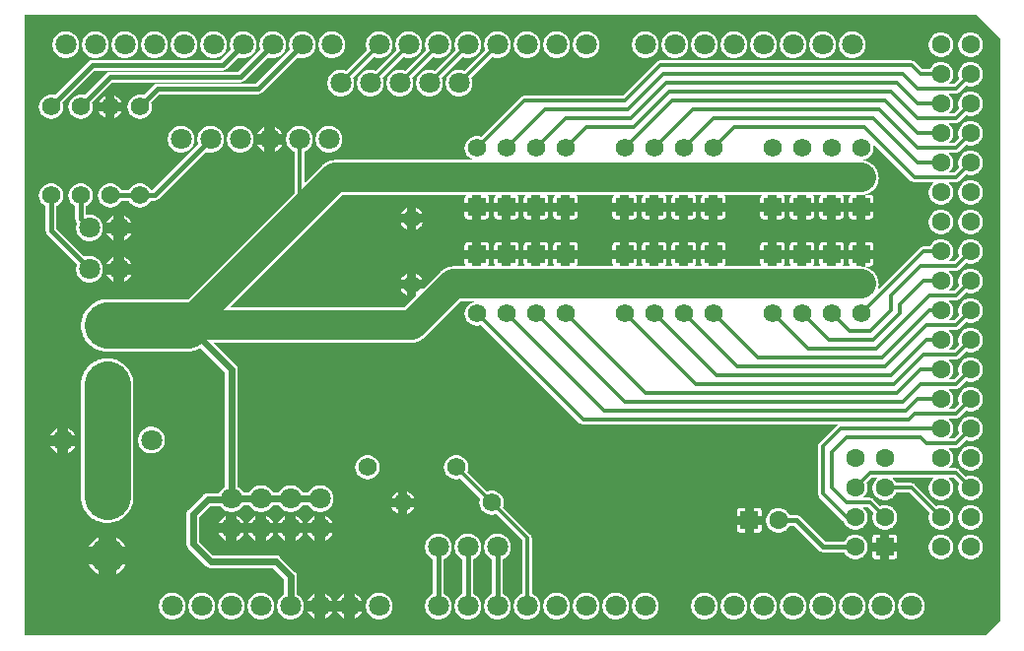
<source format=gtl>
G04 ---------------------------- Layer name :TOP LAYER*
G04 EasyEDA v5.8.22, Tue, 11 Dec 2018 14:51:01 GMT*
G04 de901bc14a8a460da8383181b7853920*
G04 Gerber Generator version 0.2*
G04 Scale: 100 percent, Rotated: No, Reflected: No *
G04 Dimensions in millimeters *
G04 leading zeros omitted , absolute positions ,3 integer and 3 decimal *
%FSLAX33Y33*%
%MOMM*%
G90*
G71D02*

%ADD11C,0.299999*%
%ADD12C,0.399999*%
%ADD13C,3.999992*%
%ADD14C,2.499995*%
%ADD15C,0.599999*%
%ADD16C,1.524000*%
%ADD17C,1.799996*%
%ADD18C,1.599997*%
%ADD19R,1.599997X1.599997*%
%ADD20C,2.999994*%
%ADD21C,1.569999*%
%ADD22R,1.569999X1.569999*%

%LPD*%
G36*
G01X82550Y0D02*
G01X0Y0D01*
G01X0Y53340D01*
G01X81790Y53340D01*
G01X83820Y51308D01*
G01X83820Y1270D01*
G01X82550Y0D01*
G37*

%LPC*%
G36*
G01X12556Y1392D02*
G01X12671Y1383D01*
G01X12786Y1386D01*
G01X12900Y1401D01*
G01X13013Y1426D01*
G01X13122Y1463D01*
G01X13227Y1510D01*
G01X13327Y1568D01*
G01X13421Y1635D01*
G01X13507Y1712D01*
G01X13585Y1796D01*
G01X13655Y1888D01*
G01X13715Y1986D01*
G01X13765Y2090D01*
G01X13805Y2199D01*
G01X13833Y2310D01*
G01X13850Y2424D01*
G01X13856Y2540D01*
G01X13850Y2655D01*
G01X13833Y2769D01*
G01X13805Y2880D01*
G01X13765Y2989D01*
G01X13715Y3093D01*
G01X13655Y3191D01*
G01X13585Y3283D01*
G01X13507Y3367D01*
G01X13421Y3444D01*
G01X13327Y3511D01*
G01X13227Y3569D01*
G01X13122Y3616D01*
G01X13013Y3653D01*
G01X12900Y3678D01*
G01X12786Y3693D01*
G01X12671Y3696D01*
G01X12556Y3687D01*
G01X12442Y3667D01*
G01X12331Y3636D01*
G01X12224Y3594D01*
G01X12121Y3541D01*
G01X12024Y3479D01*
G01X11934Y3407D01*
G01X11852Y3326D01*
G01X11778Y3238D01*
G01X11713Y3143D01*
G01X11657Y3041D01*
G01X11613Y2935D01*
G01X11579Y2825D01*
G01X11556Y2712D01*
G01X11544Y2597D01*
G01X11544Y2482D01*
G01X11556Y2367D01*
G01X11579Y2254D01*
G01X11613Y2144D01*
G01X11657Y2038D01*
G01X11713Y1936D01*
G01X11778Y1841D01*
G01X11852Y1753D01*
G01X11934Y1672D01*
G01X12024Y1600D01*
G01X12121Y1538D01*
G01X12224Y1485D01*
G01X12331Y1443D01*
G01X12442Y1412D01*
G01X12556Y1392D01*
G37*
G36*
G01X15096Y1392D02*
G01X15211Y1383D01*
G01X15326Y1386D01*
G01X15440Y1401D01*
G01X15553Y1426D01*
G01X15662Y1463D01*
G01X15767Y1510D01*
G01X15867Y1568D01*
G01X15961Y1635D01*
G01X16047Y1712D01*
G01X16125Y1796D01*
G01X16195Y1888D01*
G01X16255Y1986D01*
G01X16305Y2090D01*
G01X16345Y2199D01*
G01X16373Y2310D01*
G01X16390Y2424D01*
G01X16396Y2540D01*
G01X16390Y2655D01*
G01X16373Y2769D01*
G01X16345Y2880D01*
G01X16305Y2989D01*
G01X16255Y3093D01*
G01X16195Y3191D01*
G01X16125Y3283D01*
G01X16047Y3367D01*
G01X15961Y3444D01*
G01X15867Y3511D01*
G01X15767Y3569D01*
G01X15662Y3616D01*
G01X15553Y3653D01*
G01X15440Y3678D01*
G01X15326Y3693D01*
G01X15211Y3696D01*
G01X15096Y3687D01*
G01X14982Y3667D01*
G01X14871Y3636D01*
G01X14764Y3594D01*
G01X14661Y3541D01*
G01X14564Y3479D01*
G01X14474Y3407D01*
G01X14392Y3326D01*
G01X14318Y3238D01*
G01X14253Y3143D01*
G01X14197Y3041D01*
G01X14153Y2935D01*
G01X14119Y2825D01*
G01X14096Y2712D01*
G01X14084Y2597D01*
G01X14084Y2482D01*
G01X14096Y2367D01*
G01X14119Y2254D01*
G01X14153Y2144D01*
G01X14197Y2038D01*
G01X14253Y1936D01*
G01X14318Y1841D01*
G01X14392Y1753D01*
G01X14474Y1672D01*
G01X14564Y1600D01*
G01X14661Y1538D01*
G01X14764Y1485D01*
G01X14871Y1443D01*
G01X14982Y1412D01*
G01X15096Y1392D01*
G37*
G36*
G01X30336Y1392D02*
G01X30451Y1383D01*
G01X30566Y1386D01*
G01X30680Y1401D01*
G01X30793Y1426D01*
G01X30902Y1463D01*
G01X31007Y1510D01*
G01X31107Y1568D01*
G01X31201Y1635D01*
G01X31287Y1712D01*
G01X31365Y1796D01*
G01X31435Y1888D01*
G01X31495Y1986D01*
G01X31545Y2090D01*
G01X31585Y2199D01*
G01X31613Y2310D01*
G01X31630Y2424D01*
G01X31636Y2540D01*
G01X31630Y2655D01*
G01X31613Y2769D01*
G01X31585Y2880D01*
G01X31545Y2989D01*
G01X31495Y3093D01*
G01X31435Y3191D01*
G01X31365Y3283D01*
G01X31287Y3367D01*
G01X31201Y3444D01*
G01X31107Y3511D01*
G01X31007Y3569D01*
G01X30902Y3616D01*
G01X30793Y3653D01*
G01X30680Y3678D01*
G01X30566Y3693D01*
G01X30451Y3696D01*
G01X30336Y3687D01*
G01X30222Y3667D01*
G01X30111Y3636D01*
G01X30004Y3594D01*
G01X29901Y3541D01*
G01X29804Y3479D01*
G01X29714Y3407D01*
G01X29632Y3326D01*
G01X29558Y3238D01*
G01X29493Y3143D01*
G01X29437Y3041D01*
G01X29393Y2935D01*
G01X29359Y2825D01*
G01X29336Y2712D01*
G01X29324Y2597D01*
G01X29324Y2482D01*
G01X29336Y2367D01*
G01X29359Y2254D01*
G01X29393Y2144D01*
G01X29437Y2038D01*
G01X29493Y1936D01*
G01X29558Y1841D01*
G01X29632Y1753D01*
G01X29714Y1672D01*
G01X29804Y1600D01*
G01X29901Y1538D01*
G01X30004Y1485D01*
G01X30111Y1443D01*
G01X30222Y1412D01*
G01X30336Y1392D01*
G37*
G36*
G01X22716Y1392D02*
G01X22831Y1383D01*
G01X22946Y1386D01*
G01X23060Y1401D01*
G01X23173Y1426D01*
G01X23282Y1463D01*
G01X23387Y1510D01*
G01X23487Y1568D01*
G01X23581Y1635D01*
G01X23667Y1712D01*
G01X23745Y1796D01*
G01X23815Y1888D01*
G01X23875Y1986D01*
G01X23925Y2090D01*
G01X23965Y2199D01*
G01X23993Y2310D01*
G01X24010Y2424D01*
G01X24016Y2540D01*
G01X24010Y2655D01*
G01X23993Y2769D01*
G01X23965Y2880D01*
G01X23925Y2989D01*
G01X23875Y3093D01*
G01X23815Y3191D01*
G01X23745Y3283D01*
G01X23667Y3367D01*
G01X23581Y3444D01*
G01X23487Y3511D01*
G01X23413Y3553D01*
G01X23413Y5080D01*
G01X23413Y5096D01*
G01X23413Y5112D01*
G01X23411Y5128D01*
G01X23410Y5144D01*
G01X23408Y5160D01*
G01X23405Y5176D01*
G01X23402Y5192D01*
G01X23399Y5207D01*
G01X23395Y5223D01*
G01X23390Y5238D01*
G01X23385Y5254D01*
G01X23380Y5269D01*
G01X23374Y5284D01*
G01X23368Y5299D01*
G01X23362Y5314D01*
G01X23355Y5328D01*
G01X23347Y5342D01*
G01X23339Y5356D01*
G01X23331Y5370D01*
G01X23322Y5384D01*
G01X23313Y5397D01*
G01X23304Y5410D01*
G01X23294Y5423D01*
G01X23284Y5436D01*
G01X23273Y5448D01*
G01X23262Y5460D01*
G01X23251Y5471D01*
G01X21981Y6741D01*
G01X21970Y6752D01*
G01X21958Y6763D01*
G01X21946Y6774D01*
G01X21933Y6784D01*
G01X21920Y6794D01*
G01X21907Y6803D01*
G01X21894Y6812D01*
G01X21880Y6821D01*
G01X21866Y6829D01*
G01X21852Y6837D01*
G01X21838Y6845D01*
G01X21824Y6852D01*
G01X21809Y6858D01*
G01X21794Y6864D01*
G01X21779Y6870D01*
G01X21764Y6875D01*
G01X21748Y6880D01*
G01X21733Y6885D01*
G01X21717Y6889D01*
G01X21702Y6892D01*
G01X21686Y6895D01*
G01X21670Y6898D01*
G01X21654Y6900D01*
G01X21638Y6901D01*
G01X21622Y6903D01*
G01X21606Y6903D01*
G01X21590Y6903D01*
G01X16231Y6903D01*
G01X15031Y8103D01*
G01X15031Y10184D01*
G01X15977Y11130D01*
G01X16822Y11130D01*
G01X16858Y11077D01*
G01X16932Y10988D01*
G01X17014Y10908D01*
G01X17104Y10836D01*
G01X17201Y10773D01*
G01X17304Y10721D01*
G01X17411Y10679D01*
G01X17522Y10647D01*
G01X17636Y10627D01*
G01X17751Y10619D01*
G01X17866Y10622D01*
G01X17980Y10636D01*
G01X18093Y10662D01*
G01X18202Y10698D01*
G01X18307Y10746D01*
G01X18407Y10803D01*
G01X18501Y10871D01*
G01X18587Y10947D01*
G01X18665Y11032D01*
G01X18735Y11123D01*
G01X18795Y11221D01*
G01X19306Y11221D01*
G01X19333Y11172D01*
G01X19398Y11077D01*
G01X19472Y10988D01*
G01X19554Y10908D01*
G01X19644Y10836D01*
G01X19741Y10773D01*
G01X19844Y10721D01*
G01X19951Y10679D01*
G01X20062Y10647D01*
G01X20176Y10627D01*
G01X20291Y10619D01*
G01X20406Y10622D01*
G01X20520Y10636D01*
G01X20633Y10662D01*
G01X20742Y10698D01*
G01X20847Y10746D01*
G01X20947Y10803D01*
G01X21041Y10871D01*
G01X21127Y10947D01*
G01X21205Y11032D01*
G01X21275Y11123D01*
G01X21335Y11221D01*
G01X21846Y11221D01*
G01X21873Y11172D01*
G01X21938Y11077D01*
G01X22012Y10988D01*
G01X22094Y10908D01*
G01X22184Y10836D01*
G01X22281Y10773D01*
G01X22384Y10721D01*
G01X22491Y10679D01*
G01X22602Y10647D01*
G01X22716Y10627D01*
G01X22831Y10619D01*
G01X22946Y10622D01*
G01X23060Y10636D01*
G01X23173Y10662D01*
G01X23282Y10698D01*
G01X23387Y10746D01*
G01X23487Y10803D01*
G01X23581Y10871D01*
G01X23667Y10947D01*
G01X23745Y11032D01*
G01X23815Y11123D01*
G01X23875Y11221D01*
G01X24386Y11221D01*
G01X24413Y11172D01*
G01X24478Y11077D01*
G01X24552Y10988D01*
G01X24634Y10908D01*
G01X24724Y10836D01*
G01X24821Y10773D01*
G01X24924Y10721D01*
G01X25031Y10679D01*
G01X25142Y10647D01*
G01X25256Y10627D01*
G01X25371Y10619D01*
G01X25486Y10622D01*
G01X25600Y10636D01*
G01X25713Y10662D01*
G01X25822Y10698D01*
G01X25927Y10746D01*
G01X26027Y10803D01*
G01X26121Y10871D01*
G01X26207Y10947D01*
G01X26285Y11032D01*
G01X26355Y11123D01*
G01X26415Y11222D01*
G01X26465Y11326D01*
G01X26505Y11434D01*
G01X26533Y11546D01*
G01X26550Y11660D01*
G01X26556Y11775D01*
G01X26550Y11890D01*
G01X26533Y12004D01*
G01X26505Y12116D01*
G01X26465Y12224D01*
G01X26415Y12328D01*
G01X26355Y12426D01*
G01X26285Y12518D01*
G01X26207Y12603D01*
G01X26121Y12679D01*
G01X26027Y12746D01*
G01X25927Y12804D01*
G01X25822Y12852D01*
G01X25713Y12888D01*
G01X25600Y12914D01*
G01X25486Y12928D01*
G01X25371Y12931D01*
G01X25256Y12923D01*
G01X25142Y12902D01*
G01X25031Y12871D01*
G01X24924Y12829D01*
G01X24821Y12777D01*
G01X24724Y12714D01*
G01X24634Y12642D01*
G01X24552Y12562D01*
G01X24478Y12473D01*
G01X24413Y12378D01*
G01X24386Y12329D01*
G01X23875Y12329D01*
G01X23815Y12426D01*
G01X23745Y12518D01*
G01X23667Y12603D01*
G01X23581Y12679D01*
G01X23487Y12746D01*
G01X23387Y12804D01*
G01X23282Y12852D01*
G01X23173Y12888D01*
G01X23060Y12914D01*
G01X22946Y12928D01*
G01X22831Y12931D01*
G01X22716Y12923D01*
G01X22602Y12902D01*
G01X22491Y12871D01*
G01X22384Y12829D01*
G01X22281Y12777D01*
G01X22184Y12714D01*
G01X22094Y12642D01*
G01X22012Y12562D01*
G01X21938Y12473D01*
G01X21873Y12378D01*
G01X21846Y12329D01*
G01X21335Y12329D01*
G01X21275Y12426D01*
G01X21205Y12518D01*
G01X21127Y12603D01*
G01X21041Y12679D01*
G01X20947Y12746D01*
G01X20847Y12804D01*
G01X20742Y12852D01*
G01X20633Y12888D01*
G01X20520Y12914D01*
G01X20406Y12928D01*
G01X20291Y12931D01*
G01X20176Y12923D01*
G01X20062Y12902D01*
G01X19951Y12871D01*
G01X19844Y12829D01*
G01X19741Y12777D01*
G01X19644Y12714D01*
G01X19554Y12642D01*
G01X19472Y12562D01*
G01X19398Y12473D01*
G01X19333Y12378D01*
G01X19306Y12329D01*
G01X18795Y12329D01*
G01X18735Y12426D01*
G01X18665Y12518D01*
G01X18587Y12603D01*
G01X18501Y12679D01*
G01X18407Y12746D01*
G01X18333Y12789D01*
G01X18333Y22860D01*
G01X18333Y22876D01*
G01X18333Y22892D01*
G01X18331Y22908D01*
G01X18330Y22924D01*
G01X18328Y22940D01*
G01X18325Y22956D01*
G01X18322Y22972D01*
G01X18319Y22987D01*
G01X18315Y23003D01*
G01X18310Y23018D01*
G01X18305Y23034D01*
G01X18300Y23049D01*
G01X18294Y23064D01*
G01X18288Y23079D01*
G01X18282Y23094D01*
G01X18275Y23108D01*
G01X18267Y23122D01*
G01X18259Y23136D01*
G01X18251Y23150D01*
G01X18242Y23164D01*
G01X18233Y23177D01*
G01X18224Y23190D01*
G01X18214Y23203D01*
G01X18204Y23216D01*
G01X18193Y23228D01*
G01X18182Y23240D01*
G01X18171Y23251D01*
G01X16257Y25165D01*
G01X33274Y25165D01*
G01X33301Y25166D01*
G01X33330Y25167D01*
G01X33340Y25167D01*
G01X33348Y25167D01*
G01X33376Y25169D01*
G01X33405Y25171D01*
G01X33414Y25172D01*
G01X33423Y25173D01*
G01X33452Y25177D01*
G01X33479Y25180D01*
G01X33488Y25181D01*
G01X33498Y25182D01*
G01X33526Y25187D01*
G01X33553Y25192D01*
G01X33562Y25194D01*
G01X33572Y25195D01*
G01X33598Y25201D01*
G01X33626Y25207D01*
G01X33636Y25210D01*
G01X33645Y25212D01*
G01X33670Y25219D01*
G01X33699Y25227D01*
G01X33708Y25230D01*
G01X33717Y25232D01*
G01X33743Y25241D01*
G01X33770Y25250D01*
G01X33779Y25253D01*
G01X33788Y25256D01*
G01X33814Y25266D01*
G01X33840Y25276D01*
G01X33849Y25280D01*
G01X33858Y25284D01*
G01X33883Y25295D01*
G01X33909Y25306D01*
G01X33917Y25310D01*
G01X33926Y25314D01*
G01X33952Y25328D01*
G01X33976Y25340D01*
G01X33984Y25344D01*
G01X33993Y25349D01*
G01X34018Y25363D01*
G01X34042Y25376D01*
G01X34049Y25381D01*
G01X34058Y25386D01*
G01X34082Y25402D01*
G01X34105Y25416D01*
G01X34113Y25422D01*
G01X34121Y25427D01*
G01X34144Y25443D01*
G01X34167Y25459D01*
G01X34174Y25465D01*
G01X34182Y25471D01*
G01X34203Y25488D01*
G01X34226Y25505D01*
G01X34233Y25512D01*
G01X34240Y25517D01*
G01X34261Y25536D01*
G01X34283Y25554D01*
G01X34290Y25561D01*
G01X34296Y25567D01*
G01X34317Y25586D01*
G01X34337Y25606D01*
G01X37452Y28721D01*
G01X38766Y28721D01*
G01X38732Y28719D01*
G01X38630Y28701D01*
G01X38530Y28673D01*
G01X38433Y28635D01*
G01X38341Y28588D01*
G01X38254Y28531D01*
G01X38172Y28466D01*
G01X38098Y28394D01*
G01X38031Y28314D01*
G01X37973Y28229D01*
G01X37923Y28137D01*
G01X37883Y28042D01*
G01X37852Y27943D01*
G01X37832Y27841D01*
G01X37821Y27737D01*
G01X37821Y27634D01*
G01X37832Y27530D01*
G01X37852Y27428D01*
G01X37883Y27329D01*
G01X37923Y27234D01*
G01X37973Y27142D01*
G01X38031Y27057D01*
G01X38098Y26977D01*
G01X38172Y26905D01*
G01X38254Y26840D01*
G01X38341Y26783D01*
G01X38433Y26736D01*
G01X38530Y26698D01*
G01X38630Y26670D01*
G01X38732Y26652D01*
G01X38836Y26644D01*
G01X38939Y26647D01*
G01X39042Y26660D01*
G01X39144Y26683D01*
G01X39242Y26716D01*
G01X39254Y26721D01*
G01X47720Y18256D01*
G01X47730Y18246D01*
G01X47740Y18237D01*
G01X47751Y18228D01*
G01X47761Y18220D01*
G01X47773Y18211D01*
G01X47784Y18204D01*
G01X47796Y18196D01*
G01X47808Y18189D01*
G01X47820Y18183D01*
G01X47832Y18177D01*
G01X47845Y18171D01*
G01X47857Y18166D01*
G01X47870Y18161D01*
G01X47883Y18156D01*
G01X47897Y18152D01*
G01X47910Y18149D01*
G01X47923Y18146D01*
G01X47937Y18143D01*
G01X47950Y18141D01*
G01X47964Y18140D01*
G01X47978Y18138D01*
G01X47992Y18138D01*
G01X48006Y18138D01*
G01X69916Y18138D01*
G01X69906Y18132D01*
G01X69894Y18125D01*
G01X69882Y18117D01*
G01X69871Y18110D01*
G01X69859Y18101D01*
G01X69849Y18093D01*
G01X69838Y18084D01*
G01X69828Y18075D01*
G01X69818Y18065D01*
G01X68294Y16541D01*
G01X68284Y16531D01*
G01X68275Y16521D01*
G01X68266Y16510D01*
G01X68258Y16500D01*
G01X68249Y16488D01*
G01X68242Y16477D01*
G01X68234Y16465D01*
G01X68227Y16453D01*
G01X68221Y16441D01*
G01X68215Y16429D01*
G01X68209Y16416D01*
G01X68204Y16404D01*
G01X68199Y16391D01*
G01X68194Y16378D01*
G01X68190Y16364D01*
G01X68187Y16351D01*
G01X68184Y16338D01*
G01X68181Y16324D01*
G01X68179Y16311D01*
G01X68178Y16297D01*
G01X68176Y16283D01*
G01X68176Y16269D01*
G01X68176Y16256D01*
G01X68176Y12192D01*
G01X68176Y12178D01*
G01X68176Y12164D01*
G01X68178Y12150D01*
G01X68179Y12136D01*
G01X68181Y12123D01*
G01X68184Y12109D01*
G01X68187Y12096D01*
G01X68190Y12083D01*
G01X68194Y12069D01*
G01X68199Y12056D01*
G01X68204Y12043D01*
G01X68209Y12031D01*
G01X68215Y12018D01*
G01X68221Y12006D01*
G01X68227Y11994D01*
G01X68234Y11982D01*
G01X68242Y11970D01*
G01X68249Y11959D01*
G01X68258Y11947D01*
G01X68266Y11937D01*
G01X68275Y11926D01*
G01X68284Y11916D01*
G01X68294Y11906D01*
G01X70326Y9874D01*
G01X70336Y9864D01*
G01X70346Y9855D01*
G01X70357Y9846D01*
G01X70367Y9838D01*
G01X70369Y9837D01*
G01X70381Y9798D01*
G01X70422Y9701D01*
G01X70472Y9609D01*
G01X70531Y9522D01*
G01X70599Y9441D01*
G01X70674Y9367D01*
G01X70757Y9302D01*
G01X70845Y9245D01*
G01X70939Y9196D01*
G01X71037Y9158D01*
G01X71138Y9129D01*
G01X71242Y9111D01*
G01X71347Y9103D01*
G01X71452Y9106D01*
G01X71557Y9119D01*
G01X71660Y9142D01*
G01X71760Y9176D01*
G01X71856Y9219D01*
G01X71947Y9272D01*
G01X72032Y9333D01*
G01X72111Y9403D01*
G01X72183Y9480D01*
G01X72246Y9564D01*
G01X72301Y9654D01*
G01X72347Y9749D01*
G01X72383Y9848D01*
G01X72409Y9950D01*
G01X72425Y10054D01*
G01X72430Y10160D01*
G01X72425Y10265D01*
G01X72409Y10369D01*
G01X72383Y10471D01*
G01X72347Y10570D01*
G01X72301Y10665D01*
G01X72246Y10755D01*
G01X72183Y10839D01*
G01X72111Y10916D01*
G01X72032Y10986D01*
G01X71977Y11026D01*
G01X72476Y11026D01*
G01X72938Y10563D01*
G01X72921Y10521D01*
G01X72890Y10420D01*
G01X72869Y10317D01*
G01X72858Y10212D01*
G01X72858Y10107D01*
G01X72869Y10002D01*
G01X72890Y9899D01*
G01X72921Y9798D01*
G01X72962Y9701D01*
G01X73012Y9609D01*
G01X73071Y9522D01*
G01X73139Y9441D01*
G01X73214Y9367D01*
G01X73297Y9302D01*
G01X73385Y9245D01*
G01X73479Y9196D01*
G01X73577Y9158D01*
G01X73678Y9129D01*
G01X73782Y9111D01*
G01X73887Y9103D01*
G01X73992Y9106D01*
G01X74097Y9119D01*
G01X74200Y9142D01*
G01X74300Y9176D01*
G01X74396Y9219D01*
G01X74487Y9272D01*
G01X74572Y9333D01*
G01X74651Y9403D01*
G01X74723Y9480D01*
G01X74786Y9564D01*
G01X74841Y9654D01*
G01X74887Y9749D01*
G01X74923Y9848D01*
G01X74949Y9950D01*
G01X74965Y10054D01*
G01X74970Y10160D01*
G01X74965Y10265D01*
G01X74949Y10369D01*
G01X74923Y10471D01*
G01X74887Y10570D01*
G01X74841Y10665D01*
G01X74786Y10755D01*
G01X74723Y10839D01*
G01X74651Y10916D01*
G01X74572Y10986D01*
G01X74487Y11047D01*
G01X74396Y11100D01*
G01X74300Y11143D01*
G01X74200Y11177D01*
G01X74097Y11200D01*
G01X73992Y11213D01*
G01X73887Y11216D01*
G01X73782Y11208D01*
G01X73678Y11190D01*
G01X73577Y11161D01*
G01X73510Y11135D01*
G01X72929Y11715D01*
G01X72919Y11725D01*
G01X72909Y11734D01*
G01X72898Y11743D01*
G01X72888Y11751D01*
G01X72876Y11760D01*
G01X72865Y11767D01*
G01X72853Y11775D01*
G01X72841Y11782D01*
G01X72829Y11788D01*
G01X72817Y11794D01*
G01X72804Y11800D01*
G01X72792Y11805D01*
G01X72779Y11810D01*
G01X72766Y11815D01*
G01X72752Y11819D01*
G01X72739Y11822D01*
G01X72726Y11825D01*
G01X72712Y11828D01*
G01X72699Y11830D01*
G01X72685Y11831D01*
G01X72671Y11833D01*
G01X72657Y11833D01*
G01X72644Y11833D01*
G01X71977Y11833D01*
G01X72032Y11873D01*
G01X72111Y11943D01*
G01X72183Y12020D01*
G01X72246Y12104D01*
G01X72301Y12194D01*
G01X72347Y12289D01*
G01X72383Y12388D01*
G01X72409Y12490D01*
G01X72425Y12594D01*
G01X72430Y12700D01*
G01X72425Y12805D01*
G01X72409Y12909D01*
G01X72383Y13011D01*
G01X72349Y13104D01*
G01X72811Y13566D01*
G01X73309Y13566D01*
G01X73297Y13557D01*
G01X73214Y13492D01*
G01X73139Y13418D01*
G01X73071Y13337D01*
G01X73012Y13250D01*
G01X72962Y13158D01*
G01X72921Y13061D01*
G01X72890Y12960D01*
G01X72869Y12857D01*
G01X72858Y12752D01*
G01X72858Y12647D01*
G01X72869Y12542D01*
G01X72890Y12439D01*
G01X72921Y12338D01*
G01X72962Y12241D01*
G01X73012Y12149D01*
G01X73071Y12062D01*
G01X73139Y11981D01*
G01X73214Y11907D01*
G01X73297Y11842D01*
G01X73385Y11785D01*
G01X73479Y11736D01*
G01X73577Y11698D01*
G01X73678Y11669D01*
G01X73782Y11651D01*
G01X73887Y11643D01*
G01X73992Y11646D01*
G01X74097Y11659D01*
G01X74200Y11682D01*
G01X74300Y11716D01*
G01X74396Y11759D01*
G01X74487Y11812D01*
G01X74572Y11873D01*
G01X74651Y11943D01*
G01X74723Y12020D01*
G01X74786Y12104D01*
G01X74841Y12194D01*
G01X74887Y12289D01*
G01X74889Y12296D01*
G01X76032Y12296D01*
G01X77764Y10563D01*
G01X77747Y10521D01*
G01X77716Y10420D01*
G01X77695Y10317D01*
G01X77684Y10212D01*
G01X77684Y10107D01*
G01X77695Y10002D01*
G01X77716Y9899D01*
G01X77747Y9798D01*
G01X77788Y9701D01*
G01X77838Y9609D01*
G01X77897Y9522D01*
G01X77965Y9441D01*
G01X78040Y9367D01*
G01X78123Y9302D01*
G01X78211Y9245D01*
G01X78305Y9196D01*
G01X78403Y9158D01*
G01X78504Y9129D01*
G01X78608Y9111D01*
G01X78713Y9103D01*
G01X78818Y9106D01*
G01X78923Y9119D01*
G01X79026Y9142D01*
G01X79126Y9176D01*
G01X79222Y9219D01*
G01X79313Y9272D01*
G01X79398Y9333D01*
G01X79477Y9403D01*
G01X79549Y9480D01*
G01X79612Y9564D01*
G01X79667Y9654D01*
G01X79713Y9749D01*
G01X79749Y9848D01*
G01X79775Y9950D01*
G01X79791Y10054D01*
G01X79796Y10160D01*
G01X79791Y10265D01*
G01X79775Y10369D01*
G01X79749Y10471D01*
G01X79713Y10570D01*
G01X79667Y10665D01*
G01X79612Y10755D01*
G01X79549Y10839D01*
G01X79477Y10916D01*
G01X79398Y10986D01*
G01X79313Y11047D01*
G01X79222Y11100D01*
G01X79126Y11143D01*
G01X79026Y11177D01*
G01X78923Y11200D01*
G01X78818Y11213D01*
G01X78713Y11216D01*
G01X78608Y11208D01*
G01X78504Y11190D01*
G01X78403Y11161D01*
G01X78336Y11135D01*
G01X76485Y12985D01*
G01X76475Y12995D01*
G01X76465Y13004D01*
G01X76454Y13013D01*
G01X76444Y13021D01*
G01X76432Y13030D01*
G01X76421Y13037D01*
G01X76409Y13045D01*
G01X76397Y13052D01*
G01X76385Y13058D01*
G01X76373Y13064D01*
G01X76360Y13070D01*
G01X76348Y13075D01*
G01X76335Y13080D01*
G01X76322Y13085D01*
G01X76308Y13089D01*
G01X76295Y13092D01*
G01X76282Y13095D01*
G01X76268Y13098D01*
G01X76255Y13100D01*
G01X76241Y13101D01*
G01X76227Y13103D01*
G01X76213Y13103D01*
G01X76200Y13103D01*
G01X74889Y13103D01*
G01X74887Y13110D01*
G01X74841Y13205D01*
G01X74786Y13295D01*
G01X74723Y13379D01*
G01X74651Y13456D01*
G01X74572Y13526D01*
G01X74517Y13566D01*
G01X78135Y13566D01*
G01X78123Y13557D01*
G01X78040Y13492D01*
G01X77965Y13418D01*
G01X77897Y13337D01*
G01X77838Y13250D01*
G01X77788Y13158D01*
G01X77747Y13061D01*
G01X77716Y12960D01*
G01X77695Y12857D01*
G01X77684Y12752D01*
G01X77684Y12647D01*
G01X77695Y12542D01*
G01X77716Y12439D01*
G01X77747Y12338D01*
G01X77788Y12241D01*
G01X77838Y12149D01*
G01X77897Y12062D01*
G01X77965Y11981D01*
G01X78040Y11907D01*
G01X78123Y11842D01*
G01X78211Y11785D01*
G01X78305Y11736D01*
G01X78403Y11698D01*
G01X78504Y11669D01*
G01X78608Y11651D01*
G01X78713Y11643D01*
G01X78818Y11646D01*
G01X78923Y11659D01*
G01X79026Y11682D01*
G01X79126Y11716D01*
G01X79222Y11759D01*
G01X79313Y11812D01*
G01X79398Y11873D01*
G01X79477Y11943D01*
G01X79549Y12020D01*
G01X79612Y12104D01*
G01X79667Y12194D01*
G01X79713Y12289D01*
G01X79749Y12388D01*
G01X79775Y12490D01*
G01X79791Y12594D01*
G01X79796Y12700D01*
G01X79791Y12805D01*
G01X79775Y12909D01*
G01X79749Y13011D01*
G01X79713Y13110D01*
G01X79667Y13205D01*
G01X79612Y13295D01*
G01X79549Y13379D01*
G01X79477Y13456D01*
G01X79398Y13526D01*
G01X79343Y13566D01*
G01X79842Y13566D01*
G01X80304Y13103D01*
G01X80287Y13061D01*
G01X80256Y12960D01*
G01X80235Y12857D01*
G01X80224Y12752D01*
G01X80224Y12647D01*
G01X80235Y12542D01*
G01X80256Y12439D01*
G01X80287Y12338D01*
G01X80328Y12241D01*
G01X80378Y12149D01*
G01X80437Y12062D01*
G01X80505Y11981D01*
G01X80580Y11907D01*
G01X80663Y11842D01*
G01X80751Y11785D01*
G01X80845Y11736D01*
G01X80943Y11698D01*
G01X81044Y11669D01*
G01X81148Y11651D01*
G01X81253Y11643D01*
G01X81358Y11646D01*
G01X81463Y11659D01*
G01X81566Y11682D01*
G01X81666Y11716D01*
G01X81762Y11759D01*
G01X81853Y11812D01*
G01X81938Y11873D01*
G01X82017Y11943D01*
G01X82089Y12020D01*
G01X82152Y12104D01*
G01X82207Y12194D01*
G01X82253Y12289D01*
G01X82289Y12388D01*
G01X82315Y12490D01*
G01X82331Y12594D01*
G01X82336Y12700D01*
G01X82331Y12805D01*
G01X82315Y12909D01*
G01X82289Y13011D01*
G01X82253Y13110D01*
G01X82207Y13205D01*
G01X82152Y13295D01*
G01X82089Y13379D01*
G01X82017Y13456D01*
G01X81938Y13526D01*
G01X81853Y13587D01*
G01X81762Y13640D01*
G01X81666Y13683D01*
G01X81566Y13717D01*
G01X81463Y13740D01*
G01X81358Y13753D01*
G01X81253Y13756D01*
G01X81148Y13748D01*
G01X81044Y13730D01*
G01X80943Y13701D01*
G01X80876Y13675D01*
G01X80295Y14255D01*
G01X80285Y14265D01*
G01X80275Y14274D01*
G01X80264Y14283D01*
G01X80254Y14291D01*
G01X80242Y14300D01*
G01X80231Y14307D01*
G01X80219Y14315D01*
G01X80207Y14322D01*
G01X80195Y14328D01*
G01X80183Y14334D01*
G01X80170Y14340D01*
G01X80158Y14345D01*
G01X80145Y14350D01*
G01X80132Y14355D01*
G01X80118Y14359D01*
G01X80105Y14362D01*
G01X80092Y14365D01*
G01X80078Y14368D01*
G01X80065Y14370D01*
G01X80051Y14371D01*
G01X80037Y14373D01*
G01X80023Y14373D01*
G01X80010Y14373D01*
G01X79343Y14373D01*
G01X79398Y14413D01*
G01X79477Y14483D01*
G01X79549Y14560D01*
G01X79612Y14644D01*
G01X79667Y14734D01*
G01X79713Y14829D01*
G01X79749Y14928D01*
G01X79775Y15030D01*
G01X79791Y15134D01*
G01X79796Y15240D01*
G01X79791Y15345D01*
G01X79775Y15449D01*
G01X79749Y15551D01*
G01X79713Y15650D01*
G01X79667Y15745D01*
G01X79612Y15835D01*
G01X79549Y15919D01*
G01X79477Y15996D01*
G01X79398Y16066D01*
G01X79343Y16106D01*
G01X80010Y16106D01*
G01X80023Y16106D01*
G01X80037Y16106D01*
G01X80051Y16108D01*
G01X80065Y16109D01*
G01X80078Y16111D01*
G01X80092Y16114D01*
G01X80105Y16117D01*
G01X80118Y16120D01*
G01X80132Y16124D01*
G01X80145Y16129D01*
G01X80158Y16134D01*
G01X80170Y16139D01*
G01X80183Y16145D01*
G01X80195Y16151D01*
G01X80207Y16157D01*
G01X80219Y16164D01*
G01X80231Y16172D01*
G01X80242Y16179D01*
G01X80254Y16188D01*
G01X80264Y16196D01*
G01X80275Y16205D01*
G01X80285Y16214D01*
G01X80295Y16224D01*
G01X80876Y16804D01*
G01X80943Y16778D01*
G01X81044Y16749D01*
G01X81148Y16731D01*
G01X81253Y16723D01*
G01X81358Y16726D01*
G01X81463Y16739D01*
G01X81566Y16762D01*
G01X81666Y16796D01*
G01X81762Y16839D01*
G01X81853Y16892D01*
G01X81938Y16953D01*
G01X82017Y17023D01*
G01X82089Y17100D01*
G01X82152Y17184D01*
G01X82207Y17274D01*
G01X82253Y17369D01*
G01X82289Y17468D01*
G01X82315Y17570D01*
G01X82331Y17674D01*
G01X82336Y17780D01*
G01X82331Y17885D01*
G01X82315Y17989D01*
G01X82289Y18091D01*
G01X82253Y18190D01*
G01X82207Y18285D01*
G01X82152Y18375D01*
G01X82089Y18459D01*
G01X82017Y18536D01*
G01X81938Y18606D01*
G01X81853Y18667D01*
G01X81762Y18720D01*
G01X81666Y18763D01*
G01X81566Y18797D01*
G01X81463Y18820D01*
G01X81358Y18833D01*
G01X81253Y18836D01*
G01X81148Y18828D01*
G01X81044Y18810D01*
G01X80943Y18781D01*
G01X80845Y18743D01*
G01X80751Y18694D01*
G01X80663Y18637D01*
G01X80580Y18572D01*
G01X80505Y18498D01*
G01X80437Y18417D01*
G01X80378Y18330D01*
G01X80328Y18238D01*
G01X80287Y18141D01*
G01X80256Y18040D01*
G01X80235Y17937D01*
G01X80224Y17832D01*
G01X80224Y17727D01*
G01X80235Y17622D01*
G01X80256Y17519D01*
G01X80287Y17418D01*
G01X80304Y17376D01*
G01X79842Y16913D01*
G01X79343Y16913D01*
G01X79398Y16953D01*
G01X79477Y17023D01*
G01X79549Y17100D01*
G01X79612Y17184D01*
G01X79667Y17274D01*
G01X79713Y17369D01*
G01X79749Y17468D01*
G01X79775Y17570D01*
G01X79791Y17674D01*
G01X79796Y17780D01*
G01X79791Y17885D01*
G01X79775Y17989D01*
G01X79749Y18091D01*
G01X79713Y18190D01*
G01X79667Y18285D01*
G01X79612Y18375D01*
G01X79549Y18459D01*
G01X79477Y18536D01*
G01X79398Y18606D01*
G01X79343Y18646D01*
G01X80010Y18646D01*
G01X80023Y18646D01*
G01X80037Y18646D01*
G01X80051Y18648D01*
G01X80065Y18649D01*
G01X80078Y18651D01*
G01X80092Y18654D01*
G01X80105Y18657D01*
G01X80118Y18660D01*
G01X80132Y18664D01*
G01X80145Y18669D01*
G01X80158Y18674D01*
G01X80170Y18679D01*
G01X80183Y18685D01*
G01X80195Y18691D01*
G01X80207Y18697D01*
G01X80219Y18704D01*
G01X80231Y18712D01*
G01X80242Y18719D01*
G01X80254Y18728D01*
G01X80264Y18736D01*
G01X80275Y18745D01*
G01X80285Y18754D01*
G01X80295Y18764D01*
G01X80876Y19344D01*
G01X80943Y19318D01*
G01X81044Y19289D01*
G01X81148Y19271D01*
G01X81253Y19263D01*
G01X81358Y19266D01*
G01X81463Y19279D01*
G01X81566Y19302D01*
G01X81666Y19336D01*
G01X81762Y19379D01*
G01X81853Y19432D01*
G01X81938Y19493D01*
G01X82017Y19563D01*
G01X82089Y19640D01*
G01X82152Y19724D01*
G01X82207Y19814D01*
G01X82253Y19909D01*
G01X82289Y20008D01*
G01X82315Y20110D01*
G01X82331Y20214D01*
G01X82336Y20320D01*
G01X82331Y20425D01*
G01X82315Y20529D01*
G01X82289Y20631D01*
G01X82253Y20730D01*
G01X82207Y20825D01*
G01X82152Y20915D01*
G01X82089Y20999D01*
G01X82017Y21076D01*
G01X81938Y21146D01*
G01X81853Y21207D01*
G01X81762Y21260D01*
G01X81666Y21303D01*
G01X81566Y21337D01*
G01X81463Y21360D01*
G01X81358Y21373D01*
G01X81253Y21376D01*
G01X81148Y21368D01*
G01X81044Y21350D01*
G01X80943Y21321D01*
G01X80845Y21283D01*
G01X80751Y21234D01*
G01X80663Y21177D01*
G01X80580Y21112D01*
G01X80505Y21038D01*
G01X80437Y20957D01*
G01X80378Y20870D01*
G01X80328Y20778D01*
G01X80287Y20681D01*
G01X80256Y20580D01*
G01X80235Y20477D01*
G01X80224Y20372D01*
G01X80224Y20267D01*
G01X80235Y20162D01*
G01X80256Y20059D01*
G01X80287Y19958D01*
G01X80304Y19916D01*
G01X79842Y19453D01*
G01X79343Y19453D01*
G01X79398Y19493D01*
G01X79477Y19563D01*
G01X79549Y19640D01*
G01X79612Y19724D01*
G01X79667Y19814D01*
G01X79713Y19909D01*
G01X79749Y20008D01*
G01X79775Y20110D01*
G01X79791Y20214D01*
G01X79796Y20320D01*
G01X79791Y20425D01*
G01X79775Y20529D01*
G01X79749Y20631D01*
G01X79713Y20730D01*
G01X79667Y20825D01*
G01X79612Y20915D01*
G01X79549Y20999D01*
G01X79477Y21076D01*
G01X79398Y21146D01*
G01X79343Y21186D01*
G01X80010Y21186D01*
G01X80023Y21186D01*
G01X80037Y21186D01*
G01X80051Y21188D01*
G01X80065Y21189D01*
G01X80078Y21191D01*
G01X80092Y21194D01*
G01X80105Y21197D01*
G01X80118Y21200D01*
G01X80132Y21204D01*
G01X80145Y21209D01*
G01X80158Y21214D01*
G01X80170Y21219D01*
G01X80183Y21225D01*
G01X80195Y21231D01*
G01X80207Y21237D01*
G01X80219Y21244D01*
G01X80231Y21252D01*
G01X80242Y21259D01*
G01X80254Y21268D01*
G01X80264Y21276D01*
G01X80275Y21285D01*
G01X80285Y21294D01*
G01X80295Y21304D01*
G01X80876Y21884D01*
G01X80943Y21858D01*
G01X81044Y21829D01*
G01X81148Y21811D01*
G01X81253Y21803D01*
G01X81358Y21806D01*
G01X81463Y21819D01*
G01X81566Y21842D01*
G01X81666Y21876D01*
G01X81762Y21919D01*
G01X81853Y21972D01*
G01X81938Y22033D01*
G01X82017Y22103D01*
G01X82089Y22180D01*
G01X82152Y22264D01*
G01X82207Y22354D01*
G01X82253Y22449D01*
G01X82289Y22548D01*
G01X82315Y22650D01*
G01X82331Y22754D01*
G01X82336Y22860D01*
G01X82331Y22965D01*
G01X82315Y23069D01*
G01X82289Y23171D01*
G01X82253Y23270D01*
G01X82207Y23365D01*
G01X82152Y23455D01*
G01X82089Y23539D01*
G01X82017Y23616D01*
G01X81938Y23686D01*
G01X81853Y23747D01*
G01X81762Y23800D01*
G01X81666Y23843D01*
G01X81566Y23877D01*
G01X81463Y23900D01*
G01X81358Y23913D01*
G01X81253Y23916D01*
G01X81148Y23908D01*
G01X81044Y23890D01*
G01X80943Y23861D01*
G01X80845Y23823D01*
G01X80751Y23774D01*
G01X80663Y23717D01*
G01X80580Y23652D01*
G01X80505Y23578D01*
G01X80437Y23497D01*
G01X80378Y23410D01*
G01X80328Y23318D01*
G01X80287Y23221D01*
G01X80256Y23120D01*
G01X80235Y23017D01*
G01X80224Y22912D01*
G01X80224Y22807D01*
G01X80235Y22702D01*
G01X80256Y22599D01*
G01X80287Y22498D01*
G01X80304Y22456D01*
G01X79842Y21993D01*
G01X79343Y21993D01*
G01X79398Y22033D01*
G01X79477Y22103D01*
G01X79549Y22180D01*
G01X79612Y22264D01*
G01X79667Y22354D01*
G01X79713Y22449D01*
G01X79749Y22548D01*
G01X79775Y22650D01*
G01X79791Y22754D01*
G01X79796Y22860D01*
G01X79791Y22965D01*
G01X79775Y23069D01*
G01X79749Y23171D01*
G01X79713Y23270D01*
G01X79667Y23365D01*
G01X79612Y23455D01*
G01X79549Y23539D01*
G01X79477Y23616D01*
G01X79398Y23686D01*
G01X79343Y23726D01*
G01X80010Y23726D01*
G01X80023Y23726D01*
G01X80037Y23726D01*
G01X80051Y23728D01*
G01X80065Y23729D01*
G01X80078Y23731D01*
G01X80092Y23734D01*
G01X80105Y23737D01*
G01X80118Y23740D01*
G01X80132Y23744D01*
G01X80145Y23749D01*
G01X80158Y23754D01*
G01X80170Y23759D01*
G01X80183Y23765D01*
G01X80195Y23771D01*
G01X80207Y23777D01*
G01X80219Y23784D01*
G01X80231Y23792D01*
G01X80242Y23799D01*
G01X80254Y23808D01*
G01X80264Y23816D01*
G01X80275Y23825D01*
G01X80285Y23834D01*
G01X80295Y23844D01*
G01X80876Y24424D01*
G01X80943Y24398D01*
G01X81044Y24369D01*
G01X81148Y24351D01*
G01X81253Y24343D01*
G01X81358Y24346D01*
G01X81463Y24359D01*
G01X81566Y24382D01*
G01X81666Y24416D01*
G01X81762Y24459D01*
G01X81853Y24512D01*
G01X81938Y24573D01*
G01X82017Y24643D01*
G01X82089Y24720D01*
G01X82152Y24804D01*
G01X82207Y24894D01*
G01X82253Y24989D01*
G01X82289Y25088D01*
G01X82315Y25190D01*
G01X82331Y25294D01*
G01X82336Y25400D01*
G01X82331Y25505D01*
G01X82315Y25609D01*
G01X82289Y25711D01*
G01X82253Y25810D01*
G01X82207Y25905D01*
G01X82152Y25995D01*
G01X82089Y26079D01*
G01X82017Y26156D01*
G01X81938Y26226D01*
G01X81853Y26287D01*
G01X81762Y26340D01*
G01X81666Y26383D01*
G01X81566Y26417D01*
G01X81463Y26440D01*
G01X81358Y26453D01*
G01X81253Y26456D01*
G01X81148Y26448D01*
G01X81044Y26430D01*
G01X80943Y26401D01*
G01X80845Y26363D01*
G01X80751Y26314D01*
G01X80663Y26257D01*
G01X80580Y26192D01*
G01X80505Y26118D01*
G01X80437Y26037D01*
G01X80378Y25950D01*
G01X80328Y25858D01*
G01X80287Y25761D01*
G01X80256Y25660D01*
G01X80235Y25557D01*
G01X80224Y25452D01*
G01X80224Y25347D01*
G01X80235Y25242D01*
G01X80256Y25139D01*
G01X80287Y25038D01*
G01X80304Y24996D01*
G01X79842Y24533D01*
G01X79343Y24533D01*
G01X79398Y24573D01*
G01X79477Y24643D01*
G01X79549Y24720D01*
G01X79612Y24804D01*
G01X79667Y24894D01*
G01X79713Y24989D01*
G01X79749Y25088D01*
G01X79775Y25190D01*
G01X79791Y25294D01*
G01X79796Y25400D01*
G01X79791Y25505D01*
G01X79775Y25609D01*
G01X79749Y25711D01*
G01X79713Y25810D01*
G01X79667Y25905D01*
G01X79612Y25995D01*
G01X79549Y26079D01*
G01X79477Y26156D01*
G01X79398Y26226D01*
G01X79343Y26266D01*
G01X80010Y26266D01*
G01X80023Y26266D01*
G01X80037Y26266D01*
G01X80051Y26268D01*
G01X80065Y26269D01*
G01X80078Y26271D01*
G01X80092Y26274D01*
G01X80105Y26277D01*
G01X80118Y26280D01*
G01X80132Y26284D01*
G01X80145Y26289D01*
G01X80158Y26294D01*
G01X80170Y26299D01*
G01X80183Y26305D01*
G01X80195Y26311D01*
G01X80207Y26317D01*
G01X80219Y26324D01*
G01X80231Y26332D01*
G01X80242Y26339D01*
G01X80254Y26348D01*
G01X80264Y26356D01*
G01X80275Y26365D01*
G01X80285Y26374D01*
G01X80295Y26384D01*
G01X80876Y26964D01*
G01X80943Y26938D01*
G01X81044Y26909D01*
G01X81148Y26891D01*
G01X81253Y26883D01*
G01X81358Y26886D01*
G01X81463Y26899D01*
G01X81566Y26922D01*
G01X81666Y26956D01*
G01X81762Y26999D01*
G01X81853Y27052D01*
G01X81938Y27113D01*
G01X82017Y27183D01*
G01X82089Y27260D01*
G01X82152Y27344D01*
G01X82207Y27434D01*
G01X82253Y27529D01*
G01X82289Y27628D01*
G01X82315Y27730D01*
G01X82331Y27834D01*
G01X82336Y27940D01*
G01X82331Y28045D01*
G01X82315Y28149D01*
G01X82289Y28251D01*
G01X82253Y28350D01*
G01X82207Y28445D01*
G01X82152Y28535D01*
G01X82089Y28619D01*
G01X82017Y28696D01*
G01X81938Y28766D01*
G01X81853Y28827D01*
G01X81762Y28880D01*
G01X81666Y28923D01*
G01X81566Y28957D01*
G01X81463Y28980D01*
G01X81358Y28993D01*
G01X81253Y28996D01*
G01X81148Y28988D01*
G01X81044Y28970D01*
G01X80943Y28941D01*
G01X80845Y28903D01*
G01X80751Y28854D01*
G01X80663Y28797D01*
G01X80580Y28732D01*
G01X80505Y28658D01*
G01X80437Y28577D01*
G01X80378Y28490D01*
G01X80328Y28398D01*
G01X80287Y28301D01*
G01X80256Y28200D01*
G01X80235Y28097D01*
G01X80224Y27992D01*
G01X80224Y27887D01*
G01X80235Y27782D01*
G01X80256Y27679D01*
G01X80287Y27578D01*
G01X80304Y27536D01*
G01X79842Y27073D01*
G01X79343Y27073D01*
G01X79398Y27113D01*
G01X79477Y27183D01*
G01X79549Y27260D01*
G01X79612Y27344D01*
G01X79667Y27434D01*
G01X79713Y27529D01*
G01X79749Y27628D01*
G01X79775Y27730D01*
G01X79791Y27834D01*
G01X79796Y27940D01*
G01X79791Y28045D01*
G01X79775Y28149D01*
G01X79749Y28251D01*
G01X79713Y28350D01*
G01X79667Y28445D01*
G01X79612Y28535D01*
G01X79549Y28619D01*
G01X79477Y28696D01*
G01X79398Y28766D01*
G01X79343Y28806D01*
G01X80010Y28806D01*
G01X80023Y28806D01*
G01X80037Y28806D01*
G01X80051Y28808D01*
G01X80065Y28809D01*
G01X80078Y28811D01*
G01X80092Y28814D01*
G01X80105Y28817D01*
G01X80118Y28820D01*
G01X80132Y28824D01*
G01X80145Y28829D01*
G01X80158Y28834D01*
G01X80170Y28839D01*
G01X80183Y28845D01*
G01X80195Y28851D01*
G01X80207Y28857D01*
G01X80219Y28864D01*
G01X80231Y28872D01*
G01X80242Y28879D01*
G01X80254Y28888D01*
G01X80264Y28896D01*
G01X80275Y28905D01*
G01X80285Y28914D01*
G01X80295Y28924D01*
G01X80876Y29504D01*
G01X80943Y29478D01*
G01X81044Y29449D01*
G01X81148Y29431D01*
G01X81253Y29423D01*
G01X81358Y29426D01*
G01X81463Y29439D01*
G01X81566Y29462D01*
G01X81666Y29496D01*
G01X81762Y29539D01*
G01X81853Y29592D01*
G01X81938Y29653D01*
G01X82017Y29723D01*
G01X82089Y29800D01*
G01X82152Y29884D01*
G01X82207Y29974D01*
G01X82253Y30069D01*
G01X82289Y30168D01*
G01X82315Y30270D01*
G01X82331Y30374D01*
G01X82336Y30480D01*
G01X82331Y30585D01*
G01X82315Y30689D01*
G01X82289Y30791D01*
G01X82253Y30890D01*
G01X82207Y30985D01*
G01X82152Y31075D01*
G01X82089Y31159D01*
G01X82017Y31236D01*
G01X81938Y31306D01*
G01X81853Y31367D01*
G01X81762Y31420D01*
G01X81666Y31463D01*
G01X81566Y31497D01*
G01X81463Y31520D01*
G01X81358Y31533D01*
G01X81253Y31536D01*
G01X81148Y31528D01*
G01X81044Y31510D01*
G01X80943Y31481D01*
G01X80845Y31443D01*
G01X80751Y31394D01*
G01X80663Y31337D01*
G01X80580Y31272D01*
G01X80505Y31198D01*
G01X80437Y31117D01*
G01X80378Y31030D01*
G01X80328Y30938D01*
G01X80287Y30841D01*
G01X80256Y30740D01*
G01X80235Y30637D01*
G01X80224Y30532D01*
G01X80224Y30427D01*
G01X80235Y30322D01*
G01X80256Y30219D01*
G01X80287Y30118D01*
G01X80304Y30076D01*
G01X79842Y29613D01*
G01X79343Y29613D01*
G01X79398Y29653D01*
G01X79477Y29723D01*
G01X79549Y29800D01*
G01X79612Y29884D01*
G01X79667Y29974D01*
G01X79713Y30069D01*
G01X79749Y30168D01*
G01X79775Y30270D01*
G01X79791Y30374D01*
G01X79796Y30480D01*
G01X79791Y30585D01*
G01X79775Y30689D01*
G01X79749Y30791D01*
G01X79713Y30890D01*
G01X79667Y30985D01*
G01X79612Y31075D01*
G01X79549Y31159D01*
G01X79477Y31236D01*
G01X79398Y31306D01*
G01X79343Y31346D01*
G01X80010Y31346D01*
G01X80023Y31346D01*
G01X80037Y31346D01*
G01X80051Y31348D01*
G01X80065Y31349D01*
G01X80078Y31351D01*
G01X80092Y31354D01*
G01X80105Y31357D01*
G01X80118Y31360D01*
G01X80132Y31364D01*
G01X80145Y31369D01*
G01X80158Y31374D01*
G01X80170Y31379D01*
G01X80183Y31385D01*
G01X80195Y31391D01*
G01X80207Y31397D01*
G01X80219Y31404D01*
G01X80231Y31412D01*
G01X80242Y31419D01*
G01X80254Y31428D01*
G01X80264Y31436D01*
G01X80275Y31445D01*
G01X80285Y31454D01*
G01X80295Y31464D01*
G01X80876Y32044D01*
G01X80943Y32018D01*
G01X81044Y31989D01*
G01X81148Y31971D01*
G01X81253Y31963D01*
G01X81358Y31966D01*
G01X81463Y31979D01*
G01X81566Y32002D01*
G01X81666Y32036D01*
G01X81762Y32079D01*
G01X81853Y32132D01*
G01X81938Y32193D01*
G01X82017Y32263D01*
G01X82089Y32340D01*
G01X82152Y32424D01*
G01X82207Y32514D01*
G01X82253Y32609D01*
G01X82289Y32708D01*
G01X82315Y32810D01*
G01X82331Y32914D01*
G01X82336Y33020D01*
G01X82331Y33125D01*
G01X82315Y33229D01*
G01X82289Y33331D01*
G01X82253Y33430D01*
G01X82207Y33525D01*
G01X82152Y33615D01*
G01X82089Y33699D01*
G01X82017Y33776D01*
G01X81938Y33846D01*
G01X81853Y33907D01*
G01X81762Y33960D01*
G01X81666Y34003D01*
G01X81566Y34037D01*
G01X81463Y34060D01*
G01X81358Y34073D01*
G01X81253Y34076D01*
G01X81148Y34068D01*
G01X81044Y34050D01*
G01X80943Y34021D01*
G01X80845Y33983D01*
G01X80751Y33934D01*
G01X80663Y33877D01*
G01X80580Y33812D01*
G01X80505Y33738D01*
G01X80437Y33657D01*
G01X80378Y33570D01*
G01X80328Y33478D01*
G01X80287Y33381D01*
G01X80256Y33280D01*
G01X80235Y33177D01*
G01X80224Y33072D01*
G01X80224Y32967D01*
G01X80235Y32862D01*
G01X80256Y32759D01*
G01X80287Y32658D01*
G01X80304Y32616D01*
G01X79842Y32153D01*
G01X79343Y32153D01*
G01X79398Y32193D01*
G01X79477Y32263D01*
G01X79549Y32340D01*
G01X79612Y32424D01*
G01X79667Y32514D01*
G01X79713Y32609D01*
G01X79749Y32708D01*
G01X79775Y32810D01*
G01X79791Y32914D01*
G01X79796Y33020D01*
G01X79791Y33125D01*
G01X79775Y33229D01*
G01X79749Y33331D01*
G01X79713Y33430D01*
G01X79667Y33525D01*
G01X79612Y33615D01*
G01X79549Y33699D01*
G01X79477Y33776D01*
G01X79398Y33846D01*
G01X79313Y33907D01*
G01X79222Y33960D01*
G01X79126Y34003D01*
G01X79026Y34037D01*
G01X78923Y34060D01*
G01X78818Y34073D01*
G01X78713Y34076D01*
G01X78608Y34068D01*
G01X78504Y34050D01*
G01X78403Y34021D01*
G01X78305Y33983D01*
G01X78211Y33934D01*
G01X78123Y33877D01*
G01X78040Y33812D01*
G01X77965Y33738D01*
G01X77897Y33657D01*
G01X77838Y33570D01*
G01X77788Y33478D01*
G01X77765Y33423D01*
G01X77216Y33423D01*
G01X77202Y33423D01*
G01X77188Y33423D01*
G01X77174Y33421D01*
G01X77160Y33420D01*
G01X77147Y33418D01*
G01X77133Y33415D01*
G01X77120Y33412D01*
G01X77107Y33409D01*
G01X77093Y33405D01*
G01X77080Y33400D01*
G01X77067Y33395D01*
G01X77055Y33390D01*
G01X77042Y33384D01*
G01X77030Y33378D01*
G01X77018Y33372D01*
G01X77006Y33365D01*
G01X76994Y33357D01*
G01X76983Y33350D01*
G01X76971Y33341D01*
G01X76961Y33333D01*
G01X76950Y33324D01*
G01X76940Y33315D01*
G01X76930Y33305D01*
G01X73268Y29643D01*
G01X73282Y29676D01*
G01X73307Y29746D01*
G01X73329Y29818D01*
G01X73348Y29891D01*
G01X73363Y29964D01*
G01X73374Y30038D01*
G01X73381Y30113D01*
G01X73385Y30188D01*
G01X73385Y30263D01*
G01X73381Y30338D01*
G01X73374Y30413D01*
G01X73363Y30487D01*
G01X73348Y30560D01*
G01X73329Y30633D01*
G01X73307Y30705D01*
G01X73282Y30775D01*
G01X73252Y30844D01*
G01X73220Y30912D01*
G01X73184Y30978D01*
G01X73145Y31042D01*
G01X73103Y31103D01*
G01X73057Y31163D01*
G01X73009Y31221D01*
G01X72958Y31276D01*
G01X72904Y31328D01*
G01X72848Y31378D01*
G01X72790Y31424D01*
G01X72729Y31468D01*
G01X72666Y31509D01*
G01X72601Y31546D01*
G01X72534Y31581D01*
G01X72466Y31611D01*
G01X72396Y31639D01*
G01X72325Y31663D01*
G01X72253Y31683D01*
G01X72180Y31700D01*
G01X72106Y31713D01*
G01X72031Y31722D01*
G01X71956Y31728D01*
G01X71882Y31730D01*
G01X71489Y31730D01*
G01X71489Y32373D01*
G01X70843Y32373D01*
G01X70843Y31981D01*
G01X70843Y31970D01*
G01X70844Y31960D01*
G01X70845Y31949D01*
G01X70846Y31939D01*
G01X70848Y31929D01*
G01X70850Y31918D01*
G01X70853Y31908D01*
G01X70856Y31898D01*
G01X70860Y31888D01*
G01X70864Y31879D01*
G01X70868Y31869D01*
G01X70873Y31860D01*
G01X70878Y31851D01*
G01X70884Y31842D01*
G01X70890Y31833D01*
G01X70896Y31825D01*
G01X70903Y31816D01*
G01X70910Y31809D01*
G01X70917Y31801D01*
G01X70925Y31794D01*
G01X70932Y31787D01*
G01X70941Y31780D01*
G01X70949Y31774D01*
G01X70958Y31768D01*
G01X70967Y31762D01*
G01X70976Y31757D01*
G01X70985Y31752D01*
G01X70995Y31748D01*
G01X71004Y31744D01*
G01X71014Y31740D01*
G01X71024Y31737D01*
G01X71034Y31734D01*
G01X71045Y31732D01*
G01X71055Y31730D01*
G01X71059Y31730D01*
G01X70164Y31730D01*
G01X70168Y31730D01*
G01X70178Y31732D01*
G01X70189Y31734D01*
G01X70199Y31737D01*
G01X70209Y31740D01*
G01X70219Y31744D01*
G01X70228Y31748D01*
G01X70238Y31752D01*
G01X70247Y31757D01*
G01X70256Y31762D01*
G01X70265Y31768D01*
G01X70274Y31774D01*
G01X70282Y31780D01*
G01X70291Y31787D01*
G01X70298Y31794D01*
G01X70306Y31801D01*
G01X70313Y31809D01*
G01X70320Y31816D01*
G01X70327Y31825D01*
G01X70333Y31833D01*
G01X70339Y31842D01*
G01X70345Y31851D01*
G01X70350Y31860D01*
G01X70355Y31869D01*
G01X70359Y31879D01*
G01X70363Y31888D01*
G01X70367Y31898D01*
G01X70370Y31908D01*
G01X70373Y31918D01*
G01X70375Y31929D01*
G01X70377Y31939D01*
G01X70378Y31949D01*
G01X70379Y31960D01*
G01X70380Y31970D01*
G01X70380Y31981D01*
G01X70380Y32373D01*
G01X69734Y32373D01*
G01X69734Y31730D01*
G01X68949Y31730D01*
G01X68949Y32373D01*
G01X68303Y32373D01*
G01X68303Y31981D01*
G01X68303Y31970D01*
G01X68304Y31960D01*
G01X68305Y31949D01*
G01X68306Y31939D01*
G01X68308Y31929D01*
G01X68310Y31918D01*
G01X68313Y31908D01*
G01X68316Y31898D01*
G01X68320Y31888D01*
G01X68324Y31879D01*
G01X68328Y31869D01*
G01X68333Y31860D01*
G01X68338Y31851D01*
G01X68344Y31842D01*
G01X68350Y31833D01*
G01X68356Y31825D01*
G01X68363Y31816D01*
G01X68370Y31809D01*
G01X68377Y31801D01*
G01X68385Y31794D01*
G01X68392Y31787D01*
G01X68401Y31780D01*
G01X68409Y31774D01*
G01X68418Y31768D01*
G01X68427Y31762D01*
G01X68436Y31757D01*
G01X68445Y31752D01*
G01X68455Y31748D01*
G01X68464Y31744D01*
G01X68474Y31740D01*
G01X68484Y31737D01*
G01X68494Y31734D01*
G01X68505Y31732D01*
G01X68515Y31730D01*
G01X68519Y31730D01*
G01X67624Y31730D01*
G01X67628Y31730D01*
G01X67638Y31732D01*
G01X67649Y31734D01*
G01X67659Y31737D01*
G01X67669Y31740D01*
G01X67679Y31744D01*
G01X67688Y31748D01*
G01X67698Y31752D01*
G01X67707Y31757D01*
G01X67716Y31762D01*
G01X67725Y31768D01*
G01X67734Y31774D01*
G01X67742Y31780D01*
G01X67751Y31787D01*
G01X67758Y31794D01*
G01X67766Y31801D01*
G01X67773Y31809D01*
G01X67780Y31816D01*
G01X67787Y31825D01*
G01X67793Y31833D01*
G01X67799Y31842D01*
G01X67805Y31851D01*
G01X67810Y31860D01*
G01X67815Y31869D01*
G01X67819Y31879D01*
G01X67823Y31888D01*
G01X67827Y31898D01*
G01X67830Y31908D01*
G01X67833Y31918D01*
G01X67835Y31929D01*
G01X67837Y31939D01*
G01X67838Y31949D01*
G01X67839Y31960D01*
G01X67840Y31970D01*
G01X67840Y31981D01*
G01X67840Y32373D01*
G01X67194Y32373D01*
G01X67194Y31730D01*
G01X66409Y31730D01*
G01X66409Y32373D01*
G01X65763Y32373D01*
G01X65763Y31981D01*
G01X65763Y31970D01*
G01X65764Y31960D01*
G01X65765Y31949D01*
G01X65766Y31939D01*
G01X65768Y31929D01*
G01X65770Y31918D01*
G01X65773Y31908D01*
G01X65776Y31898D01*
G01X65780Y31888D01*
G01X65784Y31879D01*
G01X65788Y31869D01*
G01X65793Y31860D01*
G01X65798Y31851D01*
G01X65804Y31842D01*
G01X65810Y31833D01*
G01X65816Y31825D01*
G01X65823Y31816D01*
G01X65830Y31809D01*
G01X65837Y31801D01*
G01X65845Y31794D01*
G01X65852Y31787D01*
G01X65861Y31780D01*
G01X65869Y31774D01*
G01X65878Y31768D01*
G01X65887Y31762D01*
G01X65896Y31757D01*
G01X65905Y31752D01*
G01X65915Y31748D01*
G01X65924Y31744D01*
G01X65934Y31740D01*
G01X65944Y31737D01*
G01X65954Y31734D01*
G01X65965Y31732D01*
G01X65975Y31730D01*
G01X65979Y31730D01*
G01X65084Y31730D01*
G01X65088Y31730D01*
G01X65098Y31732D01*
G01X65109Y31734D01*
G01X65119Y31737D01*
G01X65129Y31740D01*
G01X65139Y31744D01*
G01X65148Y31748D01*
G01X65158Y31752D01*
G01X65167Y31757D01*
G01X65176Y31762D01*
G01X65185Y31768D01*
G01X65194Y31774D01*
G01X65202Y31780D01*
G01X65211Y31787D01*
G01X65218Y31794D01*
G01X65226Y31801D01*
G01X65233Y31809D01*
G01X65240Y31816D01*
G01X65247Y31825D01*
G01X65253Y31833D01*
G01X65259Y31842D01*
G01X65265Y31851D01*
G01X65270Y31860D01*
G01X65275Y31869D01*
G01X65279Y31879D01*
G01X65283Y31888D01*
G01X65287Y31898D01*
G01X65290Y31908D01*
G01X65293Y31918D01*
G01X65295Y31929D01*
G01X65297Y31939D01*
G01X65298Y31949D01*
G01X65299Y31960D01*
G01X65300Y31970D01*
G01X65300Y31981D01*
G01X65300Y32373D01*
G01X64654Y32373D01*
G01X64654Y31730D01*
G01X63869Y31730D01*
G01X63869Y32373D01*
G01X63223Y32373D01*
G01X63223Y31981D01*
G01X63223Y31970D01*
G01X63224Y31960D01*
G01X63225Y31949D01*
G01X63226Y31939D01*
G01X63228Y31929D01*
G01X63230Y31918D01*
G01X63233Y31908D01*
G01X63236Y31898D01*
G01X63240Y31888D01*
G01X63244Y31879D01*
G01X63248Y31869D01*
G01X63253Y31860D01*
G01X63258Y31851D01*
G01X63264Y31842D01*
G01X63270Y31833D01*
G01X63276Y31825D01*
G01X63283Y31816D01*
G01X63290Y31809D01*
G01X63297Y31801D01*
G01X63305Y31794D01*
G01X63312Y31787D01*
G01X63321Y31780D01*
G01X63329Y31774D01*
G01X63338Y31768D01*
G01X63347Y31762D01*
G01X63356Y31757D01*
G01X63365Y31752D01*
G01X63375Y31748D01*
G01X63384Y31744D01*
G01X63394Y31740D01*
G01X63404Y31737D01*
G01X63414Y31734D01*
G01X63425Y31732D01*
G01X63435Y31730D01*
G01X63439Y31730D01*
G01X60004Y31730D01*
G01X60008Y31730D01*
G01X60018Y31732D01*
G01X60029Y31734D01*
G01X60039Y31737D01*
G01X60049Y31740D01*
G01X60059Y31744D01*
G01X60068Y31748D01*
G01X60078Y31752D01*
G01X60087Y31757D01*
G01X60096Y31762D01*
G01X60105Y31768D01*
G01X60114Y31774D01*
G01X60122Y31780D01*
G01X60131Y31787D01*
G01X60138Y31794D01*
G01X60146Y31801D01*
G01X60153Y31809D01*
G01X60160Y31816D01*
G01X60167Y31825D01*
G01X60173Y31833D01*
G01X60179Y31842D01*
G01X60185Y31851D01*
G01X60190Y31860D01*
G01X60195Y31869D01*
G01X60199Y31879D01*
G01X60203Y31888D01*
G01X60207Y31898D01*
G01X60210Y31908D01*
G01X60213Y31918D01*
G01X60215Y31929D01*
G01X60217Y31939D01*
G01X60218Y31949D01*
G01X60219Y31960D01*
G01X60220Y31970D01*
G01X60220Y31981D01*
G01X60220Y32373D01*
G01X59574Y32373D01*
G01X59574Y31730D01*
G01X58789Y31730D01*
G01X58789Y32373D01*
G01X58143Y32373D01*
G01X58143Y31981D01*
G01X58143Y31970D01*
G01X58144Y31960D01*
G01X58145Y31949D01*
G01X58146Y31939D01*
G01X58148Y31929D01*
G01X58150Y31918D01*
G01X58153Y31908D01*
G01X58156Y31898D01*
G01X58160Y31888D01*
G01X58164Y31879D01*
G01X58168Y31869D01*
G01X58173Y31860D01*
G01X58178Y31851D01*
G01X58184Y31842D01*
G01X58190Y31833D01*
G01X58196Y31825D01*
G01X58203Y31816D01*
G01X58210Y31809D01*
G01X58217Y31801D01*
G01X58225Y31794D01*
G01X58232Y31787D01*
G01X58241Y31780D01*
G01X58249Y31774D01*
G01X58258Y31768D01*
G01X58267Y31762D01*
G01X58276Y31757D01*
G01X58285Y31752D01*
G01X58295Y31748D01*
G01X58304Y31744D01*
G01X58314Y31740D01*
G01X58324Y31737D01*
G01X58334Y31734D01*
G01X58345Y31732D01*
G01X58355Y31730D01*
G01X58359Y31730D01*
G01X57464Y31730D01*
G01X57468Y31730D01*
G01X57478Y31732D01*
G01X57489Y31734D01*
G01X57499Y31737D01*
G01X57509Y31740D01*
G01X57519Y31744D01*
G01X57528Y31748D01*
G01X57538Y31752D01*
G01X57547Y31757D01*
G01X57556Y31762D01*
G01X57565Y31768D01*
G01X57574Y31774D01*
G01X57582Y31780D01*
G01X57591Y31787D01*
G01X57598Y31794D01*
G01X57606Y31801D01*
G01X57613Y31809D01*
G01X57620Y31816D01*
G01X57627Y31825D01*
G01X57633Y31833D01*
G01X57639Y31842D01*
G01X57645Y31851D01*
G01X57650Y31860D01*
G01X57655Y31869D01*
G01X57659Y31879D01*
G01X57663Y31888D01*
G01X57667Y31898D01*
G01X57670Y31908D01*
G01X57673Y31918D01*
G01X57675Y31929D01*
G01X57677Y31939D01*
G01X57678Y31949D01*
G01X57679Y31960D01*
G01X57680Y31970D01*
G01X57680Y31981D01*
G01X57680Y32373D01*
G01X57034Y32373D01*
G01X57034Y31730D01*
G01X56249Y31730D01*
G01X56249Y32373D01*
G01X55603Y32373D01*
G01X55603Y31981D01*
G01X55603Y31970D01*
G01X55604Y31960D01*
G01X55605Y31949D01*
G01X55606Y31939D01*
G01X55608Y31929D01*
G01X55610Y31918D01*
G01X55613Y31908D01*
G01X55616Y31898D01*
G01X55620Y31888D01*
G01X55624Y31879D01*
G01X55628Y31869D01*
G01X55633Y31860D01*
G01X55638Y31851D01*
G01X55644Y31842D01*
G01X55650Y31833D01*
G01X55656Y31825D01*
G01X55663Y31816D01*
G01X55670Y31809D01*
G01X55677Y31801D01*
G01X55685Y31794D01*
G01X55692Y31787D01*
G01X55701Y31780D01*
G01X55709Y31774D01*
G01X55718Y31768D01*
G01X55727Y31762D01*
G01X55736Y31757D01*
G01X55745Y31752D01*
G01X55755Y31748D01*
G01X55764Y31744D01*
G01X55774Y31740D01*
G01X55784Y31737D01*
G01X55794Y31734D01*
G01X55805Y31732D01*
G01X55815Y31730D01*
G01X55819Y31730D01*
G01X54924Y31730D01*
G01X54928Y31730D01*
G01X54938Y31732D01*
G01X54949Y31734D01*
G01X54959Y31737D01*
G01X54969Y31740D01*
G01X54979Y31744D01*
G01X54988Y31748D01*
G01X54998Y31752D01*
G01X55007Y31757D01*
G01X55016Y31762D01*
G01X55025Y31768D01*
G01X55034Y31774D01*
G01X55042Y31780D01*
G01X55051Y31787D01*
G01X55058Y31794D01*
G01X55066Y31801D01*
G01X55073Y31809D01*
G01X55080Y31816D01*
G01X55087Y31825D01*
G01X55093Y31833D01*
G01X55099Y31842D01*
G01X55105Y31851D01*
G01X55110Y31860D01*
G01X55115Y31869D01*
G01X55119Y31879D01*
G01X55123Y31888D01*
G01X55127Y31898D01*
G01X55130Y31908D01*
G01X55133Y31918D01*
G01X55135Y31929D01*
G01X55137Y31939D01*
G01X55138Y31949D01*
G01X55139Y31960D01*
G01X55140Y31970D01*
G01X55140Y31981D01*
G01X55140Y32373D01*
G01X54494Y32373D01*
G01X54494Y31730D01*
G01X53709Y31730D01*
G01X53709Y32373D01*
G01X53063Y32373D01*
G01X53063Y31981D01*
G01X53063Y31970D01*
G01X53064Y31960D01*
G01X53065Y31949D01*
G01X53066Y31939D01*
G01X53068Y31929D01*
G01X53070Y31918D01*
G01X53073Y31908D01*
G01X53076Y31898D01*
G01X53080Y31888D01*
G01X53084Y31879D01*
G01X53088Y31869D01*
G01X53093Y31860D01*
G01X53098Y31851D01*
G01X53104Y31842D01*
G01X53110Y31833D01*
G01X53116Y31825D01*
G01X53123Y31816D01*
G01X53130Y31809D01*
G01X53137Y31801D01*
G01X53145Y31794D01*
G01X53152Y31787D01*
G01X53161Y31780D01*
G01X53169Y31774D01*
G01X53178Y31768D01*
G01X53187Y31762D01*
G01X53196Y31757D01*
G01X53205Y31752D01*
G01X53215Y31748D01*
G01X53224Y31744D01*
G01X53234Y31740D01*
G01X53244Y31737D01*
G01X53254Y31734D01*
G01X53265Y31732D01*
G01X53275Y31730D01*
G01X53279Y31730D01*
G01X52384Y31730D01*
G01X52388Y31730D01*
G01X52398Y31732D01*
G01X52409Y31734D01*
G01X52419Y31737D01*
G01X52429Y31740D01*
G01X52439Y31744D01*
G01X52448Y31748D01*
G01X52458Y31752D01*
G01X52467Y31757D01*
G01X52476Y31762D01*
G01X52485Y31768D01*
G01X52494Y31774D01*
G01X52502Y31780D01*
G01X52511Y31787D01*
G01X52518Y31794D01*
G01X52526Y31801D01*
G01X52533Y31809D01*
G01X52540Y31816D01*
G01X52547Y31825D01*
G01X52553Y31833D01*
G01X52559Y31842D01*
G01X52565Y31851D01*
G01X52570Y31860D01*
G01X52575Y31869D01*
G01X52579Y31879D01*
G01X52583Y31888D01*
G01X52587Y31898D01*
G01X52590Y31908D01*
G01X52593Y31918D01*
G01X52595Y31929D01*
G01X52597Y31939D01*
G01X52598Y31949D01*
G01X52599Y31960D01*
G01X52600Y31970D01*
G01X52600Y31981D01*
G01X52600Y32373D01*
G01X51954Y32373D01*
G01X51954Y31730D01*
G01X51169Y31730D01*
G01X51169Y32373D01*
G01X50523Y32373D01*
G01X50523Y31981D01*
G01X50523Y31970D01*
G01X50524Y31960D01*
G01X50525Y31949D01*
G01X50526Y31939D01*
G01X50528Y31929D01*
G01X50530Y31918D01*
G01X50533Y31908D01*
G01X50536Y31898D01*
G01X50540Y31888D01*
G01X50544Y31879D01*
G01X50548Y31869D01*
G01X50553Y31860D01*
G01X50558Y31851D01*
G01X50564Y31842D01*
G01X50570Y31833D01*
G01X50576Y31825D01*
G01X50583Y31816D01*
G01X50590Y31809D01*
G01X50597Y31801D01*
G01X50605Y31794D01*
G01X50612Y31787D01*
G01X50621Y31780D01*
G01X50629Y31774D01*
G01X50638Y31768D01*
G01X50647Y31762D01*
G01X50656Y31757D01*
G01X50665Y31752D01*
G01X50675Y31748D01*
G01X50684Y31744D01*
G01X50694Y31740D01*
G01X50704Y31737D01*
G01X50714Y31734D01*
G01X50725Y31732D01*
G01X50735Y31730D01*
G01X50739Y31730D01*
G01X47304Y31730D01*
G01X47308Y31730D01*
G01X47318Y31732D01*
G01X47329Y31734D01*
G01X47339Y31737D01*
G01X47349Y31740D01*
G01X47359Y31744D01*
G01X47368Y31748D01*
G01X47378Y31752D01*
G01X47387Y31757D01*
G01X47396Y31762D01*
G01X47405Y31768D01*
G01X47414Y31774D01*
G01X47422Y31780D01*
G01X47431Y31787D01*
G01X47438Y31794D01*
G01X47446Y31801D01*
G01X47453Y31809D01*
G01X47460Y31816D01*
G01X47467Y31825D01*
G01X47473Y31833D01*
G01X47479Y31842D01*
G01X47485Y31851D01*
G01X47490Y31860D01*
G01X47495Y31869D01*
G01X47499Y31879D01*
G01X47503Y31888D01*
G01X47507Y31898D01*
G01X47510Y31908D01*
G01X47513Y31918D01*
G01X47515Y31929D01*
G01X47517Y31939D01*
G01X47518Y31949D01*
G01X47519Y31960D01*
G01X47520Y31970D01*
G01X47520Y31981D01*
G01X47520Y32373D01*
G01X46874Y32373D01*
G01X46874Y31730D01*
G01X46089Y31730D01*
G01X46089Y32373D01*
G01X45443Y32373D01*
G01X45443Y31981D01*
G01X45443Y31970D01*
G01X45444Y31960D01*
G01X45445Y31949D01*
G01X45446Y31939D01*
G01X45448Y31929D01*
G01X45450Y31918D01*
G01X45453Y31908D01*
G01X45456Y31898D01*
G01X45460Y31888D01*
G01X45464Y31879D01*
G01X45468Y31869D01*
G01X45473Y31860D01*
G01X45478Y31851D01*
G01X45484Y31842D01*
G01X45490Y31833D01*
G01X45496Y31825D01*
G01X45503Y31816D01*
G01X45510Y31809D01*
G01X45517Y31801D01*
G01X45525Y31794D01*
G01X45532Y31787D01*
G01X45541Y31780D01*
G01X45549Y31774D01*
G01X45558Y31768D01*
G01X45567Y31762D01*
G01X45576Y31757D01*
G01X45585Y31752D01*
G01X45595Y31748D01*
G01X45604Y31744D01*
G01X45614Y31740D01*
G01X45624Y31737D01*
G01X45634Y31734D01*
G01X45645Y31732D01*
G01X45655Y31730D01*
G01X45659Y31730D01*
G01X44764Y31730D01*
G01X44768Y31730D01*
G01X44778Y31732D01*
G01X44789Y31734D01*
G01X44799Y31737D01*
G01X44809Y31740D01*
G01X44819Y31744D01*
G01X44828Y31748D01*
G01X44838Y31752D01*
G01X44847Y31757D01*
G01X44856Y31762D01*
G01X44865Y31768D01*
G01X44874Y31774D01*
G01X44882Y31780D01*
G01X44891Y31787D01*
G01X44898Y31794D01*
G01X44906Y31801D01*
G01X44913Y31809D01*
G01X44920Y31816D01*
G01X44927Y31825D01*
G01X44933Y31833D01*
G01X44939Y31842D01*
G01X44945Y31851D01*
G01X44950Y31860D01*
G01X44955Y31869D01*
G01X44959Y31879D01*
G01X44963Y31888D01*
G01X44967Y31898D01*
G01X44970Y31908D01*
G01X44973Y31918D01*
G01X44975Y31929D01*
G01X44977Y31939D01*
G01X44978Y31949D01*
G01X44979Y31960D01*
G01X44980Y31970D01*
G01X44980Y31981D01*
G01X44980Y32373D01*
G01X44334Y32373D01*
G01X44334Y31730D01*
G01X43549Y31730D01*
G01X43549Y32373D01*
G01X42903Y32373D01*
G01X42903Y31981D01*
G01X42903Y31970D01*
G01X42904Y31960D01*
G01X42905Y31949D01*
G01X42906Y31939D01*
G01X42908Y31929D01*
G01X42910Y31918D01*
G01X42913Y31908D01*
G01X42916Y31898D01*
G01X42920Y31888D01*
G01X42924Y31879D01*
G01X42928Y31869D01*
G01X42933Y31860D01*
G01X42938Y31851D01*
G01X42944Y31842D01*
G01X42950Y31833D01*
G01X42956Y31825D01*
G01X42963Y31816D01*
G01X42970Y31809D01*
G01X42977Y31801D01*
G01X42985Y31794D01*
G01X42992Y31787D01*
G01X43001Y31780D01*
G01X43009Y31774D01*
G01X43018Y31768D01*
G01X43027Y31762D01*
G01X43036Y31757D01*
G01X43045Y31752D01*
G01X43055Y31748D01*
G01X43064Y31744D01*
G01X43074Y31740D01*
G01X43084Y31737D01*
G01X43094Y31734D01*
G01X43105Y31732D01*
G01X43115Y31730D01*
G01X43119Y31730D01*
G01X42224Y31730D01*
G01X42228Y31730D01*
G01X42238Y31732D01*
G01X42249Y31734D01*
G01X42259Y31737D01*
G01X42269Y31740D01*
G01X42279Y31744D01*
G01X42288Y31748D01*
G01X42298Y31752D01*
G01X42307Y31757D01*
G01X42316Y31762D01*
G01X42325Y31768D01*
G01X42334Y31774D01*
G01X42342Y31780D01*
G01X42351Y31787D01*
G01X42358Y31794D01*
G01X42366Y31801D01*
G01X42373Y31809D01*
G01X42380Y31816D01*
G01X42387Y31825D01*
G01X42393Y31833D01*
G01X42399Y31842D01*
G01X42405Y31851D01*
G01X42410Y31860D01*
G01X42415Y31869D01*
G01X42419Y31879D01*
G01X42423Y31888D01*
G01X42427Y31898D01*
G01X42430Y31908D01*
G01X42433Y31918D01*
G01X42435Y31929D01*
G01X42437Y31939D01*
G01X42438Y31949D01*
G01X42439Y31960D01*
G01X42440Y31970D01*
G01X42440Y31981D01*
G01X42440Y32373D01*
G01X41794Y32373D01*
G01X41794Y31730D01*
G01X41009Y31730D01*
G01X41009Y32373D01*
G01X40363Y32373D01*
G01X40363Y31981D01*
G01X40363Y31970D01*
G01X40364Y31960D01*
G01X40365Y31949D01*
G01X40366Y31939D01*
G01X40368Y31929D01*
G01X40370Y31918D01*
G01X40373Y31908D01*
G01X40376Y31898D01*
G01X40380Y31888D01*
G01X40384Y31879D01*
G01X40388Y31869D01*
G01X40393Y31860D01*
G01X40398Y31851D01*
G01X40404Y31842D01*
G01X40410Y31833D01*
G01X40416Y31825D01*
G01X40423Y31816D01*
G01X40430Y31809D01*
G01X40437Y31801D01*
G01X40445Y31794D01*
G01X40452Y31787D01*
G01X40461Y31780D01*
G01X40469Y31774D01*
G01X40478Y31768D01*
G01X40487Y31762D01*
G01X40496Y31757D01*
G01X40505Y31752D01*
G01X40515Y31748D01*
G01X40524Y31744D01*
G01X40534Y31740D01*
G01X40544Y31737D01*
G01X40554Y31734D01*
G01X40565Y31732D01*
G01X40575Y31730D01*
G01X40579Y31730D01*
G01X39684Y31730D01*
G01X39688Y31730D01*
G01X39698Y31732D01*
G01X39709Y31734D01*
G01X39719Y31737D01*
G01X39729Y31740D01*
G01X39739Y31744D01*
G01X39748Y31748D01*
G01X39758Y31752D01*
G01X39767Y31757D01*
G01X39776Y31762D01*
G01X39785Y31768D01*
G01X39794Y31774D01*
G01X39802Y31780D01*
G01X39811Y31787D01*
G01X39818Y31794D01*
G01X39826Y31801D01*
G01X39833Y31809D01*
G01X39840Y31816D01*
G01X39847Y31825D01*
G01X39853Y31833D01*
G01X39859Y31842D01*
G01X39865Y31851D01*
G01X39870Y31860D01*
G01X39875Y31869D01*
G01X39879Y31879D01*
G01X39883Y31888D01*
G01X39887Y31898D01*
G01X39890Y31908D01*
G01X39893Y31918D01*
G01X39895Y31929D01*
G01X39897Y31939D01*
G01X39898Y31949D01*
G01X39899Y31960D01*
G01X39900Y31970D01*
G01X39900Y31981D01*
G01X39900Y32373D01*
G01X39254Y32373D01*
G01X39254Y31730D01*
G01X38469Y31730D01*
G01X38469Y32373D01*
G01X37823Y32373D01*
G01X37823Y31981D01*
G01X37823Y31970D01*
G01X37824Y31960D01*
G01X37825Y31949D01*
G01X37826Y31939D01*
G01X37828Y31929D01*
G01X37830Y31918D01*
G01X37833Y31908D01*
G01X37836Y31898D01*
G01X37840Y31888D01*
G01X37844Y31879D01*
G01X37848Y31869D01*
G01X37853Y31860D01*
G01X37858Y31851D01*
G01X37864Y31842D01*
G01X37870Y31833D01*
G01X37876Y31825D01*
G01X37883Y31816D01*
G01X37890Y31809D01*
G01X37897Y31801D01*
G01X37905Y31794D01*
G01X37912Y31787D01*
G01X37921Y31780D01*
G01X37929Y31774D01*
G01X37938Y31768D01*
G01X37947Y31762D01*
G01X37956Y31757D01*
G01X37965Y31752D01*
G01X37975Y31748D01*
G01X37984Y31744D01*
G01X37994Y31740D01*
G01X38004Y31737D01*
G01X38014Y31734D01*
G01X38025Y31732D01*
G01X38035Y31730D01*
G01X38039Y31730D01*
G01X36830Y31730D01*
G01X36804Y31729D01*
G01X36778Y31729D01*
G01X36752Y31728D01*
G01X36727Y31726D01*
G01X36701Y31724D01*
G01X36676Y31722D01*
G01X36650Y31719D01*
G01X36625Y31715D01*
G01X36599Y31712D01*
G01X36574Y31708D01*
G01X36549Y31703D01*
G01X36524Y31698D01*
G01X36498Y31693D01*
G01X36473Y31687D01*
G01X36449Y31680D01*
G01X36424Y31674D01*
G01X36399Y31667D01*
G01X36375Y31659D01*
G01X36350Y31651D01*
G01X36326Y31643D01*
G01X36302Y31634D01*
G01X36278Y31625D01*
G01X36254Y31615D01*
G01X36230Y31605D01*
G01X36207Y31595D01*
G01X36184Y31584D01*
G01X36160Y31573D01*
G01X36138Y31561D01*
G01X36115Y31549D01*
G01X36092Y31536D01*
G01X36070Y31524D01*
G01X36048Y31511D01*
G01X36026Y31497D01*
G01X36005Y31483D01*
G01X35983Y31469D01*
G01X35962Y31454D01*
G01X35941Y31439D01*
G01X35921Y31424D01*
G01X35900Y31408D01*
G01X35880Y31392D01*
G01X35861Y31376D01*
G01X35841Y31359D01*
G01X35822Y31342D01*
G01X35803Y31325D01*
G01X35784Y31307D01*
G01X35766Y31289D01*
G01X34153Y29676D01*
G01X34168Y29700D01*
G01X34212Y29792D01*
G01X34217Y29806D01*
G01X33655Y29806D01*
G01X33655Y29243D01*
G01X33738Y29281D01*
G01X33785Y29308D01*
G01X32651Y28174D01*
G01X17601Y28174D01*
G01X27292Y37865D01*
G01X38039Y37865D01*
G01X38035Y37865D01*
G01X38025Y37863D01*
G01X38014Y37861D01*
G01X38004Y37858D01*
G01X37994Y37855D01*
G01X37984Y37851D01*
G01X37975Y37847D01*
G01X37965Y37843D01*
G01X37956Y37838D01*
G01X37947Y37833D01*
G01X37938Y37827D01*
G01X37929Y37821D01*
G01X37921Y37815D01*
G01X37912Y37808D01*
G01X37905Y37801D01*
G01X37897Y37794D01*
G01X37890Y37786D01*
G01X37883Y37779D01*
G01X37876Y37770D01*
G01X37870Y37762D01*
G01X37864Y37753D01*
G01X37858Y37744D01*
G01X37853Y37735D01*
G01X37848Y37726D01*
G01X37844Y37716D01*
G01X37840Y37707D01*
G01X37836Y37697D01*
G01X37833Y37687D01*
G01X37830Y37677D01*
G01X37828Y37666D01*
G01X37826Y37656D01*
G01X37825Y37646D01*
G01X37824Y37635D01*
G01X37823Y37625D01*
G01X37823Y37614D01*
G01X37823Y37222D01*
G01X38469Y37222D01*
G01X38469Y37865D01*
G01X39254Y37865D01*
G01X39254Y37222D01*
G01X39900Y37222D01*
G01X39900Y37614D01*
G01X39900Y37625D01*
G01X39899Y37635D01*
G01X39898Y37646D01*
G01X39897Y37656D01*
G01X39895Y37666D01*
G01X39893Y37677D01*
G01X39890Y37687D01*
G01X39887Y37697D01*
G01X39883Y37707D01*
G01X39879Y37716D01*
G01X39875Y37726D01*
G01X39870Y37735D01*
G01X39865Y37744D01*
G01X39859Y37753D01*
G01X39853Y37762D01*
G01X39847Y37770D01*
G01X39840Y37779D01*
G01X39833Y37786D01*
G01X39826Y37794D01*
G01X39818Y37801D01*
G01X39811Y37808D01*
G01X39802Y37815D01*
G01X39794Y37821D01*
G01X39785Y37827D01*
G01X39776Y37833D01*
G01X39767Y37838D01*
G01X39758Y37843D01*
G01X39748Y37847D01*
G01X39739Y37851D01*
G01X39729Y37855D01*
G01X39719Y37858D01*
G01X39709Y37861D01*
G01X39698Y37863D01*
G01X39688Y37865D01*
G01X39684Y37865D01*
G01X40579Y37865D01*
G01X40575Y37865D01*
G01X40565Y37863D01*
G01X40554Y37861D01*
G01X40544Y37858D01*
G01X40534Y37855D01*
G01X40524Y37851D01*
G01X40515Y37847D01*
G01X40505Y37843D01*
G01X40496Y37838D01*
G01X40487Y37833D01*
G01X40478Y37827D01*
G01X40469Y37821D01*
G01X40461Y37815D01*
G01X40452Y37808D01*
G01X40445Y37801D01*
G01X40437Y37794D01*
G01X40430Y37786D01*
G01X40423Y37779D01*
G01X40416Y37770D01*
G01X40410Y37762D01*
G01X40404Y37753D01*
G01X40398Y37744D01*
G01X40393Y37735D01*
G01X40388Y37726D01*
G01X40384Y37716D01*
G01X40380Y37707D01*
G01X40376Y37697D01*
G01X40373Y37687D01*
G01X40370Y37677D01*
G01X40368Y37666D01*
G01X40366Y37656D01*
G01X40365Y37646D01*
G01X40364Y37635D01*
G01X40363Y37625D01*
G01X40363Y37614D01*
G01X40363Y37222D01*
G01X41009Y37222D01*
G01X41009Y37865D01*
G01X41794Y37865D01*
G01X41794Y37222D01*
G01X42440Y37222D01*
G01X42440Y37614D01*
G01X42440Y37625D01*
G01X42439Y37635D01*
G01X42438Y37646D01*
G01X42437Y37656D01*
G01X42435Y37666D01*
G01X42433Y37677D01*
G01X42430Y37687D01*
G01X42427Y37697D01*
G01X42423Y37707D01*
G01X42419Y37716D01*
G01X42415Y37726D01*
G01X42410Y37735D01*
G01X42405Y37744D01*
G01X42399Y37753D01*
G01X42393Y37762D01*
G01X42387Y37770D01*
G01X42380Y37779D01*
G01X42373Y37786D01*
G01X42366Y37794D01*
G01X42358Y37801D01*
G01X42351Y37808D01*
G01X42342Y37815D01*
G01X42334Y37821D01*
G01X42325Y37827D01*
G01X42316Y37833D01*
G01X42307Y37838D01*
G01X42298Y37843D01*
G01X42288Y37847D01*
G01X42279Y37851D01*
G01X42269Y37855D01*
G01X42259Y37858D01*
G01X42249Y37861D01*
G01X42238Y37863D01*
G01X42228Y37865D01*
G01X42224Y37865D01*
G01X43119Y37865D01*
G01X43115Y37865D01*
G01X43105Y37863D01*
G01X43094Y37861D01*
G01X43084Y37858D01*
G01X43074Y37855D01*
G01X43064Y37851D01*
G01X43055Y37847D01*
G01X43045Y37843D01*
G01X43036Y37838D01*
G01X43027Y37833D01*
G01X43018Y37827D01*
G01X43009Y37821D01*
G01X43001Y37815D01*
G01X42992Y37808D01*
G01X42985Y37801D01*
G01X42977Y37794D01*
G01X42970Y37786D01*
G01X42963Y37779D01*
G01X42956Y37770D01*
G01X42950Y37762D01*
G01X42944Y37753D01*
G01X42938Y37744D01*
G01X42933Y37735D01*
G01X42928Y37726D01*
G01X42924Y37716D01*
G01X42920Y37707D01*
G01X42916Y37697D01*
G01X42913Y37687D01*
G01X42910Y37677D01*
G01X42908Y37666D01*
G01X42906Y37656D01*
G01X42905Y37646D01*
G01X42904Y37635D01*
G01X42903Y37625D01*
G01X42903Y37614D01*
G01X42903Y37222D01*
G01X43549Y37222D01*
G01X43549Y37865D01*
G01X44334Y37865D01*
G01X44334Y37222D01*
G01X44980Y37222D01*
G01X44980Y37614D01*
G01X44980Y37625D01*
G01X44979Y37635D01*
G01X44978Y37646D01*
G01X44977Y37656D01*
G01X44975Y37666D01*
G01X44973Y37677D01*
G01X44970Y37687D01*
G01X44967Y37697D01*
G01X44963Y37707D01*
G01X44959Y37716D01*
G01X44955Y37726D01*
G01X44950Y37735D01*
G01X44945Y37744D01*
G01X44939Y37753D01*
G01X44933Y37762D01*
G01X44927Y37770D01*
G01X44920Y37779D01*
G01X44913Y37786D01*
G01X44906Y37794D01*
G01X44898Y37801D01*
G01X44891Y37808D01*
G01X44882Y37815D01*
G01X44874Y37821D01*
G01X44865Y37827D01*
G01X44856Y37833D01*
G01X44847Y37838D01*
G01X44838Y37843D01*
G01X44828Y37847D01*
G01X44819Y37851D01*
G01X44809Y37855D01*
G01X44799Y37858D01*
G01X44789Y37861D01*
G01X44778Y37863D01*
G01X44768Y37865D01*
G01X44764Y37865D01*
G01X45659Y37865D01*
G01X45655Y37865D01*
G01X45645Y37863D01*
G01X45634Y37861D01*
G01X45624Y37858D01*
G01X45614Y37855D01*
G01X45604Y37851D01*
G01X45595Y37847D01*
G01X45585Y37843D01*
G01X45576Y37838D01*
G01X45567Y37833D01*
G01X45558Y37827D01*
G01X45549Y37821D01*
G01X45541Y37815D01*
G01X45532Y37808D01*
G01X45525Y37801D01*
G01X45517Y37794D01*
G01X45510Y37786D01*
G01X45503Y37779D01*
G01X45496Y37770D01*
G01X45490Y37762D01*
G01X45484Y37753D01*
G01X45478Y37744D01*
G01X45473Y37735D01*
G01X45468Y37726D01*
G01X45464Y37716D01*
G01X45460Y37707D01*
G01X45456Y37697D01*
G01X45453Y37687D01*
G01X45450Y37677D01*
G01X45448Y37666D01*
G01X45446Y37656D01*
G01X45445Y37646D01*
G01X45444Y37635D01*
G01X45443Y37625D01*
G01X45443Y37614D01*
G01X45443Y37222D01*
G01X46089Y37222D01*
G01X46089Y37865D01*
G01X46874Y37865D01*
G01X46874Y37222D01*
G01X47520Y37222D01*
G01X47520Y37614D01*
G01X47520Y37625D01*
G01X47519Y37635D01*
G01X47518Y37646D01*
G01X47517Y37656D01*
G01X47515Y37666D01*
G01X47513Y37677D01*
G01X47510Y37687D01*
G01X47507Y37697D01*
G01X47503Y37707D01*
G01X47499Y37716D01*
G01X47495Y37726D01*
G01X47490Y37735D01*
G01X47485Y37744D01*
G01X47479Y37753D01*
G01X47473Y37762D01*
G01X47467Y37770D01*
G01X47460Y37779D01*
G01X47453Y37786D01*
G01X47446Y37794D01*
G01X47438Y37801D01*
G01X47431Y37808D01*
G01X47422Y37815D01*
G01X47414Y37821D01*
G01X47405Y37827D01*
G01X47396Y37833D01*
G01X47387Y37838D01*
G01X47378Y37843D01*
G01X47368Y37847D01*
G01X47359Y37851D01*
G01X47349Y37855D01*
G01X47339Y37858D01*
G01X47329Y37861D01*
G01X47318Y37863D01*
G01X47308Y37865D01*
G01X47304Y37865D01*
G01X50739Y37865D01*
G01X50735Y37865D01*
G01X50725Y37863D01*
G01X50714Y37861D01*
G01X50704Y37858D01*
G01X50694Y37855D01*
G01X50684Y37851D01*
G01X50675Y37847D01*
G01X50665Y37843D01*
G01X50656Y37838D01*
G01X50647Y37833D01*
G01X50638Y37827D01*
G01X50629Y37821D01*
G01X50621Y37815D01*
G01X50612Y37808D01*
G01X50605Y37801D01*
G01X50597Y37794D01*
G01X50590Y37786D01*
G01X50583Y37779D01*
G01X50576Y37770D01*
G01X50570Y37762D01*
G01X50564Y37753D01*
G01X50558Y37744D01*
G01X50553Y37735D01*
G01X50548Y37726D01*
G01X50544Y37716D01*
G01X50540Y37707D01*
G01X50536Y37697D01*
G01X50533Y37687D01*
G01X50530Y37677D01*
G01X50528Y37666D01*
G01X50526Y37656D01*
G01X50525Y37646D01*
G01X50524Y37635D01*
G01X50523Y37625D01*
G01X50523Y37614D01*
G01X50523Y37222D01*
G01X51169Y37222D01*
G01X51169Y37865D01*
G01X51954Y37865D01*
G01X51954Y37222D01*
G01X52600Y37222D01*
G01X52600Y37614D01*
G01X52600Y37625D01*
G01X52599Y37635D01*
G01X52598Y37646D01*
G01X52597Y37656D01*
G01X52595Y37666D01*
G01X52593Y37677D01*
G01X52590Y37687D01*
G01X52587Y37697D01*
G01X52583Y37707D01*
G01X52579Y37716D01*
G01X52575Y37726D01*
G01X52570Y37735D01*
G01X52565Y37744D01*
G01X52559Y37753D01*
G01X52553Y37762D01*
G01X52547Y37770D01*
G01X52540Y37779D01*
G01X52533Y37786D01*
G01X52526Y37794D01*
G01X52518Y37801D01*
G01X52511Y37808D01*
G01X52502Y37815D01*
G01X52494Y37821D01*
G01X52485Y37827D01*
G01X52476Y37833D01*
G01X52467Y37838D01*
G01X52458Y37843D01*
G01X52448Y37847D01*
G01X52439Y37851D01*
G01X52429Y37855D01*
G01X52419Y37858D01*
G01X52409Y37861D01*
G01X52398Y37863D01*
G01X52388Y37865D01*
G01X52384Y37865D01*
G01X53279Y37865D01*
G01X53275Y37865D01*
G01X53265Y37863D01*
G01X53254Y37861D01*
G01X53244Y37858D01*
G01X53234Y37855D01*
G01X53224Y37851D01*
G01X53215Y37847D01*
G01X53205Y37843D01*
G01X53196Y37838D01*
G01X53187Y37833D01*
G01X53178Y37827D01*
G01X53169Y37821D01*
G01X53161Y37815D01*
G01X53152Y37808D01*
G01X53145Y37801D01*
G01X53137Y37794D01*
G01X53130Y37786D01*
G01X53123Y37779D01*
G01X53116Y37770D01*
G01X53110Y37762D01*
G01X53104Y37753D01*
G01X53098Y37744D01*
G01X53093Y37735D01*
G01X53088Y37726D01*
G01X53084Y37716D01*
G01X53080Y37707D01*
G01X53076Y37697D01*
G01X53073Y37687D01*
G01X53070Y37677D01*
G01X53068Y37666D01*
G01X53066Y37656D01*
G01X53065Y37646D01*
G01X53064Y37635D01*
G01X53063Y37625D01*
G01X53063Y37614D01*
G01X53063Y37222D01*
G01X53709Y37222D01*
G01X53709Y37865D01*
G01X54494Y37865D01*
G01X54494Y37222D01*
G01X55140Y37222D01*
G01X55140Y37614D01*
G01X55140Y37625D01*
G01X55139Y37635D01*
G01X55138Y37646D01*
G01X55137Y37656D01*
G01X55135Y37666D01*
G01X55133Y37677D01*
G01X55130Y37687D01*
G01X55127Y37697D01*
G01X55123Y37707D01*
G01X55119Y37716D01*
G01X55115Y37726D01*
G01X55110Y37735D01*
G01X55105Y37744D01*
G01X55099Y37753D01*
G01X55093Y37762D01*
G01X55087Y37770D01*
G01X55080Y37779D01*
G01X55073Y37786D01*
G01X55066Y37794D01*
G01X55058Y37801D01*
G01X55051Y37808D01*
G01X55042Y37815D01*
G01X55034Y37821D01*
G01X55025Y37827D01*
G01X55016Y37833D01*
G01X55007Y37838D01*
G01X54998Y37843D01*
G01X54988Y37847D01*
G01X54979Y37851D01*
G01X54969Y37855D01*
G01X54959Y37858D01*
G01X54949Y37861D01*
G01X54938Y37863D01*
G01X54928Y37865D01*
G01X54924Y37865D01*
G01X55819Y37865D01*
G01X55815Y37865D01*
G01X55805Y37863D01*
G01X55794Y37861D01*
G01X55784Y37858D01*
G01X55774Y37855D01*
G01X55764Y37851D01*
G01X55755Y37847D01*
G01X55745Y37843D01*
G01X55736Y37838D01*
G01X55727Y37833D01*
G01X55718Y37827D01*
G01X55709Y37821D01*
G01X55701Y37815D01*
G01X55692Y37808D01*
G01X55685Y37801D01*
G01X55677Y37794D01*
G01X55670Y37786D01*
G01X55663Y37779D01*
G01X55656Y37770D01*
G01X55650Y37762D01*
G01X55644Y37753D01*
G01X55638Y37744D01*
G01X55633Y37735D01*
G01X55628Y37726D01*
G01X55624Y37716D01*
G01X55620Y37707D01*
G01X55616Y37697D01*
G01X55613Y37687D01*
G01X55610Y37677D01*
G01X55608Y37666D01*
G01X55606Y37656D01*
G01X55605Y37646D01*
G01X55604Y37635D01*
G01X55603Y37625D01*
G01X55603Y37614D01*
G01X55603Y37222D01*
G01X56249Y37222D01*
G01X56249Y37865D01*
G01X57034Y37865D01*
G01X57034Y37222D01*
G01X57680Y37222D01*
G01X57680Y37614D01*
G01X57680Y37625D01*
G01X57679Y37635D01*
G01X57678Y37646D01*
G01X57677Y37656D01*
G01X57675Y37666D01*
G01X57673Y37677D01*
G01X57670Y37687D01*
G01X57667Y37697D01*
G01X57663Y37707D01*
G01X57659Y37716D01*
G01X57655Y37726D01*
G01X57650Y37735D01*
G01X57645Y37744D01*
G01X57639Y37753D01*
G01X57633Y37762D01*
G01X57627Y37770D01*
G01X57620Y37779D01*
G01X57613Y37786D01*
G01X57606Y37794D01*
G01X57598Y37801D01*
G01X57591Y37808D01*
G01X57582Y37815D01*
G01X57574Y37821D01*
G01X57565Y37827D01*
G01X57556Y37833D01*
G01X57547Y37838D01*
G01X57538Y37843D01*
G01X57528Y37847D01*
G01X57519Y37851D01*
G01X57509Y37855D01*
G01X57499Y37858D01*
G01X57489Y37861D01*
G01X57478Y37863D01*
G01X57468Y37865D01*
G01X57464Y37865D01*
G01X58359Y37865D01*
G01X58355Y37865D01*
G01X58345Y37863D01*
G01X58334Y37861D01*
G01X58324Y37858D01*
G01X58314Y37855D01*
G01X58304Y37851D01*
G01X58295Y37847D01*
G01X58285Y37843D01*
G01X58276Y37838D01*
G01X58267Y37833D01*
G01X58258Y37827D01*
G01X58249Y37821D01*
G01X58241Y37815D01*
G01X58232Y37808D01*
G01X58225Y37801D01*
G01X58217Y37794D01*
G01X58210Y37786D01*
G01X58203Y37779D01*
G01X58196Y37770D01*
G01X58190Y37762D01*
G01X58184Y37753D01*
G01X58178Y37744D01*
G01X58173Y37735D01*
G01X58168Y37726D01*
G01X58164Y37716D01*
G01X58160Y37707D01*
G01X58156Y37697D01*
G01X58153Y37687D01*
G01X58150Y37677D01*
G01X58148Y37666D01*
G01X58146Y37656D01*
G01X58145Y37646D01*
G01X58144Y37635D01*
G01X58143Y37625D01*
G01X58143Y37614D01*
G01X58143Y37222D01*
G01X58789Y37222D01*
G01X58789Y37865D01*
G01X59574Y37865D01*
G01X59574Y37222D01*
G01X60220Y37222D01*
G01X60220Y37614D01*
G01X60220Y37625D01*
G01X60219Y37635D01*
G01X60218Y37646D01*
G01X60217Y37656D01*
G01X60215Y37666D01*
G01X60213Y37677D01*
G01X60210Y37687D01*
G01X60207Y37697D01*
G01X60203Y37707D01*
G01X60199Y37716D01*
G01X60195Y37726D01*
G01X60190Y37735D01*
G01X60185Y37744D01*
G01X60179Y37753D01*
G01X60173Y37762D01*
G01X60167Y37770D01*
G01X60160Y37779D01*
G01X60153Y37786D01*
G01X60146Y37794D01*
G01X60138Y37801D01*
G01X60131Y37808D01*
G01X60122Y37815D01*
G01X60114Y37821D01*
G01X60105Y37827D01*
G01X60096Y37833D01*
G01X60087Y37838D01*
G01X60078Y37843D01*
G01X60068Y37847D01*
G01X60059Y37851D01*
G01X60049Y37855D01*
G01X60039Y37858D01*
G01X60029Y37861D01*
G01X60018Y37863D01*
G01X60008Y37865D01*
G01X60004Y37865D01*
G01X63439Y37865D01*
G01X63435Y37865D01*
G01X63425Y37863D01*
G01X63414Y37861D01*
G01X63404Y37858D01*
G01X63394Y37855D01*
G01X63384Y37851D01*
G01X63375Y37847D01*
G01X63365Y37843D01*
G01X63356Y37838D01*
G01X63347Y37833D01*
G01X63338Y37827D01*
G01X63329Y37821D01*
G01X63321Y37815D01*
G01X63312Y37808D01*
G01X63305Y37801D01*
G01X63297Y37794D01*
G01X63290Y37786D01*
G01X63283Y37779D01*
G01X63276Y37770D01*
G01X63270Y37762D01*
G01X63264Y37753D01*
G01X63258Y37744D01*
G01X63253Y37735D01*
G01X63248Y37726D01*
G01X63244Y37716D01*
G01X63240Y37707D01*
G01X63236Y37697D01*
G01X63233Y37687D01*
G01X63230Y37677D01*
G01X63228Y37666D01*
G01X63226Y37656D01*
G01X63225Y37646D01*
G01X63224Y37635D01*
G01X63223Y37625D01*
G01X63223Y37614D01*
G01X63223Y37222D01*
G01X63869Y37222D01*
G01X63869Y37865D01*
G01X64654Y37865D01*
G01X64654Y37222D01*
G01X65300Y37222D01*
G01X65300Y37614D01*
G01X65300Y37625D01*
G01X65299Y37635D01*
G01X65298Y37646D01*
G01X65297Y37656D01*
G01X65295Y37666D01*
G01X65293Y37677D01*
G01X65290Y37687D01*
G01X65287Y37697D01*
G01X65283Y37707D01*
G01X65279Y37716D01*
G01X65275Y37726D01*
G01X65270Y37735D01*
G01X65265Y37744D01*
G01X65259Y37753D01*
G01X65253Y37762D01*
G01X65247Y37770D01*
G01X65240Y37779D01*
G01X65233Y37786D01*
G01X65226Y37794D01*
G01X65218Y37801D01*
G01X65211Y37808D01*
G01X65202Y37815D01*
G01X65194Y37821D01*
G01X65185Y37827D01*
G01X65176Y37833D01*
G01X65167Y37838D01*
G01X65158Y37843D01*
G01X65148Y37847D01*
G01X65139Y37851D01*
G01X65129Y37855D01*
G01X65119Y37858D01*
G01X65109Y37861D01*
G01X65098Y37863D01*
G01X65088Y37865D01*
G01X65084Y37865D01*
G01X65979Y37865D01*
G01X65975Y37865D01*
G01X65965Y37863D01*
G01X65954Y37861D01*
G01X65944Y37858D01*
G01X65934Y37855D01*
G01X65924Y37851D01*
G01X65915Y37847D01*
G01X65905Y37843D01*
G01X65896Y37838D01*
G01X65887Y37833D01*
G01X65878Y37827D01*
G01X65869Y37821D01*
G01X65861Y37815D01*
G01X65852Y37808D01*
G01X65845Y37801D01*
G01X65837Y37794D01*
G01X65830Y37786D01*
G01X65823Y37779D01*
G01X65816Y37770D01*
G01X65810Y37762D01*
G01X65804Y37753D01*
G01X65798Y37744D01*
G01X65793Y37735D01*
G01X65788Y37726D01*
G01X65784Y37716D01*
G01X65780Y37707D01*
G01X65776Y37697D01*
G01X65773Y37687D01*
G01X65770Y37677D01*
G01X65768Y37666D01*
G01X65766Y37656D01*
G01X65765Y37646D01*
G01X65764Y37635D01*
G01X65763Y37625D01*
G01X65763Y37614D01*
G01X65763Y37222D01*
G01X66409Y37222D01*
G01X66409Y37865D01*
G01X67194Y37865D01*
G01X67194Y37222D01*
G01X67840Y37222D01*
G01X67840Y37614D01*
G01X67840Y37625D01*
G01X67839Y37635D01*
G01X67838Y37646D01*
G01X67837Y37656D01*
G01X67835Y37666D01*
G01X67833Y37677D01*
G01X67830Y37687D01*
G01X67827Y37697D01*
G01X67823Y37707D01*
G01X67819Y37716D01*
G01X67815Y37726D01*
G01X67810Y37735D01*
G01X67805Y37744D01*
G01X67799Y37753D01*
G01X67793Y37762D01*
G01X67787Y37770D01*
G01X67780Y37779D01*
G01X67773Y37786D01*
G01X67766Y37794D01*
G01X67758Y37801D01*
G01X67751Y37808D01*
G01X67742Y37815D01*
G01X67734Y37821D01*
G01X67725Y37827D01*
G01X67716Y37833D01*
G01X67707Y37838D01*
G01X67698Y37843D01*
G01X67688Y37847D01*
G01X67679Y37851D01*
G01X67669Y37855D01*
G01X67659Y37858D01*
G01X67649Y37861D01*
G01X67638Y37863D01*
G01X67628Y37865D01*
G01X67624Y37865D01*
G01X68519Y37865D01*
G01X68515Y37865D01*
G01X68505Y37863D01*
G01X68494Y37861D01*
G01X68484Y37858D01*
G01X68474Y37855D01*
G01X68464Y37851D01*
G01X68455Y37847D01*
G01X68445Y37843D01*
G01X68436Y37838D01*
G01X68427Y37833D01*
G01X68418Y37827D01*
G01X68409Y37821D01*
G01X68401Y37815D01*
G01X68392Y37808D01*
G01X68385Y37801D01*
G01X68377Y37794D01*
G01X68370Y37786D01*
G01X68363Y37779D01*
G01X68356Y37770D01*
G01X68350Y37762D01*
G01X68344Y37753D01*
G01X68338Y37744D01*
G01X68333Y37735D01*
G01X68328Y37726D01*
G01X68324Y37716D01*
G01X68320Y37707D01*
G01X68316Y37697D01*
G01X68313Y37687D01*
G01X68310Y37677D01*
G01X68308Y37666D01*
G01X68306Y37656D01*
G01X68305Y37646D01*
G01X68304Y37635D01*
G01X68303Y37625D01*
G01X68303Y37614D01*
G01X68303Y37222D01*
G01X68949Y37222D01*
G01X68949Y37865D01*
G01X69734Y37865D01*
G01X69734Y37222D01*
G01X70380Y37222D01*
G01X70380Y37614D01*
G01X70380Y37625D01*
G01X70379Y37635D01*
G01X70378Y37646D01*
G01X70377Y37656D01*
G01X70375Y37666D01*
G01X70373Y37677D01*
G01X70370Y37687D01*
G01X70367Y37697D01*
G01X70363Y37707D01*
G01X70359Y37716D01*
G01X70355Y37726D01*
G01X70350Y37735D01*
G01X70345Y37744D01*
G01X70339Y37753D01*
G01X70333Y37762D01*
G01X70327Y37770D01*
G01X70320Y37779D01*
G01X70313Y37786D01*
G01X70306Y37794D01*
G01X70298Y37801D01*
G01X70291Y37808D01*
G01X70282Y37815D01*
G01X70274Y37821D01*
G01X70265Y37827D01*
G01X70256Y37833D01*
G01X70247Y37838D01*
G01X70238Y37843D01*
G01X70228Y37847D01*
G01X70219Y37851D01*
G01X70209Y37855D01*
G01X70199Y37858D01*
G01X70189Y37861D01*
G01X70178Y37863D01*
G01X70168Y37865D01*
G01X70164Y37865D01*
G01X71059Y37865D01*
G01X71055Y37865D01*
G01X71045Y37863D01*
G01X71034Y37861D01*
G01X71024Y37858D01*
G01X71014Y37855D01*
G01X71004Y37851D01*
G01X70995Y37847D01*
G01X70985Y37843D01*
G01X70976Y37838D01*
G01X70967Y37833D01*
G01X70958Y37827D01*
G01X70949Y37821D01*
G01X70941Y37815D01*
G01X70932Y37808D01*
G01X70925Y37801D01*
G01X70917Y37794D01*
G01X70910Y37786D01*
G01X70903Y37779D01*
G01X70896Y37770D01*
G01X70890Y37762D01*
G01X70884Y37753D01*
G01X70878Y37744D01*
G01X70873Y37735D01*
G01X70868Y37726D01*
G01X70864Y37716D01*
G01X70860Y37707D01*
G01X70856Y37697D01*
G01X70853Y37687D01*
G01X70850Y37677D01*
G01X70848Y37666D01*
G01X70846Y37656D01*
G01X70845Y37646D01*
G01X70844Y37635D01*
G01X70843Y37625D01*
G01X70843Y37614D01*
G01X70843Y37222D01*
G01X71489Y37222D01*
G01X71489Y37865D01*
G01X71882Y37865D01*
G01X71956Y37867D01*
G01X72031Y37873D01*
G01X72106Y37882D01*
G01X72180Y37895D01*
G01X72253Y37912D01*
G01X72325Y37932D01*
G01X72396Y37956D01*
G01X72466Y37984D01*
G01X72534Y38014D01*
G01X72601Y38049D01*
G01X72666Y38086D01*
G01X72729Y38127D01*
G01X72790Y38171D01*
G01X72848Y38217D01*
G01X72904Y38267D01*
G01X72958Y38319D01*
G01X73009Y38374D01*
G01X73057Y38432D01*
G01X73103Y38492D01*
G01X73145Y38553D01*
G01X73184Y38618D01*
G01X73220Y38683D01*
G01X73252Y38751D01*
G01X73282Y38820D01*
G01X73307Y38890D01*
G01X73329Y38962D01*
G01X73348Y39035D01*
G01X73363Y39108D01*
G01X73374Y39182D01*
G01X73381Y39257D01*
G01X73385Y39332D01*
G01X73385Y39407D01*
G01X73381Y39482D01*
G01X73374Y39557D01*
G01X73363Y39631D01*
G01X73348Y39704D01*
G01X73329Y39777D01*
G01X73307Y39849D01*
G01X73282Y39919D01*
G01X73252Y39988D01*
G01X73220Y40056D01*
G01X73184Y40122D01*
G01X73145Y40186D01*
G01X73103Y40247D01*
G01X73057Y40307D01*
G01X73009Y40365D01*
G01X72958Y40420D01*
G01X72904Y40472D01*
G01X72848Y40522D01*
G01X72790Y40568D01*
G01X72729Y40612D01*
G01X72666Y40653D01*
G01X72601Y40690D01*
G01X72534Y40725D01*
G01X72466Y40755D01*
G01X72396Y40783D01*
G01X72325Y40807D01*
G01X72253Y40827D01*
G01X72180Y40844D01*
G01X72106Y40857D01*
G01X72031Y40866D01*
G01X71962Y40871D01*
G01X72062Y40884D01*
G01X72164Y40907D01*
G01X72262Y40940D01*
G01X72357Y40983D01*
G01X72447Y41035D01*
G01X72531Y41095D01*
G01X72609Y41164D01*
G01X72679Y41240D01*
G01X72742Y41323D01*
G01X72796Y41411D01*
G01X72841Y41505D01*
G01X72877Y41602D01*
G01X72902Y41703D01*
G01X72918Y41806D01*
G01X72923Y41910D01*
G01X72918Y42013D01*
G01X72902Y42116D01*
G01X72877Y42217D01*
G01X72841Y42314D01*
G01X72796Y42408D01*
G01X72742Y42496D01*
G01X72700Y42551D01*
G01X76168Y39084D01*
G01X76178Y39074D01*
G01X76188Y39065D01*
G01X76199Y39056D01*
G01X76209Y39048D01*
G01X76221Y39039D01*
G01X76232Y39032D01*
G01X76244Y39024D01*
G01X76256Y39017D01*
G01X76268Y39011D01*
G01X76280Y39005D01*
G01X76293Y38999D01*
G01X76305Y38994D01*
G01X76318Y38989D01*
G01X76331Y38984D01*
G01X76345Y38980D01*
G01X76358Y38977D01*
G01X76371Y38974D01*
G01X76385Y38971D01*
G01X76398Y38969D01*
G01X76412Y38968D01*
G01X76426Y38966D01*
G01X76440Y38966D01*
G01X76454Y38966D01*
G01X78135Y38966D01*
G01X78123Y38957D01*
G01X78040Y38892D01*
G01X77965Y38818D01*
G01X77897Y38737D01*
G01X77838Y38650D01*
G01X77788Y38558D01*
G01X77747Y38461D01*
G01X77716Y38360D01*
G01X77695Y38257D01*
G01X77684Y38152D01*
G01X77684Y38047D01*
G01X77695Y37942D01*
G01X77716Y37839D01*
G01X77747Y37738D01*
G01X77788Y37641D01*
G01X77838Y37549D01*
G01X77897Y37462D01*
G01X77965Y37381D01*
G01X78040Y37307D01*
G01X78123Y37242D01*
G01X78211Y37185D01*
G01X78305Y37136D01*
G01X78403Y37098D01*
G01X78504Y37069D01*
G01X78608Y37051D01*
G01X78713Y37043D01*
G01X78818Y37046D01*
G01X78923Y37059D01*
G01X79026Y37082D01*
G01X79126Y37116D01*
G01X79222Y37159D01*
G01X79313Y37212D01*
G01X79398Y37273D01*
G01X79477Y37343D01*
G01X79549Y37420D01*
G01X79612Y37504D01*
G01X79667Y37594D01*
G01X79713Y37689D01*
G01X79749Y37788D01*
G01X79775Y37890D01*
G01X79791Y37994D01*
G01X79796Y38100D01*
G01X79791Y38205D01*
G01X79775Y38309D01*
G01X79749Y38411D01*
G01X79713Y38510D01*
G01X79667Y38605D01*
G01X79612Y38695D01*
G01X79549Y38779D01*
G01X79477Y38856D01*
G01X79398Y38926D01*
G01X79343Y38966D01*
G01X80010Y38966D01*
G01X80023Y38966D01*
G01X80037Y38966D01*
G01X80051Y38968D01*
G01X80065Y38969D01*
G01X80078Y38971D01*
G01X80092Y38974D01*
G01X80105Y38977D01*
G01X80118Y38980D01*
G01X80132Y38984D01*
G01X80145Y38989D01*
G01X80158Y38994D01*
G01X80170Y38999D01*
G01X80183Y39005D01*
G01X80195Y39011D01*
G01X80207Y39017D01*
G01X80219Y39024D01*
G01X80231Y39032D01*
G01X80242Y39039D01*
G01X80254Y39048D01*
G01X80264Y39056D01*
G01X80275Y39065D01*
G01X80285Y39074D01*
G01X80295Y39084D01*
G01X80876Y39664D01*
G01X80943Y39638D01*
G01X81044Y39609D01*
G01X81148Y39591D01*
G01X81253Y39583D01*
G01X81358Y39586D01*
G01X81463Y39599D01*
G01X81566Y39622D01*
G01X81666Y39656D01*
G01X81762Y39699D01*
G01X81853Y39752D01*
G01X81938Y39813D01*
G01X82017Y39883D01*
G01X82089Y39960D01*
G01X82152Y40044D01*
G01X82207Y40134D01*
G01X82253Y40229D01*
G01X82289Y40328D01*
G01X82315Y40430D01*
G01X82331Y40534D01*
G01X82336Y40640D01*
G01X82331Y40745D01*
G01X82315Y40849D01*
G01X82289Y40951D01*
G01X82253Y41050D01*
G01X82207Y41145D01*
G01X82152Y41235D01*
G01X82089Y41319D01*
G01X82017Y41396D01*
G01X81938Y41466D01*
G01X81853Y41527D01*
G01X81762Y41580D01*
G01X81666Y41623D01*
G01X81566Y41657D01*
G01X81463Y41680D01*
G01X81358Y41693D01*
G01X81253Y41696D01*
G01X81148Y41688D01*
G01X81044Y41670D01*
G01X80943Y41641D01*
G01X80845Y41603D01*
G01X80751Y41554D01*
G01X80663Y41497D01*
G01X80580Y41432D01*
G01X80505Y41358D01*
G01X80437Y41277D01*
G01X80378Y41190D01*
G01X80328Y41098D01*
G01X80287Y41001D01*
G01X80256Y40900D01*
G01X80235Y40797D01*
G01X80224Y40692D01*
G01X80224Y40587D01*
G01X80235Y40482D01*
G01X80256Y40379D01*
G01X80287Y40278D01*
G01X80304Y40236D01*
G01X79842Y39773D01*
G01X79343Y39773D01*
G01X79398Y39813D01*
G01X79477Y39883D01*
G01X79549Y39960D01*
G01X79612Y40044D01*
G01X79667Y40134D01*
G01X79713Y40229D01*
G01X79749Y40328D01*
G01X79775Y40430D01*
G01X79791Y40534D01*
G01X79796Y40640D01*
G01X79791Y40745D01*
G01X79775Y40849D01*
G01X79749Y40951D01*
G01X79713Y41050D01*
G01X79667Y41145D01*
G01X79612Y41235D01*
G01X79549Y41319D01*
G01X79477Y41396D01*
G01X79398Y41466D01*
G01X79343Y41506D01*
G01X80010Y41506D01*
G01X80023Y41506D01*
G01X80037Y41506D01*
G01X80051Y41508D01*
G01X80065Y41509D01*
G01X80078Y41511D01*
G01X80092Y41514D01*
G01X80105Y41517D01*
G01X80118Y41520D01*
G01X80132Y41524D01*
G01X80145Y41529D01*
G01X80158Y41534D01*
G01X80170Y41539D01*
G01X80183Y41545D01*
G01X80195Y41551D01*
G01X80207Y41557D01*
G01X80219Y41564D01*
G01X80231Y41572D01*
G01X80242Y41579D01*
G01X80254Y41588D01*
G01X80264Y41596D01*
G01X80275Y41605D01*
G01X80285Y41614D01*
G01X80295Y41624D01*
G01X80876Y42204D01*
G01X80943Y42178D01*
G01X81044Y42149D01*
G01X81148Y42131D01*
G01X81253Y42123D01*
G01X81358Y42126D01*
G01X81463Y42139D01*
G01X81566Y42162D01*
G01X81666Y42196D01*
G01X81762Y42239D01*
G01X81853Y42292D01*
G01X81938Y42353D01*
G01X82017Y42423D01*
G01X82089Y42500D01*
G01X82152Y42584D01*
G01X82207Y42674D01*
G01X82253Y42769D01*
G01X82289Y42868D01*
G01X82315Y42970D01*
G01X82331Y43074D01*
G01X82336Y43180D01*
G01X82331Y43285D01*
G01X82315Y43389D01*
G01X82289Y43491D01*
G01X82253Y43590D01*
G01X82207Y43685D01*
G01X82152Y43775D01*
G01X82089Y43859D01*
G01X82017Y43936D01*
G01X81938Y44006D01*
G01X81853Y44067D01*
G01X81762Y44120D01*
G01X81666Y44163D01*
G01X81566Y44197D01*
G01X81463Y44220D01*
G01X81358Y44233D01*
G01X81253Y44236D01*
G01X81148Y44228D01*
G01X81044Y44210D01*
G01X80943Y44181D01*
G01X80845Y44143D01*
G01X80751Y44094D01*
G01X80663Y44037D01*
G01X80580Y43972D01*
G01X80505Y43898D01*
G01X80437Y43817D01*
G01X80378Y43730D01*
G01X80328Y43638D01*
G01X80287Y43541D01*
G01X80256Y43440D01*
G01X80235Y43337D01*
G01X80224Y43232D01*
G01X80224Y43127D01*
G01X80235Y43022D01*
G01X80256Y42919D01*
G01X80287Y42818D01*
G01X80304Y42776D01*
G01X79842Y42313D01*
G01X79343Y42313D01*
G01X79398Y42353D01*
G01X79477Y42423D01*
G01X79549Y42500D01*
G01X79612Y42584D01*
G01X79667Y42674D01*
G01X79713Y42769D01*
G01X79749Y42868D01*
G01X79775Y42970D01*
G01X79791Y43074D01*
G01X79796Y43180D01*
G01X79791Y43285D01*
G01X79775Y43389D01*
G01X79749Y43491D01*
G01X79713Y43590D01*
G01X79667Y43685D01*
G01X79612Y43775D01*
G01X79549Y43859D01*
G01X79477Y43936D01*
G01X79398Y44006D01*
G01X79343Y44046D01*
G01X80010Y44046D01*
G01X80023Y44046D01*
G01X80037Y44046D01*
G01X80051Y44048D01*
G01X80065Y44049D01*
G01X80078Y44051D01*
G01X80092Y44054D01*
G01X80105Y44057D01*
G01X80118Y44060D01*
G01X80132Y44064D01*
G01X80145Y44069D01*
G01X80158Y44074D01*
G01X80170Y44079D01*
G01X80183Y44085D01*
G01X80195Y44091D01*
G01X80207Y44097D01*
G01X80219Y44104D01*
G01X80231Y44112D01*
G01X80242Y44119D01*
G01X80254Y44128D01*
G01X80264Y44136D01*
G01X80275Y44145D01*
G01X80285Y44154D01*
G01X80295Y44164D01*
G01X80876Y44744D01*
G01X80943Y44718D01*
G01X81044Y44689D01*
G01X81148Y44671D01*
G01X81253Y44663D01*
G01X81358Y44666D01*
G01X81463Y44679D01*
G01X81566Y44702D01*
G01X81666Y44736D01*
G01X81762Y44779D01*
G01X81853Y44832D01*
G01X81938Y44893D01*
G01X82017Y44963D01*
G01X82089Y45040D01*
G01X82152Y45124D01*
G01X82207Y45214D01*
G01X82253Y45309D01*
G01X82289Y45408D01*
G01X82315Y45510D01*
G01X82331Y45614D01*
G01X82336Y45720D01*
G01X82331Y45825D01*
G01X82315Y45929D01*
G01X82289Y46031D01*
G01X82253Y46130D01*
G01X82207Y46225D01*
G01X82152Y46315D01*
G01X82089Y46399D01*
G01X82017Y46476D01*
G01X81938Y46546D01*
G01X81853Y46607D01*
G01X81762Y46660D01*
G01X81666Y46703D01*
G01X81566Y46737D01*
G01X81463Y46760D01*
G01X81358Y46773D01*
G01X81253Y46776D01*
G01X81148Y46768D01*
G01X81044Y46750D01*
G01X80943Y46721D01*
G01X80845Y46683D01*
G01X80751Y46634D01*
G01X80663Y46577D01*
G01X80580Y46512D01*
G01X80505Y46438D01*
G01X80437Y46357D01*
G01X80378Y46270D01*
G01X80328Y46178D01*
G01X80287Y46081D01*
G01X80256Y45980D01*
G01X80235Y45877D01*
G01X80224Y45772D01*
G01X80224Y45667D01*
G01X80235Y45562D01*
G01X80256Y45459D01*
G01X80287Y45358D01*
G01X80304Y45316D01*
G01X79842Y44853D01*
G01X79343Y44853D01*
G01X79398Y44893D01*
G01X79477Y44963D01*
G01X79549Y45040D01*
G01X79612Y45124D01*
G01X79667Y45214D01*
G01X79713Y45309D01*
G01X79749Y45408D01*
G01X79775Y45510D01*
G01X79791Y45614D01*
G01X79796Y45720D01*
G01X79791Y45825D01*
G01X79775Y45929D01*
G01X79749Y46031D01*
G01X79713Y46130D01*
G01X79667Y46225D01*
G01X79612Y46315D01*
G01X79549Y46399D01*
G01X79477Y46476D01*
G01X79398Y46546D01*
G01X79343Y46586D01*
G01X80010Y46586D01*
G01X80023Y46586D01*
G01X80037Y46586D01*
G01X80051Y46588D01*
G01X80065Y46589D01*
G01X80078Y46591D01*
G01X80092Y46594D01*
G01X80105Y46597D01*
G01X80118Y46600D01*
G01X80132Y46604D01*
G01X80145Y46609D01*
G01X80158Y46614D01*
G01X80170Y46619D01*
G01X80183Y46625D01*
G01X80195Y46631D01*
G01X80207Y46637D01*
G01X80219Y46644D01*
G01X80231Y46652D01*
G01X80242Y46659D01*
G01X80254Y46668D01*
G01X80264Y46676D01*
G01X80275Y46685D01*
G01X80285Y46694D01*
G01X80295Y46704D01*
G01X80876Y47284D01*
G01X80943Y47258D01*
G01X81044Y47229D01*
G01X81148Y47211D01*
G01X81253Y47203D01*
G01X81358Y47206D01*
G01X81463Y47219D01*
G01X81566Y47242D01*
G01X81666Y47276D01*
G01X81762Y47319D01*
G01X81853Y47372D01*
G01X81938Y47433D01*
G01X82017Y47503D01*
G01X82089Y47580D01*
G01X82152Y47664D01*
G01X82207Y47754D01*
G01X82253Y47849D01*
G01X82289Y47948D01*
G01X82315Y48050D01*
G01X82331Y48154D01*
G01X82336Y48260D01*
G01X82331Y48365D01*
G01X82315Y48469D01*
G01X82289Y48571D01*
G01X82253Y48670D01*
G01X82207Y48765D01*
G01X82152Y48855D01*
G01X82089Y48939D01*
G01X82017Y49016D01*
G01X81938Y49086D01*
G01X81853Y49147D01*
G01X81762Y49200D01*
G01X81666Y49243D01*
G01X81566Y49277D01*
G01X81463Y49300D01*
G01X81358Y49313D01*
G01X81253Y49316D01*
G01X81148Y49308D01*
G01X81044Y49290D01*
G01X80943Y49261D01*
G01X80845Y49223D01*
G01X80751Y49174D01*
G01X80663Y49117D01*
G01X80580Y49052D01*
G01X80505Y48978D01*
G01X80437Y48897D01*
G01X80378Y48810D01*
G01X80328Y48718D01*
G01X80287Y48621D01*
G01X80256Y48520D01*
G01X80235Y48417D01*
G01X80224Y48312D01*
G01X80224Y48207D01*
G01X80235Y48102D01*
G01X80256Y47999D01*
G01X80287Y47898D01*
G01X80304Y47856D01*
G01X79842Y47393D01*
G01X79343Y47393D01*
G01X79398Y47433D01*
G01X79477Y47503D01*
G01X79549Y47580D01*
G01X79612Y47664D01*
G01X79667Y47754D01*
G01X79713Y47849D01*
G01X79749Y47948D01*
G01X79775Y48050D01*
G01X79791Y48154D01*
G01X79796Y48260D01*
G01X79791Y48365D01*
G01X79775Y48469D01*
G01X79749Y48571D01*
G01X79713Y48670D01*
G01X79667Y48765D01*
G01X79612Y48855D01*
G01X79549Y48939D01*
G01X79477Y49016D01*
G01X79398Y49086D01*
G01X79313Y49147D01*
G01X79222Y49200D01*
G01X79126Y49243D01*
G01X79026Y49277D01*
G01X78923Y49300D01*
G01X78818Y49313D01*
G01X78713Y49316D01*
G01X78608Y49308D01*
G01X78504Y49290D01*
G01X78403Y49261D01*
G01X78305Y49223D01*
G01X78211Y49174D01*
G01X78123Y49117D01*
G01X78040Y49052D01*
G01X77965Y48978D01*
G01X77897Y48897D01*
G01X77838Y48810D01*
G01X77788Y48718D01*
G01X77765Y48663D01*
G01X77129Y48663D01*
G01X76485Y49307D01*
G01X76475Y49317D01*
G01X76465Y49326D01*
G01X76454Y49335D01*
G01X76444Y49343D01*
G01X76432Y49352D01*
G01X76421Y49359D01*
G01X76409Y49367D01*
G01X76397Y49374D01*
G01X76385Y49380D01*
G01X76373Y49386D01*
G01X76360Y49392D01*
G01X76348Y49397D01*
G01X76335Y49402D01*
G01X76322Y49407D01*
G01X76308Y49411D01*
G01X76295Y49414D01*
G01X76282Y49417D01*
G01X76268Y49420D01*
G01X76255Y49422D01*
G01X76241Y49423D01*
G01X76227Y49425D01*
G01X76213Y49425D01*
G01X76200Y49425D01*
G01X54610Y49425D01*
G01X54596Y49425D01*
G01X54582Y49425D01*
G01X54568Y49423D01*
G01X54554Y49422D01*
G01X54541Y49420D01*
G01X54527Y49417D01*
G01X54514Y49414D01*
G01X54501Y49411D01*
G01X54487Y49407D01*
G01X54474Y49402D01*
G01X54461Y49397D01*
G01X54449Y49392D01*
G01X54436Y49386D01*
G01X54424Y49380D01*
G01X54412Y49374D01*
G01X54400Y49367D01*
G01X54388Y49359D01*
G01X54377Y49352D01*
G01X54365Y49343D01*
G01X54355Y49335D01*
G01X54344Y49326D01*
G01X54334Y49317D01*
G01X54324Y49307D01*
G01X51394Y46377D01*
G01X42926Y46377D01*
G01X42912Y46377D01*
G01X42898Y46377D01*
G01X42884Y46375D01*
G01X42870Y46374D01*
G01X42857Y46372D01*
G01X42843Y46369D01*
G01X42830Y46366D01*
G01X42817Y46363D01*
G01X42803Y46359D01*
G01X42790Y46354D01*
G01X42777Y46349D01*
G01X42765Y46344D01*
G01X42752Y46338D01*
G01X42740Y46332D01*
G01X42728Y46326D01*
G01X42716Y46319D01*
G01X42704Y46311D01*
G01X42693Y46304D01*
G01X42681Y46295D01*
G01X42671Y46287D01*
G01X42660Y46278D01*
G01X42650Y46269D01*
G01X42640Y46259D01*
G01X39254Y42874D01*
G01X39242Y42879D01*
G01X39144Y42912D01*
G01X39042Y42935D01*
G01X38939Y42948D01*
G01X38836Y42951D01*
G01X38732Y42943D01*
G01X38630Y42925D01*
G01X38530Y42897D01*
G01X38433Y42859D01*
G01X38341Y42812D01*
G01X38254Y42755D01*
G01X38172Y42690D01*
G01X38098Y42618D01*
G01X38031Y42538D01*
G01X37973Y42453D01*
G01X37923Y42361D01*
G01X37883Y42266D01*
G01X37852Y42167D01*
G01X37832Y42065D01*
G01X37821Y41961D01*
G01X37821Y41858D01*
G01X37832Y41754D01*
G01X37852Y41652D01*
G01X37883Y41553D01*
G01X37923Y41458D01*
G01X37973Y41366D01*
G01X38031Y41281D01*
G01X38098Y41201D01*
G01X38172Y41129D01*
G01X38254Y41064D01*
G01X38341Y41007D01*
G01X38433Y40960D01*
G01X38530Y40922D01*
G01X38630Y40894D01*
G01X38732Y40876D01*
G01X38766Y40874D01*
G01X26670Y40874D01*
G01X26644Y40873D01*
G01X26618Y40873D01*
G01X26592Y40872D01*
G01X26567Y40870D01*
G01X26541Y40868D01*
G01X26516Y40866D01*
G01X26490Y40863D01*
G01X26465Y40859D01*
G01X26439Y40856D01*
G01X26414Y40852D01*
G01X26389Y40847D01*
G01X26364Y40842D01*
G01X26338Y40837D01*
G01X26313Y40831D01*
G01X26289Y40824D01*
G01X26264Y40818D01*
G01X26239Y40811D01*
G01X26215Y40803D01*
G01X26190Y40795D01*
G01X26166Y40787D01*
G01X26142Y40778D01*
G01X26118Y40769D01*
G01X26094Y40759D01*
G01X26070Y40749D01*
G01X26047Y40739D01*
G01X26024Y40728D01*
G01X26000Y40717D01*
G01X25978Y40705D01*
G01X25955Y40693D01*
G01X25932Y40680D01*
G01X25910Y40668D01*
G01X25888Y40655D01*
G01X25866Y40641D01*
G01X25845Y40627D01*
G01X25823Y40613D01*
G01X25802Y40598D01*
G01X25781Y40583D01*
G01X25761Y40568D01*
G01X25740Y40552D01*
G01X25720Y40536D01*
G01X25701Y40520D01*
G01X25681Y40503D01*
G01X25662Y40486D01*
G01X25643Y40469D01*
G01X25624Y40451D01*
G01X25606Y40433D01*
G01X24025Y38852D01*
G01X24025Y41589D01*
G01X24044Y41595D01*
G01X24149Y41642D01*
G01X24249Y41700D01*
G01X24343Y41767D01*
G01X24429Y41844D01*
G01X24507Y41928D01*
G01X24577Y42020D01*
G01X24637Y42118D01*
G01X24687Y42222D01*
G01X24727Y42331D01*
G01X24755Y42442D01*
G01X24772Y42556D01*
G01X24778Y42672D01*
G01X24772Y42787D01*
G01X24755Y42901D01*
G01X24727Y43012D01*
G01X24687Y43121D01*
G01X24637Y43225D01*
G01X24577Y43323D01*
G01X24507Y43415D01*
G01X24429Y43499D01*
G01X24343Y43576D01*
G01X24249Y43643D01*
G01X24149Y43701D01*
G01X24044Y43748D01*
G01X23935Y43785D01*
G01X23822Y43810D01*
G01X23708Y43825D01*
G01X23593Y43828D01*
G01X23478Y43819D01*
G01X23364Y43799D01*
G01X23253Y43768D01*
G01X23146Y43726D01*
G01X23043Y43673D01*
G01X22946Y43611D01*
G01X22856Y43539D01*
G01X22774Y43458D01*
G01X22700Y43370D01*
G01X22635Y43275D01*
G01X22579Y43173D01*
G01X22535Y43067D01*
G01X22501Y42957D01*
G01X22478Y42844D01*
G01X22466Y42729D01*
G01X22466Y42614D01*
G01X22478Y42499D01*
G01X22501Y42386D01*
G01X22535Y42276D01*
G01X22579Y42170D01*
G01X22635Y42068D01*
G01X22700Y41973D01*
G01X22774Y41885D01*
G01X22856Y41804D01*
G01X22946Y41732D01*
G01X23043Y41670D01*
G01X23146Y41617D01*
G01X23218Y41589D01*
G01X23218Y38045D01*
G01X14093Y28920D01*
G01X14082Y28921D01*
G01X13970Y28923D01*
G01X7112Y28923D01*
G01X6999Y28921D01*
G01X6887Y28912D01*
G01X6776Y28898D01*
G01X6665Y28879D01*
G01X6555Y28854D01*
G01X6447Y28823D01*
G01X6341Y28788D01*
G01X6236Y28747D01*
G01X6134Y28700D01*
G01X6034Y28649D01*
G01X5936Y28593D01*
G01X5842Y28532D01*
G01X5751Y28466D01*
G01X5663Y28396D01*
G01X5578Y28322D01*
G01X5498Y28243D01*
G01X5421Y28161D01*
G01X5349Y28075D01*
G01X5281Y27985D01*
G01X5218Y27892D01*
G01X5159Y27796D01*
G01X5106Y27698D01*
G01X5057Y27597D01*
G01X5013Y27493D01*
G01X4975Y27387D01*
G01X4942Y27280D01*
G01X4914Y27171D01*
G01X4892Y27061D01*
G01X4875Y26950D01*
G01X4864Y26838D01*
G01X4858Y26726D01*
G01X4858Y26613D01*
G01X4864Y26501D01*
G01X4875Y26389D01*
G01X4892Y26278D01*
G01X4914Y26168D01*
G01X4942Y26059D01*
G01X4975Y25952D01*
G01X5013Y25846D01*
G01X5057Y25742D01*
G01X5106Y25641D01*
G01X5159Y25543D01*
G01X5218Y25447D01*
G01X5281Y25354D01*
G01X5349Y25264D01*
G01X5421Y25178D01*
G01X5498Y25096D01*
G01X5578Y25017D01*
G01X5663Y24943D01*
G01X5751Y24873D01*
G01X5842Y24807D01*
G01X5936Y24746D01*
G01X6034Y24690D01*
G01X6134Y24639D01*
G01X6236Y24592D01*
G01X6341Y24551D01*
G01X6447Y24516D01*
G01X6555Y24485D01*
G01X6665Y24460D01*
G01X6776Y24441D01*
G01X6887Y24427D01*
G01X6999Y24418D01*
G01X7112Y24416D01*
G01X13970Y24416D01*
G01X14082Y24418D01*
G01X14194Y24427D01*
G01X14305Y24441D01*
G01X14416Y24460D01*
G01X14526Y24485D01*
G01X14634Y24516D01*
G01X14740Y24551D01*
G01X14845Y24592D01*
G01X14947Y24639D01*
G01X15047Y24690D01*
G01X15122Y24733D01*
G01X17226Y22630D01*
G01X17226Y12789D01*
G01X17201Y12777D01*
G01X17104Y12714D01*
G01X17014Y12642D01*
G01X16932Y12562D01*
G01X16858Y12473D01*
G01X16793Y12378D01*
G01X16737Y12277D01*
G01X16721Y12237D01*
G01X15748Y12237D01*
G01X15731Y12237D01*
G01X15715Y12237D01*
G01X15699Y12235D01*
G01X15683Y12234D01*
G01X15667Y12232D01*
G01X15651Y12229D01*
G01X15635Y12226D01*
G01X15620Y12223D01*
G01X15604Y12219D01*
G01X15589Y12214D01*
G01X15573Y12209D01*
G01X15558Y12204D01*
G01X15543Y12198D01*
G01X15528Y12192D01*
G01X15513Y12186D01*
G01X15499Y12179D01*
G01X15485Y12171D01*
G01X15471Y12163D01*
G01X15457Y12155D01*
G01X15443Y12146D01*
G01X15430Y12137D01*
G01X15417Y12128D01*
G01X15404Y12118D01*
G01X15391Y12108D01*
G01X15379Y12097D01*
G01X15367Y12086D01*
G01X15356Y12075D01*
G01X14086Y10805D01*
G01X14075Y10794D01*
G01X14064Y10782D01*
G01X14053Y10770D01*
G01X14043Y10757D01*
G01X14033Y10744D01*
G01X14024Y10731D01*
G01X14015Y10718D01*
G01X14006Y10704D01*
G01X13998Y10691D01*
G01X13990Y10676D01*
G01X13982Y10662D01*
G01X13975Y10648D01*
G01X13969Y10633D01*
G01X13963Y10618D01*
G01X13957Y10603D01*
G01X13952Y10588D01*
G01X13947Y10572D01*
G01X13942Y10557D01*
G01X13938Y10541D01*
G01X13935Y10526D01*
G01X13932Y10510D01*
G01X13929Y10494D01*
G01X13927Y10478D01*
G01X13926Y10462D01*
G01X13924Y10446D01*
G01X13924Y10430D01*
G01X13924Y10414D01*
G01X13924Y7874D01*
G01X13924Y7857D01*
G01X13924Y7841D01*
G01X13926Y7825D01*
G01X13927Y7809D01*
G01X13929Y7793D01*
G01X13932Y7777D01*
G01X13935Y7761D01*
G01X13938Y7746D01*
G01X13942Y7730D01*
G01X13947Y7715D01*
G01X13952Y7699D01*
G01X13957Y7684D01*
G01X13963Y7669D01*
G01X13969Y7654D01*
G01X13975Y7639D01*
G01X13982Y7625D01*
G01X13990Y7611D01*
G01X13998Y7597D01*
G01X14006Y7583D01*
G01X14015Y7569D01*
G01X14024Y7556D01*
G01X14033Y7543D01*
G01X14043Y7530D01*
G01X14053Y7517D01*
G01X14064Y7505D01*
G01X14075Y7493D01*
G01X14086Y7482D01*
G01X15610Y5958D01*
G01X15621Y5947D01*
G01X15633Y5936D01*
G01X15645Y5925D01*
G01X15658Y5915D01*
G01X15671Y5905D01*
G01X15684Y5896D01*
G01X15697Y5887D01*
G01X15711Y5878D01*
G01X15725Y5870D01*
G01X15739Y5862D01*
G01X15753Y5854D01*
G01X15767Y5847D01*
G01X15782Y5841D01*
G01X15797Y5835D01*
G01X15812Y5829D01*
G01X15827Y5824D01*
G01X15843Y5819D01*
G01X15858Y5814D01*
G01X15874Y5810D01*
G01X15889Y5807D01*
G01X15905Y5804D01*
G01X15921Y5801D01*
G01X15937Y5799D01*
G01X15953Y5798D01*
G01X15969Y5796D01*
G01X15985Y5796D01*
G01X16002Y5796D01*
G01X21360Y5796D01*
G01X22306Y4850D01*
G01X22306Y3554D01*
G01X22281Y3541D01*
G01X22184Y3479D01*
G01X22094Y3407D01*
G01X22012Y3326D01*
G01X21938Y3238D01*
G01X21873Y3143D01*
G01X21817Y3041D01*
G01X21773Y2935D01*
G01X21739Y2825D01*
G01X21716Y2712D01*
G01X21704Y2597D01*
G01X21704Y2482D01*
G01X21716Y2367D01*
G01X21739Y2254D01*
G01X21773Y2144D01*
G01X21817Y2038D01*
G01X21873Y1936D01*
G01X21938Y1841D01*
G01X22012Y1753D01*
G01X22094Y1672D01*
G01X22184Y1600D01*
G01X22281Y1538D01*
G01X22384Y1485D01*
G01X22491Y1443D01*
G01X22602Y1412D01*
G01X22716Y1392D01*
G37*
G36*
G01X20176Y1392D02*
G01X20291Y1383D01*
G01X20406Y1386D01*
G01X20520Y1401D01*
G01X20633Y1426D01*
G01X20742Y1463D01*
G01X20847Y1510D01*
G01X20947Y1568D01*
G01X21041Y1635D01*
G01X21127Y1712D01*
G01X21205Y1796D01*
G01X21275Y1888D01*
G01X21335Y1986D01*
G01X21385Y2090D01*
G01X21425Y2199D01*
G01X21453Y2310D01*
G01X21470Y2424D01*
G01X21476Y2540D01*
G01X21470Y2655D01*
G01X21453Y2769D01*
G01X21425Y2880D01*
G01X21385Y2989D01*
G01X21335Y3093D01*
G01X21275Y3191D01*
G01X21205Y3283D01*
G01X21127Y3367D01*
G01X21041Y3444D01*
G01X20947Y3511D01*
G01X20847Y3569D01*
G01X20742Y3616D01*
G01X20633Y3653D01*
G01X20520Y3678D01*
G01X20406Y3693D01*
G01X20291Y3696D01*
G01X20176Y3687D01*
G01X20062Y3667D01*
G01X19951Y3636D01*
G01X19844Y3594D01*
G01X19741Y3541D01*
G01X19644Y3479D01*
G01X19554Y3407D01*
G01X19472Y3326D01*
G01X19398Y3238D01*
G01X19333Y3143D01*
G01X19277Y3041D01*
G01X19233Y2935D01*
G01X19199Y2825D01*
G01X19176Y2712D01*
G01X19164Y2597D01*
G01X19164Y2482D01*
G01X19176Y2367D01*
G01X19199Y2254D01*
G01X19233Y2144D01*
G01X19277Y2038D01*
G01X19333Y1936D01*
G01X19398Y1841D01*
G01X19472Y1753D01*
G01X19554Y1672D01*
G01X19644Y1600D01*
G01X19741Y1538D01*
G01X19844Y1485D01*
G01X19951Y1443D01*
G01X20062Y1412D01*
G01X20176Y1392D01*
G37*
G36*
G01X17636Y1392D02*
G01X17751Y1383D01*
G01X17866Y1386D01*
G01X17980Y1401D01*
G01X18093Y1426D01*
G01X18202Y1463D01*
G01X18307Y1510D01*
G01X18407Y1568D01*
G01X18501Y1635D01*
G01X18587Y1712D01*
G01X18665Y1796D01*
G01X18735Y1888D01*
G01X18795Y1986D01*
G01X18845Y2090D01*
G01X18885Y2199D01*
G01X18913Y2310D01*
G01X18930Y2424D01*
G01X18936Y2540D01*
G01X18930Y2655D01*
G01X18913Y2769D01*
G01X18885Y2880D01*
G01X18845Y2989D01*
G01X18795Y3093D01*
G01X18735Y3191D01*
G01X18665Y3283D01*
G01X18587Y3367D01*
G01X18501Y3444D01*
G01X18407Y3511D01*
G01X18307Y3569D01*
G01X18202Y3616D01*
G01X18093Y3653D01*
G01X17980Y3678D01*
G01X17866Y3693D01*
G01X17751Y3696D01*
G01X17636Y3687D01*
G01X17522Y3667D01*
G01X17411Y3636D01*
G01X17304Y3594D01*
G01X17201Y3541D01*
G01X17104Y3479D01*
G01X17014Y3407D01*
G01X16932Y3326D01*
G01X16858Y3238D01*
G01X16793Y3143D01*
G01X16737Y3041D01*
G01X16693Y2935D01*
G01X16659Y2825D01*
G01X16636Y2712D01*
G01X16624Y2597D01*
G01X16624Y2482D01*
G01X16636Y2367D01*
G01X16659Y2254D01*
G01X16693Y2144D01*
G01X16737Y2038D01*
G01X16793Y1936D01*
G01X16858Y1841D01*
G01X16932Y1753D01*
G01X17014Y1672D01*
G01X17104Y1600D01*
G01X17201Y1538D01*
G01X17304Y1485D01*
G01X17411Y1443D01*
G01X17522Y1412D01*
G01X17636Y1392D01*
G37*
G36*
G01X35416Y1392D02*
G01X35531Y1383D01*
G01X35646Y1386D01*
G01X35760Y1401D01*
G01X35873Y1426D01*
G01X35982Y1463D01*
G01X36087Y1510D01*
G01X36187Y1568D01*
G01X36281Y1635D01*
G01X36367Y1712D01*
G01X36445Y1796D01*
G01X36515Y1888D01*
G01X36575Y1986D01*
G01X36625Y2090D01*
G01X36665Y2199D01*
G01X36693Y2310D01*
G01X36710Y2424D01*
G01X36716Y2540D01*
G01X36710Y2655D01*
G01X36693Y2769D01*
G01X36665Y2880D01*
G01X36625Y2989D01*
G01X36575Y3093D01*
G01X36515Y3191D01*
G01X36445Y3283D01*
G01X36367Y3367D01*
G01X36281Y3444D01*
G01X36187Y3511D01*
G01X36087Y3569D01*
G01X36013Y3602D01*
G01X36013Y6557D01*
G01X36087Y6590D01*
G01X36187Y6648D01*
G01X36281Y6715D01*
G01X36367Y6792D01*
G01X36445Y6876D01*
G01X36515Y6968D01*
G01X36575Y7066D01*
G01X36625Y7170D01*
G01X36665Y7279D01*
G01X36693Y7390D01*
G01X36710Y7504D01*
G01X36716Y7620D01*
G01X36710Y7735D01*
G01X36693Y7849D01*
G01X36665Y7960D01*
G01X36625Y8069D01*
G01X36575Y8173D01*
G01X36515Y8271D01*
G01X36445Y8363D01*
G01X36367Y8447D01*
G01X36281Y8524D01*
G01X36187Y8591D01*
G01X36087Y8649D01*
G01X35982Y8696D01*
G01X35873Y8733D01*
G01X35760Y8758D01*
G01X35646Y8773D01*
G01X35531Y8776D01*
G01X35416Y8767D01*
G01X35302Y8747D01*
G01X35191Y8716D01*
G01X35084Y8674D01*
G01X34981Y8621D01*
G01X34884Y8559D01*
G01X34794Y8487D01*
G01X34712Y8406D01*
G01X34638Y8318D01*
G01X34573Y8223D01*
G01X34517Y8121D01*
G01X34473Y8015D01*
G01X34439Y7905D01*
G01X34416Y7792D01*
G01X34404Y7677D01*
G01X34404Y7562D01*
G01X34416Y7447D01*
G01X34439Y7334D01*
G01X34473Y7224D01*
G01X34517Y7118D01*
G01X34573Y7016D01*
G01X34638Y6921D01*
G01X34712Y6833D01*
G01X34794Y6752D01*
G01X34884Y6680D01*
G01X34981Y6618D01*
G01X35084Y6565D01*
G01X35106Y6557D01*
G01X35106Y3602D01*
G01X35084Y3594D01*
G01X34981Y3541D01*
G01X34884Y3479D01*
G01X34794Y3407D01*
G01X34712Y3326D01*
G01X34638Y3238D01*
G01X34573Y3143D01*
G01X34517Y3041D01*
G01X34473Y2935D01*
G01X34439Y2825D01*
G01X34416Y2712D01*
G01X34404Y2597D01*
G01X34404Y2482D01*
G01X34416Y2367D01*
G01X34439Y2254D01*
G01X34473Y2144D01*
G01X34517Y2038D01*
G01X34573Y1936D01*
G01X34638Y1841D01*
G01X34712Y1753D01*
G01X34794Y1672D01*
G01X34884Y1600D01*
G01X34981Y1538D01*
G01X35084Y1485D01*
G01X35191Y1443D01*
G01X35302Y1412D01*
G01X35416Y1392D01*
G37*
G36*
G01X53196Y1392D02*
G01X53311Y1383D01*
G01X53426Y1386D01*
G01X53540Y1401D01*
G01X53653Y1426D01*
G01X53762Y1463D01*
G01X53867Y1510D01*
G01X53967Y1568D01*
G01X54061Y1635D01*
G01X54147Y1712D01*
G01X54225Y1796D01*
G01X54295Y1888D01*
G01X54355Y1986D01*
G01X54405Y2090D01*
G01X54445Y2199D01*
G01X54473Y2310D01*
G01X54490Y2424D01*
G01X54496Y2540D01*
G01X54490Y2655D01*
G01X54473Y2769D01*
G01X54445Y2880D01*
G01X54405Y2989D01*
G01X54355Y3093D01*
G01X54295Y3191D01*
G01X54225Y3283D01*
G01X54147Y3367D01*
G01X54061Y3444D01*
G01X53967Y3511D01*
G01X53867Y3569D01*
G01X53762Y3616D01*
G01X53653Y3653D01*
G01X53540Y3678D01*
G01X53426Y3693D01*
G01X53311Y3696D01*
G01X53196Y3687D01*
G01X53082Y3667D01*
G01X52971Y3636D01*
G01X52864Y3594D01*
G01X52761Y3541D01*
G01X52664Y3479D01*
G01X52574Y3407D01*
G01X52492Y3326D01*
G01X52418Y3238D01*
G01X52353Y3143D01*
G01X52297Y3041D01*
G01X52253Y2935D01*
G01X52219Y2825D01*
G01X52196Y2712D01*
G01X52184Y2597D01*
G01X52184Y2482D01*
G01X52196Y2367D01*
G01X52219Y2254D01*
G01X52253Y2144D01*
G01X52297Y2038D01*
G01X52353Y1936D01*
G01X52418Y1841D01*
G01X52492Y1753D01*
G01X52574Y1672D01*
G01X52664Y1600D01*
G01X52761Y1538D01*
G01X52864Y1485D01*
G01X52971Y1443D01*
G01X53082Y1412D01*
G01X53196Y1392D01*
G37*
G36*
G01X50656Y1392D02*
G01X50771Y1383D01*
G01X50886Y1386D01*
G01X51000Y1401D01*
G01X51113Y1426D01*
G01X51222Y1463D01*
G01X51327Y1510D01*
G01X51427Y1568D01*
G01X51521Y1635D01*
G01X51607Y1712D01*
G01X51685Y1796D01*
G01X51755Y1888D01*
G01X51815Y1986D01*
G01X51865Y2090D01*
G01X51905Y2199D01*
G01X51933Y2310D01*
G01X51950Y2424D01*
G01X51956Y2540D01*
G01X51950Y2655D01*
G01X51933Y2769D01*
G01X51905Y2880D01*
G01X51865Y2989D01*
G01X51815Y3093D01*
G01X51755Y3191D01*
G01X51685Y3283D01*
G01X51607Y3367D01*
G01X51521Y3444D01*
G01X51427Y3511D01*
G01X51327Y3569D01*
G01X51222Y3616D01*
G01X51113Y3653D01*
G01X51000Y3678D01*
G01X50886Y3693D01*
G01X50771Y3696D01*
G01X50656Y3687D01*
G01X50542Y3667D01*
G01X50431Y3636D01*
G01X50324Y3594D01*
G01X50221Y3541D01*
G01X50124Y3479D01*
G01X50034Y3407D01*
G01X49952Y3326D01*
G01X49878Y3238D01*
G01X49813Y3143D01*
G01X49757Y3041D01*
G01X49713Y2935D01*
G01X49679Y2825D01*
G01X49656Y2712D01*
G01X49644Y2597D01*
G01X49644Y2482D01*
G01X49656Y2367D01*
G01X49679Y2254D01*
G01X49713Y2144D01*
G01X49757Y2038D01*
G01X49813Y1936D01*
G01X49878Y1841D01*
G01X49952Y1753D01*
G01X50034Y1672D01*
G01X50124Y1600D01*
G01X50221Y1538D01*
G01X50324Y1485D01*
G01X50431Y1443D01*
G01X50542Y1412D01*
G01X50656Y1392D01*
G37*
G36*
G01X48116Y1392D02*
G01X48231Y1383D01*
G01X48346Y1386D01*
G01X48460Y1401D01*
G01X48573Y1426D01*
G01X48682Y1463D01*
G01X48787Y1510D01*
G01X48887Y1568D01*
G01X48981Y1635D01*
G01X49067Y1712D01*
G01X49145Y1796D01*
G01X49215Y1888D01*
G01X49275Y1986D01*
G01X49325Y2090D01*
G01X49365Y2199D01*
G01X49393Y2310D01*
G01X49410Y2424D01*
G01X49416Y2540D01*
G01X49410Y2655D01*
G01X49393Y2769D01*
G01X49365Y2880D01*
G01X49325Y2989D01*
G01X49275Y3093D01*
G01X49215Y3191D01*
G01X49145Y3283D01*
G01X49067Y3367D01*
G01X48981Y3444D01*
G01X48887Y3511D01*
G01X48787Y3569D01*
G01X48682Y3616D01*
G01X48573Y3653D01*
G01X48460Y3678D01*
G01X48346Y3693D01*
G01X48231Y3696D01*
G01X48116Y3687D01*
G01X48002Y3667D01*
G01X47891Y3636D01*
G01X47784Y3594D01*
G01X47681Y3541D01*
G01X47584Y3479D01*
G01X47494Y3407D01*
G01X47412Y3326D01*
G01X47338Y3238D01*
G01X47273Y3143D01*
G01X47217Y3041D01*
G01X47173Y2935D01*
G01X47139Y2825D01*
G01X47116Y2712D01*
G01X47104Y2597D01*
G01X47104Y2482D01*
G01X47116Y2367D01*
G01X47139Y2254D01*
G01X47173Y2144D01*
G01X47217Y2038D01*
G01X47273Y1936D01*
G01X47338Y1841D01*
G01X47412Y1753D01*
G01X47494Y1672D01*
G01X47584Y1600D01*
G01X47681Y1538D01*
G01X47784Y1485D01*
G01X47891Y1443D01*
G01X48002Y1412D01*
G01X48116Y1392D01*
G37*
G36*
G01X45576Y1392D02*
G01X45691Y1383D01*
G01X45806Y1386D01*
G01X45920Y1401D01*
G01X46033Y1426D01*
G01X46142Y1463D01*
G01X46247Y1510D01*
G01X46347Y1568D01*
G01X46441Y1635D01*
G01X46527Y1712D01*
G01X46605Y1796D01*
G01X46675Y1888D01*
G01X46735Y1986D01*
G01X46785Y2090D01*
G01X46825Y2199D01*
G01X46853Y2310D01*
G01X46870Y2424D01*
G01X46876Y2540D01*
G01X46870Y2655D01*
G01X46853Y2769D01*
G01X46825Y2880D01*
G01X46785Y2989D01*
G01X46735Y3093D01*
G01X46675Y3191D01*
G01X46605Y3283D01*
G01X46527Y3367D01*
G01X46441Y3444D01*
G01X46347Y3511D01*
G01X46247Y3569D01*
G01X46142Y3616D01*
G01X46033Y3653D01*
G01X45920Y3678D01*
G01X45806Y3693D01*
G01X45691Y3696D01*
G01X45576Y3687D01*
G01X45462Y3667D01*
G01X45351Y3636D01*
G01X45244Y3594D01*
G01X45141Y3541D01*
G01X45044Y3479D01*
G01X44954Y3407D01*
G01X44872Y3326D01*
G01X44798Y3238D01*
G01X44733Y3143D01*
G01X44677Y3041D01*
G01X44633Y2935D01*
G01X44599Y2825D01*
G01X44576Y2712D01*
G01X44564Y2597D01*
G01X44564Y2482D01*
G01X44576Y2367D01*
G01X44599Y2254D01*
G01X44633Y2144D01*
G01X44677Y2038D01*
G01X44733Y1936D01*
G01X44798Y1841D01*
G01X44872Y1753D01*
G01X44954Y1672D01*
G01X45044Y1600D01*
G01X45141Y1538D01*
G01X45244Y1485D01*
G01X45351Y1443D01*
G01X45462Y1412D01*
G01X45576Y1392D01*
G37*
G36*
G01X43036Y1392D02*
G01X43151Y1383D01*
G01X43266Y1386D01*
G01X43380Y1401D01*
G01X43493Y1426D01*
G01X43602Y1463D01*
G01X43707Y1510D01*
G01X43807Y1568D01*
G01X43901Y1635D01*
G01X43987Y1712D01*
G01X44065Y1796D01*
G01X44135Y1888D01*
G01X44195Y1986D01*
G01X44245Y2090D01*
G01X44285Y2199D01*
G01X44313Y2310D01*
G01X44330Y2424D01*
G01X44336Y2540D01*
G01X44330Y2655D01*
G01X44313Y2769D01*
G01X44285Y2880D01*
G01X44245Y2989D01*
G01X44195Y3093D01*
G01X44135Y3191D01*
G01X44065Y3283D01*
G01X43987Y3367D01*
G01X43901Y3444D01*
G01X43807Y3511D01*
G01X43707Y3569D01*
G01X43602Y3616D01*
G01X43583Y3622D01*
G01X43583Y8382D01*
G01X43583Y8395D01*
G01X43583Y8409D01*
G01X43581Y8423D01*
G01X43580Y8437D01*
G01X43578Y8450D01*
G01X43575Y8464D01*
G01X43572Y8477D01*
G01X43569Y8490D01*
G01X43565Y8504D01*
G01X43560Y8517D01*
G01X43555Y8530D01*
G01X43550Y8542D01*
G01X43544Y8555D01*
G01X43538Y8567D01*
G01X43532Y8579D01*
G01X43525Y8591D01*
G01X43517Y8603D01*
G01X43510Y8614D01*
G01X43501Y8626D01*
G01X43493Y8636D01*
G01X43484Y8647D01*
G01X43475Y8657D01*
G01X43465Y8667D01*
G01X41096Y11037D01*
G01X41127Y11122D01*
G01X41152Y11223D01*
G01X41168Y11326D01*
G01X41173Y11430D01*
G01X41168Y11533D01*
G01X41152Y11636D01*
G01X41127Y11737D01*
G01X41091Y11834D01*
G01X41046Y11928D01*
G01X40992Y12016D01*
G01X40929Y12099D01*
G01X40859Y12175D01*
G01X40781Y12244D01*
G01X40697Y12304D01*
G01X40607Y12356D01*
G01X40512Y12399D01*
G01X40414Y12432D01*
G01X40312Y12455D01*
G01X40209Y12468D01*
G01X40106Y12471D01*
G01X40002Y12463D01*
G01X39900Y12445D01*
G01X39800Y12417D01*
G01X39739Y12393D01*
G01X38048Y14085D01*
G01X38079Y14170D01*
G01X38104Y14271D01*
G01X38120Y14374D01*
G01X38125Y14478D01*
G01X38120Y14581D01*
G01X38104Y14684D01*
G01X38079Y14785D01*
G01X38043Y14882D01*
G01X37998Y14976D01*
G01X37944Y15064D01*
G01X37881Y15147D01*
G01X37811Y15223D01*
G01X37733Y15292D01*
G01X37649Y15352D01*
G01X37559Y15404D01*
G01X37464Y15447D01*
G01X37366Y15480D01*
G01X37264Y15503D01*
G01X37161Y15516D01*
G01X37058Y15519D01*
G01X36954Y15511D01*
G01X36852Y15493D01*
G01X36752Y15465D01*
G01X36655Y15427D01*
G01X36563Y15380D01*
G01X36476Y15323D01*
G01X36394Y15258D01*
G01X36320Y15186D01*
G01X36253Y15106D01*
G01X36195Y15021D01*
G01X36145Y14929D01*
G01X36105Y14834D01*
G01X36074Y14735D01*
G01X36054Y14633D01*
G01X36043Y14529D01*
G01X36043Y14426D01*
G01X36054Y14322D01*
G01X36074Y14220D01*
G01X36105Y14121D01*
G01X36145Y14026D01*
G01X36195Y13934D01*
G01X36253Y13849D01*
G01X36320Y13769D01*
G01X36394Y13697D01*
G01X36476Y13632D01*
G01X36563Y13575D01*
G01X36655Y13528D01*
G01X36752Y13490D01*
G01X36852Y13462D01*
G01X36954Y13444D01*
G01X37058Y13436D01*
G01X37161Y13439D01*
G01X37264Y13452D01*
G01X37366Y13475D01*
G01X37464Y13508D01*
G01X37476Y13513D01*
G01X39168Y11822D01*
G01X39153Y11786D01*
G01X39122Y11687D01*
G01X39102Y11585D01*
G01X39091Y11481D01*
G01X39091Y11378D01*
G01X39102Y11274D01*
G01X39122Y11172D01*
G01X39153Y11073D01*
G01X39193Y10978D01*
G01X39243Y10886D01*
G01X39301Y10801D01*
G01X39368Y10721D01*
G01X39442Y10649D01*
G01X39524Y10584D01*
G01X39611Y10527D01*
G01X39703Y10480D01*
G01X39800Y10442D01*
G01X39900Y10414D01*
G01X40002Y10396D01*
G01X40106Y10388D01*
G01X40209Y10391D01*
G01X40312Y10404D01*
G01X40414Y10427D01*
G01X40512Y10460D01*
G01X40524Y10465D01*
G01X42776Y8214D01*
G01X42776Y3622D01*
G01X42704Y3594D01*
G01X42601Y3541D01*
G01X42504Y3479D01*
G01X42414Y3407D01*
G01X42332Y3326D01*
G01X42258Y3238D01*
G01X42193Y3143D01*
G01X42137Y3041D01*
G01X42093Y2935D01*
G01X42059Y2825D01*
G01X42036Y2712D01*
G01X42024Y2597D01*
G01X42024Y2482D01*
G01X42036Y2367D01*
G01X42059Y2254D01*
G01X42093Y2144D01*
G01X42137Y2038D01*
G01X42193Y1936D01*
G01X42258Y1841D01*
G01X42332Y1753D01*
G01X42414Y1672D01*
G01X42504Y1600D01*
G01X42601Y1538D01*
G01X42704Y1485D01*
G01X42811Y1443D01*
G01X42922Y1412D01*
G01X43036Y1392D01*
G37*
G36*
G01X40496Y1392D02*
G01X40611Y1383D01*
G01X40726Y1386D01*
G01X40840Y1401D01*
G01X40953Y1426D01*
G01X41062Y1463D01*
G01X41167Y1510D01*
G01X41267Y1568D01*
G01X41361Y1635D01*
G01X41447Y1712D01*
G01X41525Y1796D01*
G01X41595Y1888D01*
G01X41655Y1986D01*
G01X41705Y2090D01*
G01X41745Y2199D01*
G01X41773Y2310D01*
G01X41790Y2424D01*
G01X41796Y2540D01*
G01X41790Y2655D01*
G01X41773Y2769D01*
G01X41745Y2880D01*
G01X41705Y2989D01*
G01X41655Y3093D01*
G01X41595Y3191D01*
G01X41525Y3283D01*
G01X41447Y3367D01*
G01X41361Y3444D01*
G01X41267Y3511D01*
G01X41167Y3569D01*
G01X41093Y3602D01*
G01X41093Y6557D01*
G01X41167Y6590D01*
G01X41267Y6648D01*
G01X41361Y6715D01*
G01X41447Y6792D01*
G01X41525Y6876D01*
G01X41595Y6968D01*
G01X41655Y7066D01*
G01X41705Y7170D01*
G01X41745Y7279D01*
G01X41773Y7390D01*
G01X41790Y7504D01*
G01X41796Y7620D01*
G01X41790Y7735D01*
G01X41773Y7849D01*
G01X41745Y7960D01*
G01X41705Y8069D01*
G01X41655Y8173D01*
G01X41595Y8271D01*
G01X41525Y8363D01*
G01X41447Y8447D01*
G01X41361Y8524D01*
G01X41267Y8591D01*
G01X41167Y8649D01*
G01X41062Y8696D01*
G01X40953Y8733D01*
G01X40840Y8758D01*
G01X40726Y8773D01*
G01X40611Y8776D01*
G01X40496Y8767D01*
G01X40382Y8747D01*
G01X40271Y8716D01*
G01X40164Y8674D01*
G01X40061Y8621D01*
G01X39964Y8559D01*
G01X39874Y8487D01*
G01X39792Y8406D01*
G01X39718Y8318D01*
G01X39653Y8223D01*
G01X39597Y8121D01*
G01X39553Y8015D01*
G01X39519Y7905D01*
G01X39496Y7792D01*
G01X39484Y7677D01*
G01X39484Y7562D01*
G01X39496Y7447D01*
G01X39519Y7334D01*
G01X39553Y7224D01*
G01X39597Y7118D01*
G01X39653Y7016D01*
G01X39718Y6921D01*
G01X39792Y6833D01*
G01X39874Y6752D01*
G01X39964Y6680D01*
G01X40061Y6618D01*
G01X40164Y6565D01*
G01X40186Y6557D01*
G01X40186Y3602D01*
G01X40164Y3594D01*
G01X40061Y3541D01*
G01X39964Y3479D01*
G01X39874Y3407D01*
G01X39792Y3326D01*
G01X39718Y3238D01*
G01X39653Y3143D01*
G01X39597Y3041D01*
G01X39553Y2935D01*
G01X39519Y2825D01*
G01X39496Y2712D01*
G01X39484Y2597D01*
G01X39484Y2482D01*
G01X39496Y2367D01*
G01X39519Y2254D01*
G01X39553Y2144D01*
G01X39597Y2038D01*
G01X39653Y1936D01*
G01X39718Y1841D01*
G01X39792Y1753D01*
G01X39874Y1672D01*
G01X39964Y1600D01*
G01X40061Y1538D01*
G01X40164Y1485D01*
G01X40271Y1443D01*
G01X40382Y1412D01*
G01X40496Y1392D01*
G37*
G36*
G01X37956Y1392D02*
G01X38071Y1383D01*
G01X38186Y1386D01*
G01X38300Y1401D01*
G01X38413Y1426D01*
G01X38522Y1463D01*
G01X38627Y1510D01*
G01X38727Y1568D01*
G01X38821Y1635D01*
G01X38907Y1712D01*
G01X38985Y1796D01*
G01X39055Y1888D01*
G01X39115Y1986D01*
G01X39165Y2090D01*
G01X39205Y2199D01*
G01X39233Y2310D01*
G01X39250Y2424D01*
G01X39256Y2540D01*
G01X39250Y2655D01*
G01X39233Y2769D01*
G01X39205Y2880D01*
G01X39165Y2989D01*
G01X39115Y3093D01*
G01X39055Y3191D01*
G01X38985Y3283D01*
G01X38907Y3367D01*
G01X38821Y3444D01*
G01X38727Y3511D01*
G01X38627Y3569D01*
G01X38553Y3602D01*
G01X38553Y6557D01*
G01X38627Y6590D01*
G01X38727Y6648D01*
G01X38821Y6715D01*
G01X38907Y6792D01*
G01X38985Y6876D01*
G01X39055Y6968D01*
G01X39115Y7066D01*
G01X39165Y7170D01*
G01X39205Y7279D01*
G01X39233Y7390D01*
G01X39250Y7504D01*
G01X39256Y7620D01*
G01X39250Y7735D01*
G01X39233Y7849D01*
G01X39205Y7960D01*
G01X39165Y8069D01*
G01X39115Y8173D01*
G01X39055Y8271D01*
G01X38985Y8363D01*
G01X38907Y8447D01*
G01X38821Y8524D01*
G01X38727Y8591D01*
G01X38627Y8649D01*
G01X38522Y8696D01*
G01X38413Y8733D01*
G01X38300Y8758D01*
G01X38186Y8773D01*
G01X38071Y8776D01*
G01X37956Y8767D01*
G01X37842Y8747D01*
G01X37731Y8716D01*
G01X37624Y8674D01*
G01X37521Y8621D01*
G01X37424Y8559D01*
G01X37334Y8487D01*
G01X37252Y8406D01*
G01X37178Y8318D01*
G01X37113Y8223D01*
G01X37057Y8121D01*
G01X37013Y8015D01*
G01X36979Y7905D01*
G01X36956Y7792D01*
G01X36944Y7677D01*
G01X36944Y7562D01*
G01X36956Y7447D01*
G01X36979Y7334D01*
G01X37013Y7224D01*
G01X37057Y7118D01*
G01X37113Y7016D01*
G01X37178Y6921D01*
G01X37252Y6833D01*
G01X37334Y6752D01*
G01X37424Y6680D01*
G01X37521Y6618D01*
G01X37624Y6565D01*
G01X37646Y6557D01*
G01X37646Y3602D01*
G01X37624Y3594D01*
G01X37521Y3541D01*
G01X37424Y3479D01*
G01X37334Y3407D01*
G01X37252Y3326D01*
G01X37178Y3238D01*
G01X37113Y3143D01*
G01X37057Y3041D01*
G01X37013Y2935D01*
G01X36979Y2825D01*
G01X36956Y2712D01*
G01X36944Y2597D01*
G01X36944Y2482D01*
G01X36956Y2367D01*
G01X36979Y2254D01*
G01X37013Y2144D01*
G01X37057Y2038D01*
G01X37113Y1936D01*
G01X37178Y1841D01*
G01X37252Y1753D01*
G01X37334Y1672D01*
G01X37424Y1600D01*
G01X37521Y1538D01*
G01X37624Y1485D01*
G01X37731Y1443D01*
G01X37842Y1412D01*
G01X37956Y1392D01*
G37*
G36*
G01X58276Y1392D02*
G01X58391Y1383D01*
G01X58506Y1386D01*
G01X58620Y1401D01*
G01X58733Y1426D01*
G01X58842Y1463D01*
G01X58947Y1510D01*
G01X59047Y1568D01*
G01X59141Y1635D01*
G01X59227Y1712D01*
G01X59305Y1796D01*
G01X59375Y1888D01*
G01X59435Y1986D01*
G01X59485Y2090D01*
G01X59525Y2199D01*
G01X59553Y2310D01*
G01X59570Y2424D01*
G01X59576Y2540D01*
G01X59570Y2655D01*
G01X59553Y2769D01*
G01X59525Y2880D01*
G01X59485Y2989D01*
G01X59435Y3093D01*
G01X59375Y3191D01*
G01X59305Y3283D01*
G01X59227Y3367D01*
G01X59141Y3444D01*
G01X59047Y3511D01*
G01X58947Y3569D01*
G01X58842Y3616D01*
G01X58733Y3653D01*
G01X58620Y3678D01*
G01X58506Y3693D01*
G01X58391Y3696D01*
G01X58276Y3687D01*
G01X58162Y3667D01*
G01X58051Y3636D01*
G01X57944Y3594D01*
G01X57841Y3541D01*
G01X57744Y3479D01*
G01X57654Y3407D01*
G01X57572Y3326D01*
G01X57498Y3238D01*
G01X57433Y3143D01*
G01X57377Y3041D01*
G01X57333Y2935D01*
G01X57299Y2825D01*
G01X57276Y2712D01*
G01X57264Y2597D01*
G01X57264Y2482D01*
G01X57276Y2367D01*
G01X57299Y2254D01*
G01X57333Y2144D01*
G01X57377Y2038D01*
G01X57433Y1936D01*
G01X57498Y1841D01*
G01X57572Y1753D01*
G01X57654Y1672D01*
G01X57744Y1600D01*
G01X57841Y1538D01*
G01X57944Y1485D01*
G01X58051Y1443D01*
G01X58162Y1412D01*
G01X58276Y1392D01*
G37*
G36*
G01X76056Y1392D02*
G01X76171Y1383D01*
G01X76286Y1386D01*
G01X76400Y1401D01*
G01X76513Y1426D01*
G01X76622Y1463D01*
G01X76727Y1510D01*
G01X76827Y1568D01*
G01X76921Y1635D01*
G01X77007Y1712D01*
G01X77085Y1796D01*
G01X77155Y1888D01*
G01X77215Y1986D01*
G01X77265Y2090D01*
G01X77305Y2199D01*
G01X77333Y2310D01*
G01X77350Y2424D01*
G01X77356Y2540D01*
G01X77350Y2655D01*
G01X77333Y2769D01*
G01X77305Y2880D01*
G01X77265Y2989D01*
G01X77215Y3093D01*
G01X77155Y3191D01*
G01X77085Y3283D01*
G01X77007Y3367D01*
G01X76921Y3444D01*
G01X76827Y3511D01*
G01X76727Y3569D01*
G01X76622Y3616D01*
G01X76513Y3653D01*
G01X76400Y3678D01*
G01X76286Y3693D01*
G01X76171Y3696D01*
G01X76056Y3687D01*
G01X75942Y3667D01*
G01X75831Y3636D01*
G01X75724Y3594D01*
G01X75621Y3541D01*
G01X75524Y3479D01*
G01X75434Y3407D01*
G01X75352Y3326D01*
G01X75278Y3238D01*
G01X75213Y3143D01*
G01X75157Y3041D01*
G01X75113Y2935D01*
G01X75079Y2825D01*
G01X75056Y2712D01*
G01X75044Y2597D01*
G01X75044Y2482D01*
G01X75056Y2367D01*
G01X75079Y2254D01*
G01X75113Y2144D01*
G01X75157Y2038D01*
G01X75213Y1936D01*
G01X75278Y1841D01*
G01X75352Y1753D01*
G01X75434Y1672D01*
G01X75524Y1600D01*
G01X75621Y1538D01*
G01X75724Y1485D01*
G01X75831Y1443D01*
G01X75942Y1412D01*
G01X76056Y1392D01*
G37*
G36*
G01X73516Y1392D02*
G01X73631Y1383D01*
G01X73746Y1386D01*
G01X73860Y1401D01*
G01X73973Y1426D01*
G01X74082Y1463D01*
G01X74187Y1510D01*
G01X74287Y1568D01*
G01X74381Y1635D01*
G01X74467Y1712D01*
G01X74545Y1796D01*
G01X74615Y1888D01*
G01X74675Y1986D01*
G01X74725Y2090D01*
G01X74765Y2199D01*
G01X74793Y2310D01*
G01X74810Y2424D01*
G01X74816Y2540D01*
G01X74810Y2655D01*
G01X74793Y2769D01*
G01X74765Y2880D01*
G01X74725Y2989D01*
G01X74675Y3093D01*
G01X74615Y3191D01*
G01X74545Y3283D01*
G01X74467Y3367D01*
G01X74381Y3444D01*
G01X74287Y3511D01*
G01X74187Y3569D01*
G01X74082Y3616D01*
G01X73973Y3653D01*
G01X73860Y3678D01*
G01X73746Y3693D01*
G01X73631Y3696D01*
G01X73516Y3687D01*
G01X73402Y3667D01*
G01X73291Y3636D01*
G01X73184Y3594D01*
G01X73081Y3541D01*
G01X72984Y3479D01*
G01X72894Y3407D01*
G01X72812Y3326D01*
G01X72738Y3238D01*
G01X72673Y3143D01*
G01X72617Y3041D01*
G01X72573Y2935D01*
G01X72539Y2825D01*
G01X72516Y2712D01*
G01X72504Y2597D01*
G01X72504Y2482D01*
G01X72516Y2367D01*
G01X72539Y2254D01*
G01X72573Y2144D01*
G01X72617Y2038D01*
G01X72673Y1936D01*
G01X72738Y1841D01*
G01X72812Y1753D01*
G01X72894Y1672D01*
G01X72984Y1600D01*
G01X73081Y1538D01*
G01X73184Y1485D01*
G01X73291Y1443D01*
G01X73402Y1412D01*
G01X73516Y1392D01*
G37*
G36*
G01X70976Y1392D02*
G01X71091Y1383D01*
G01X71206Y1386D01*
G01X71320Y1401D01*
G01X71433Y1426D01*
G01X71542Y1463D01*
G01X71647Y1510D01*
G01X71747Y1568D01*
G01X71841Y1635D01*
G01X71927Y1712D01*
G01X72005Y1796D01*
G01X72075Y1888D01*
G01X72135Y1986D01*
G01X72185Y2090D01*
G01X72225Y2199D01*
G01X72253Y2310D01*
G01X72270Y2424D01*
G01X72276Y2540D01*
G01X72270Y2655D01*
G01X72253Y2769D01*
G01X72225Y2880D01*
G01X72185Y2989D01*
G01X72135Y3093D01*
G01X72075Y3191D01*
G01X72005Y3283D01*
G01X71927Y3367D01*
G01X71841Y3444D01*
G01X71747Y3511D01*
G01X71647Y3569D01*
G01X71542Y3616D01*
G01X71433Y3653D01*
G01X71320Y3678D01*
G01X71206Y3693D01*
G01X71091Y3696D01*
G01X70976Y3687D01*
G01X70862Y3667D01*
G01X70751Y3636D01*
G01X70644Y3594D01*
G01X70541Y3541D01*
G01X70444Y3479D01*
G01X70354Y3407D01*
G01X70272Y3326D01*
G01X70198Y3238D01*
G01X70133Y3143D01*
G01X70077Y3041D01*
G01X70033Y2935D01*
G01X69999Y2825D01*
G01X69976Y2712D01*
G01X69964Y2597D01*
G01X69964Y2482D01*
G01X69976Y2367D01*
G01X69999Y2254D01*
G01X70033Y2144D01*
G01X70077Y2038D01*
G01X70133Y1936D01*
G01X70198Y1841D01*
G01X70272Y1753D01*
G01X70354Y1672D01*
G01X70444Y1600D01*
G01X70541Y1538D01*
G01X70644Y1485D01*
G01X70751Y1443D01*
G01X70862Y1412D01*
G01X70976Y1392D01*
G37*
G36*
G01X68436Y1392D02*
G01X68551Y1383D01*
G01X68666Y1386D01*
G01X68780Y1401D01*
G01X68893Y1426D01*
G01X69002Y1463D01*
G01X69107Y1510D01*
G01X69207Y1568D01*
G01X69301Y1635D01*
G01X69387Y1712D01*
G01X69465Y1796D01*
G01X69535Y1888D01*
G01X69595Y1986D01*
G01X69645Y2090D01*
G01X69685Y2199D01*
G01X69713Y2310D01*
G01X69730Y2424D01*
G01X69736Y2540D01*
G01X69730Y2655D01*
G01X69713Y2769D01*
G01X69685Y2880D01*
G01X69645Y2989D01*
G01X69595Y3093D01*
G01X69535Y3191D01*
G01X69465Y3283D01*
G01X69387Y3367D01*
G01X69301Y3444D01*
G01X69207Y3511D01*
G01X69107Y3569D01*
G01X69002Y3616D01*
G01X68893Y3653D01*
G01X68780Y3678D01*
G01X68666Y3693D01*
G01X68551Y3696D01*
G01X68436Y3687D01*
G01X68322Y3667D01*
G01X68211Y3636D01*
G01X68104Y3594D01*
G01X68001Y3541D01*
G01X67904Y3479D01*
G01X67814Y3407D01*
G01X67732Y3326D01*
G01X67658Y3238D01*
G01X67593Y3143D01*
G01X67537Y3041D01*
G01X67493Y2935D01*
G01X67459Y2825D01*
G01X67436Y2712D01*
G01X67424Y2597D01*
G01X67424Y2482D01*
G01X67436Y2367D01*
G01X67459Y2254D01*
G01X67493Y2144D01*
G01X67537Y2038D01*
G01X67593Y1936D01*
G01X67658Y1841D01*
G01X67732Y1753D01*
G01X67814Y1672D01*
G01X67904Y1600D01*
G01X68001Y1538D01*
G01X68104Y1485D01*
G01X68211Y1443D01*
G01X68322Y1412D01*
G01X68436Y1392D01*
G37*
G36*
G01X65896Y1392D02*
G01X66011Y1383D01*
G01X66126Y1386D01*
G01X66240Y1401D01*
G01X66353Y1426D01*
G01X66462Y1463D01*
G01X66567Y1510D01*
G01X66667Y1568D01*
G01X66761Y1635D01*
G01X66847Y1712D01*
G01X66925Y1796D01*
G01X66995Y1888D01*
G01X67055Y1986D01*
G01X67105Y2090D01*
G01X67145Y2199D01*
G01X67173Y2310D01*
G01X67190Y2424D01*
G01X67196Y2540D01*
G01X67190Y2655D01*
G01X67173Y2769D01*
G01X67145Y2880D01*
G01X67105Y2989D01*
G01X67055Y3093D01*
G01X66995Y3191D01*
G01X66925Y3283D01*
G01X66847Y3367D01*
G01X66761Y3444D01*
G01X66667Y3511D01*
G01X66567Y3569D01*
G01X66462Y3616D01*
G01X66353Y3653D01*
G01X66240Y3678D01*
G01X66126Y3693D01*
G01X66011Y3696D01*
G01X65896Y3687D01*
G01X65782Y3667D01*
G01X65671Y3636D01*
G01X65564Y3594D01*
G01X65461Y3541D01*
G01X65364Y3479D01*
G01X65274Y3407D01*
G01X65192Y3326D01*
G01X65118Y3238D01*
G01X65053Y3143D01*
G01X64997Y3041D01*
G01X64953Y2935D01*
G01X64919Y2825D01*
G01X64896Y2712D01*
G01X64884Y2597D01*
G01X64884Y2482D01*
G01X64896Y2367D01*
G01X64919Y2254D01*
G01X64953Y2144D01*
G01X64997Y2038D01*
G01X65053Y1936D01*
G01X65118Y1841D01*
G01X65192Y1753D01*
G01X65274Y1672D01*
G01X65364Y1600D01*
G01X65461Y1538D01*
G01X65564Y1485D01*
G01X65671Y1443D01*
G01X65782Y1412D01*
G01X65896Y1392D01*
G37*
G36*
G01X63356Y1392D02*
G01X63471Y1383D01*
G01X63586Y1386D01*
G01X63700Y1401D01*
G01X63813Y1426D01*
G01X63922Y1463D01*
G01X64027Y1510D01*
G01X64127Y1568D01*
G01X64221Y1635D01*
G01X64307Y1712D01*
G01X64385Y1796D01*
G01X64455Y1888D01*
G01X64515Y1986D01*
G01X64565Y2090D01*
G01X64605Y2199D01*
G01X64633Y2310D01*
G01X64650Y2424D01*
G01X64656Y2540D01*
G01X64650Y2655D01*
G01X64633Y2769D01*
G01X64605Y2880D01*
G01X64565Y2989D01*
G01X64515Y3093D01*
G01X64455Y3191D01*
G01X64385Y3283D01*
G01X64307Y3367D01*
G01X64221Y3444D01*
G01X64127Y3511D01*
G01X64027Y3569D01*
G01X63922Y3616D01*
G01X63813Y3653D01*
G01X63700Y3678D01*
G01X63586Y3693D01*
G01X63471Y3696D01*
G01X63356Y3687D01*
G01X63242Y3667D01*
G01X63131Y3636D01*
G01X63024Y3594D01*
G01X62921Y3541D01*
G01X62824Y3479D01*
G01X62734Y3407D01*
G01X62652Y3326D01*
G01X62578Y3238D01*
G01X62513Y3143D01*
G01X62457Y3041D01*
G01X62413Y2935D01*
G01X62379Y2825D01*
G01X62356Y2712D01*
G01X62344Y2597D01*
G01X62344Y2482D01*
G01X62356Y2367D01*
G01X62379Y2254D01*
G01X62413Y2144D01*
G01X62457Y2038D01*
G01X62513Y1936D01*
G01X62578Y1841D01*
G01X62652Y1753D01*
G01X62734Y1672D01*
G01X62824Y1600D01*
G01X62921Y1538D01*
G01X63024Y1485D01*
G01X63131Y1443D01*
G01X63242Y1412D01*
G01X63356Y1392D01*
G37*
G36*
G01X60816Y1392D02*
G01X60931Y1383D01*
G01X61046Y1386D01*
G01X61160Y1401D01*
G01X61273Y1426D01*
G01X61382Y1463D01*
G01X61487Y1510D01*
G01X61587Y1568D01*
G01X61681Y1635D01*
G01X61767Y1712D01*
G01X61845Y1796D01*
G01X61915Y1888D01*
G01X61975Y1986D01*
G01X62025Y2090D01*
G01X62065Y2199D01*
G01X62093Y2310D01*
G01X62110Y2424D01*
G01X62116Y2540D01*
G01X62110Y2655D01*
G01X62093Y2769D01*
G01X62065Y2880D01*
G01X62025Y2989D01*
G01X61975Y3093D01*
G01X61915Y3191D01*
G01X61845Y3283D01*
G01X61767Y3367D01*
G01X61681Y3444D01*
G01X61587Y3511D01*
G01X61487Y3569D01*
G01X61382Y3616D01*
G01X61273Y3653D01*
G01X61160Y3678D01*
G01X61046Y3693D01*
G01X60931Y3696D01*
G01X60816Y3687D01*
G01X60702Y3667D01*
G01X60591Y3636D01*
G01X60484Y3594D01*
G01X60381Y3541D01*
G01X60284Y3479D01*
G01X60194Y3407D01*
G01X60112Y3326D01*
G01X60038Y3238D01*
G01X59973Y3143D01*
G01X59917Y3041D01*
G01X59873Y2935D01*
G01X59839Y2825D01*
G01X59816Y2712D01*
G01X59804Y2597D01*
G01X59804Y2482D01*
G01X59816Y2367D01*
G01X59839Y2254D01*
G01X59873Y2144D01*
G01X59917Y2038D01*
G01X59973Y1936D01*
G01X60038Y1841D01*
G01X60112Y1753D01*
G01X60194Y1672D01*
G01X60284Y1600D01*
G01X60381Y1538D01*
G01X60484Y1485D01*
G01X60591Y1443D01*
G01X60702Y1412D01*
G01X60816Y1392D01*
G37*
G36*
G01X27464Y1485D02*
G01X27489Y1475D01*
G01X27489Y2089D01*
G01X26876Y2089D01*
G01X26897Y2038D01*
G01X26953Y1936D01*
G01X27018Y1841D01*
G01X27092Y1753D01*
G01X27174Y1672D01*
G01X27264Y1600D01*
G01X27361Y1538D01*
G01X27464Y1485D01*
G37*
G36*
G01X24924Y1485D02*
G01X24949Y1475D01*
G01X24949Y2089D01*
G01X24336Y2089D01*
G01X24357Y2038D01*
G01X24413Y1936D01*
G01X24478Y1841D01*
G01X24552Y1753D01*
G01X24634Y1672D01*
G01X24724Y1600D01*
G01X24821Y1538D01*
G01X24924Y1485D01*
G37*
G36*
G01X28390Y2089D02*
G01X28390Y1475D01*
G01X28467Y1510D01*
G01X28567Y1568D01*
G01X28661Y1635D01*
G01X28747Y1712D01*
G01X28825Y1796D01*
G01X28895Y1888D01*
G01X28955Y1986D01*
G01X29005Y2089D01*
G01X28390Y2089D01*
G37*
G36*
G01X25850Y2089D02*
G01X25850Y1475D01*
G01X25927Y1510D01*
G01X26027Y1568D01*
G01X26121Y1635D01*
G01X26207Y1712D01*
G01X26285Y1796D01*
G01X26355Y1888D01*
G01X26415Y1986D01*
G01X26465Y2089D01*
G01X25850Y2089D01*
G37*
G36*
G01X28390Y3604D02*
G01X28390Y2990D01*
G01X29005Y2990D01*
G01X28955Y3093D01*
G01X28895Y3191D01*
G01X28825Y3283D01*
G01X28747Y3367D01*
G01X28661Y3444D01*
G01X28567Y3511D01*
G01X28467Y3569D01*
G01X28390Y3604D01*
G37*
G36*
G01X26897Y3041D02*
G01X26876Y2990D01*
G01X27489Y2990D01*
G01X27489Y3604D01*
G01X27464Y3594D01*
G01X27361Y3541D01*
G01X27264Y3479D01*
G01X27174Y3407D01*
G01X27092Y3326D01*
G01X27018Y3238D01*
G01X26953Y3143D01*
G01X26897Y3041D01*
G37*
G36*
G01X25850Y3604D02*
G01X25850Y2990D01*
G01X26465Y2990D01*
G01X26415Y3093D01*
G01X26355Y3191D01*
G01X26285Y3283D01*
G01X26207Y3367D01*
G01X26121Y3444D01*
G01X26027Y3511D01*
G01X25927Y3569D01*
G01X25850Y3604D01*
G37*
G36*
G01X24357Y3041D02*
G01X24336Y2990D01*
G01X24949Y2990D01*
G01X24949Y3604D01*
G01X24924Y3594D01*
G01X24821Y3541D01*
G01X24724Y3479D01*
G01X24634Y3407D01*
G01X24552Y3326D01*
G01X24478Y3238D01*
G01X24413Y3143D01*
G01X24357Y3041D01*
G37*
G36*
G01X6233Y5336D02*
G01X6361Y5271D01*
G01X6361Y6107D01*
G01X5524Y6107D01*
G01X5529Y6095D01*
G01X5613Y5942D01*
G01X5711Y5797D01*
G01X5824Y5663D01*
G01X5949Y5540D01*
G01X6086Y5431D01*
G01X6233Y5336D01*
G37*
G36*
G01X7862Y6107D02*
G01X7862Y5271D01*
G01X7913Y5294D01*
G01X8065Y5382D01*
G01X8207Y5484D01*
G01X8338Y5600D01*
G01X8457Y5728D01*
G01X8563Y5868D01*
G01X8654Y6017D01*
G01X8698Y6107D01*
G01X7862Y6107D01*
G37*
G36*
G01X71242Y6571D02*
G01X71347Y6563D01*
G01X71452Y6566D01*
G01X71557Y6579D01*
G01X71660Y6602D01*
G01X71760Y6636D01*
G01X71856Y6679D01*
G01X71947Y6732D01*
G01X72032Y6793D01*
G01X72111Y6863D01*
G01X72183Y6940D01*
G01X72246Y7024D01*
G01X72301Y7114D01*
G01X72347Y7209D01*
G01X72383Y7308D01*
G01X72409Y7410D01*
G01X72425Y7514D01*
G01X72430Y7620D01*
G01X72425Y7725D01*
G01X72409Y7829D01*
G01X72383Y7931D01*
G01X72347Y8030D01*
G01X72301Y8125D01*
G01X72246Y8215D01*
G01X72183Y8299D01*
G01X72111Y8376D01*
G01X72032Y8446D01*
G01X71947Y8507D01*
G01X71856Y8560D01*
G01X71760Y8603D01*
G01X71660Y8637D01*
G01X71557Y8660D01*
G01X71452Y8673D01*
G01X71347Y8676D01*
G01X71242Y8668D01*
G01X71138Y8650D01*
G01X71037Y8621D01*
G01X70939Y8583D01*
G01X70845Y8534D01*
G01X70757Y8477D01*
G01X70674Y8412D01*
G01X70599Y8338D01*
G01X70531Y8257D01*
G01X70472Y8170D01*
G01X70422Y8078D01*
G01X70420Y8073D01*
G01X68768Y8073D01*
G01X66615Y10227D01*
G01X66604Y10236D01*
G01X66594Y10246D01*
G01X66583Y10255D01*
G01X66572Y10264D01*
G01X66560Y10273D01*
G01X66549Y10281D01*
G01X66537Y10289D01*
G01X66525Y10296D01*
G01X66512Y10303D01*
G01X66500Y10310D01*
G01X66487Y10316D01*
G01X66474Y10322D01*
G01X66461Y10328D01*
G01X66447Y10333D01*
G01X66434Y10337D01*
G01X66420Y10341D01*
G01X66406Y10345D01*
G01X66393Y10349D01*
G01X66379Y10351D01*
G01X66365Y10354D01*
G01X66350Y10356D01*
G01X66336Y10357D01*
G01X66322Y10359D01*
G01X66308Y10359D01*
G01X66294Y10359D01*
G01X65722Y10359D01*
G01X65697Y10411D01*
G01X65642Y10501D01*
G01X65579Y10585D01*
G01X65507Y10662D01*
G01X65428Y10732D01*
G01X65343Y10793D01*
G01X65252Y10846D01*
G01X65156Y10889D01*
G01X65056Y10923D01*
G01X64953Y10946D01*
G01X64848Y10959D01*
G01X64743Y10962D01*
G01X64638Y10954D01*
G01X64534Y10936D01*
G01X64433Y10907D01*
G01X64335Y10869D01*
G01X64241Y10820D01*
G01X64153Y10763D01*
G01X64070Y10698D01*
G01X63995Y10624D01*
G01X63927Y10543D01*
G01X63868Y10456D01*
G01X63818Y10364D01*
G01X63777Y10267D01*
G01X63746Y10166D01*
G01X63725Y10063D01*
G01X63714Y9958D01*
G01X63714Y9853D01*
G01X63725Y9748D01*
G01X63746Y9645D01*
G01X63777Y9544D01*
G01X63818Y9447D01*
G01X63868Y9355D01*
G01X63927Y9268D01*
G01X63995Y9187D01*
G01X64070Y9113D01*
G01X64153Y9048D01*
G01X64241Y8991D01*
G01X64335Y8942D01*
G01X64433Y8904D01*
G01X64534Y8875D01*
G01X64638Y8857D01*
G01X64743Y8849D01*
G01X64848Y8852D01*
G01X64953Y8865D01*
G01X65056Y8888D01*
G01X65156Y8922D01*
G01X65252Y8965D01*
G01X65343Y9018D01*
G01X65428Y9079D01*
G01X65507Y9149D01*
G01X65579Y9226D01*
G01X65642Y9310D01*
G01X65697Y9400D01*
G01X65722Y9452D01*
G01X66105Y9452D01*
G01X68258Y7298D01*
G01X68269Y7289D01*
G01X68279Y7279D01*
G01X68290Y7270D01*
G01X68301Y7261D01*
G01X68313Y7252D01*
G01X68324Y7244D01*
G01X68336Y7236D01*
G01X68348Y7229D01*
G01X68361Y7222D01*
G01X68373Y7215D01*
G01X68386Y7209D01*
G01X68399Y7203D01*
G01X68412Y7197D01*
G01X68426Y7192D01*
G01X68439Y7188D01*
G01X68453Y7184D01*
G01X68467Y7180D01*
G01X68480Y7176D01*
G01X68494Y7174D01*
G01X68508Y7171D01*
G01X68523Y7169D01*
G01X68537Y7168D01*
G01X68551Y7166D01*
G01X68565Y7166D01*
G01X68580Y7166D01*
G01X70420Y7166D01*
G01X70422Y7161D01*
G01X70472Y7069D01*
G01X70531Y6982D01*
G01X70599Y6901D01*
G01X70674Y6827D01*
G01X70757Y6762D01*
G01X70845Y6705D01*
G01X70939Y6656D01*
G01X71037Y6618D01*
G01X71138Y6589D01*
G01X71242Y6571D01*
G37*
G36*
G01X81148Y6571D02*
G01X81253Y6563D01*
G01X81358Y6566D01*
G01X81463Y6579D01*
G01X81566Y6602D01*
G01X81666Y6636D01*
G01X81762Y6679D01*
G01X81853Y6732D01*
G01X81938Y6793D01*
G01X82017Y6863D01*
G01X82089Y6940D01*
G01X82152Y7024D01*
G01X82207Y7114D01*
G01X82253Y7209D01*
G01X82289Y7308D01*
G01X82315Y7410D01*
G01X82331Y7514D01*
G01X82336Y7620D01*
G01X82331Y7725D01*
G01X82315Y7829D01*
G01X82289Y7931D01*
G01X82253Y8030D01*
G01X82207Y8125D01*
G01X82152Y8215D01*
G01X82089Y8299D01*
G01X82017Y8376D01*
G01X81938Y8446D01*
G01X81853Y8507D01*
G01X81762Y8560D01*
G01X81666Y8603D01*
G01X81566Y8637D01*
G01X81463Y8660D01*
G01X81358Y8673D01*
G01X81253Y8676D01*
G01X81148Y8668D01*
G01X81044Y8650D01*
G01X80943Y8621D01*
G01X80845Y8583D01*
G01X80751Y8534D01*
G01X80663Y8477D01*
G01X80580Y8412D01*
G01X80505Y8338D01*
G01X80437Y8257D01*
G01X80378Y8170D01*
G01X80328Y8078D01*
G01X80287Y7981D01*
G01X80256Y7880D01*
G01X80235Y7777D01*
G01X80224Y7672D01*
G01X80224Y7567D01*
G01X80235Y7462D01*
G01X80256Y7359D01*
G01X80287Y7258D01*
G01X80328Y7161D01*
G01X80378Y7069D01*
G01X80437Y6982D01*
G01X80505Y6901D01*
G01X80580Y6827D01*
G01X80663Y6762D01*
G01X80751Y6705D01*
G01X80845Y6656D01*
G01X80943Y6618D01*
G01X81044Y6589D01*
G01X81148Y6571D01*
G37*
G36*
G01X78608Y6571D02*
G01X78713Y6563D01*
G01X78818Y6566D01*
G01X78923Y6579D01*
G01X79026Y6602D01*
G01X79126Y6636D01*
G01X79222Y6679D01*
G01X79313Y6732D01*
G01X79398Y6793D01*
G01X79477Y6863D01*
G01X79549Y6940D01*
G01X79612Y7024D01*
G01X79667Y7114D01*
G01X79713Y7209D01*
G01X79749Y7308D01*
G01X79775Y7410D01*
G01X79791Y7514D01*
G01X79796Y7620D01*
G01X79791Y7725D01*
G01X79775Y7829D01*
G01X79749Y7931D01*
G01X79713Y8030D01*
G01X79667Y8125D01*
G01X79612Y8215D01*
G01X79549Y8299D01*
G01X79477Y8376D01*
G01X79398Y8446D01*
G01X79313Y8507D01*
G01X79222Y8560D01*
G01X79126Y8603D01*
G01X79026Y8637D01*
G01X78923Y8660D01*
G01X78818Y8673D01*
G01X78713Y8676D01*
G01X78608Y8668D01*
G01X78504Y8650D01*
G01X78403Y8621D01*
G01X78305Y8583D01*
G01X78211Y8534D01*
G01X78123Y8477D01*
G01X78040Y8412D01*
G01X77965Y8338D01*
G01X77897Y8257D01*
G01X77838Y8170D01*
G01X77788Y8078D01*
G01X77747Y7981D01*
G01X77716Y7880D01*
G01X77695Y7777D01*
G01X77684Y7672D01*
G01X77684Y7567D01*
G01X77695Y7462D01*
G01X77716Y7359D01*
G01X77747Y7258D01*
G01X77788Y7161D01*
G01X77838Y7069D01*
G01X77897Y6982D01*
G01X77965Y6901D01*
G01X78040Y6827D01*
G01X78123Y6762D01*
G01X78211Y6705D01*
G01X78305Y6656D01*
G01X78403Y6618D01*
G01X78504Y6589D01*
G01X78608Y6571D01*
G37*
G36*
G01X74313Y7220D02*
G01X74313Y6565D01*
G01X74714Y6565D01*
G01X74724Y6566D01*
G01X74735Y6566D01*
G01X74745Y6567D01*
G01X74755Y6569D01*
G01X74766Y6571D01*
G01X74776Y6573D01*
G01X74786Y6576D01*
G01X74796Y6579D01*
G01X74806Y6583D01*
G01X74816Y6587D01*
G01X74825Y6591D01*
G01X74834Y6596D01*
G01X74844Y6601D01*
G01X74853Y6607D01*
G01X74861Y6613D01*
G01X74870Y6619D01*
G01X74878Y6626D01*
G01X74886Y6633D01*
G01X74893Y6640D01*
G01X74900Y6647D01*
G01X74907Y6655D01*
G01X74914Y6663D01*
G01X74920Y6672D01*
G01X74926Y6680D01*
G01X74932Y6689D01*
G01X74937Y6699D01*
G01X74942Y6708D01*
G01X74946Y6717D01*
G01X74950Y6727D01*
G01X74954Y6737D01*
G01X74957Y6747D01*
G01X74960Y6757D01*
G01X74962Y6767D01*
G01X74964Y6778D01*
G01X74966Y6788D01*
G01X74967Y6798D01*
G01X74967Y6809D01*
G01X74968Y6819D01*
G01X74968Y7220D01*
G01X74313Y7220D01*
G37*
G36*
G01X73103Y6566D02*
G01X73113Y6565D01*
G01X73514Y6565D01*
G01X73514Y7220D01*
G01X72859Y7220D01*
G01X72859Y6819D01*
G01X72860Y6809D01*
G01X72860Y6798D01*
G01X72861Y6788D01*
G01X72863Y6778D01*
G01X72865Y6767D01*
G01X72867Y6757D01*
G01X72870Y6747D01*
G01X72873Y6737D01*
G01X72877Y6727D01*
G01X72881Y6717D01*
G01X72885Y6708D01*
G01X72890Y6699D01*
G01X72895Y6689D01*
G01X72901Y6680D01*
G01X72907Y6672D01*
G01X72913Y6663D01*
G01X72920Y6655D01*
G01X72927Y6647D01*
G01X72934Y6640D01*
G01X72941Y6633D01*
G01X72949Y6626D01*
G01X72957Y6619D01*
G01X72966Y6613D01*
G01X72974Y6607D01*
G01X72983Y6601D01*
G01X72993Y6596D01*
G01X73002Y6591D01*
G01X73011Y6587D01*
G01X73021Y6583D01*
G01X73031Y6579D01*
G01X73041Y6576D01*
G01X73051Y6573D01*
G01X73061Y6571D01*
G01X73072Y6569D01*
G01X73082Y6567D01*
G01X73092Y6566D01*
G01X73103Y6566D01*
G37*
G36*
G01X7862Y8444D02*
G01X7862Y7608D01*
G01X8698Y7608D01*
G01X8654Y7698D01*
G01X8563Y7847D01*
G01X8457Y7987D01*
G01X8338Y8115D01*
G01X8207Y8231D01*
G01X8065Y8333D01*
G01X7913Y8421D01*
G01X7862Y8444D01*
G37*
G36*
G01X5529Y7620D02*
G01X5524Y7608D01*
G01X6361Y7608D01*
G01X6361Y8444D01*
G01X6233Y8379D01*
G01X6086Y8284D01*
G01X5949Y8175D01*
G01X5824Y8052D01*
G01X5711Y7918D01*
G01X5613Y7773D01*
G01X5529Y7620D01*
G37*
G36*
G01X74313Y8674D02*
G01X74313Y8019D01*
G01X74968Y8019D01*
G01X74968Y8420D01*
G01X74967Y8430D01*
G01X74967Y8441D01*
G01X74966Y8451D01*
G01X74964Y8461D01*
G01X74962Y8472D01*
G01X74960Y8482D01*
G01X74957Y8492D01*
G01X74954Y8502D01*
G01X74950Y8512D01*
G01X74946Y8522D01*
G01X74942Y8531D01*
G01X74937Y8540D01*
G01X74932Y8550D01*
G01X74926Y8559D01*
G01X74920Y8567D01*
G01X74914Y8576D01*
G01X74907Y8584D01*
G01X74900Y8592D01*
G01X74893Y8599D01*
G01X74886Y8606D01*
G01X74878Y8613D01*
G01X74870Y8620D01*
G01X74861Y8626D01*
G01X74853Y8632D01*
G01X74844Y8638D01*
G01X74834Y8643D01*
G01X74825Y8648D01*
G01X74816Y8652D01*
G01X74806Y8656D01*
G01X74796Y8660D01*
G01X74786Y8663D01*
G01X74776Y8666D01*
G01X74766Y8668D01*
G01X74755Y8670D01*
G01X74745Y8672D01*
G01X74735Y8673D01*
G01X74724Y8673D01*
G01X74714Y8674D01*
G01X74313Y8674D01*
G37*
G36*
G01X72859Y8420D02*
G01X72859Y8019D01*
G01X73514Y8019D01*
G01X73514Y8674D01*
G01X73113Y8674D01*
G01X73103Y8673D01*
G01X73092Y8673D01*
G01X73082Y8672D01*
G01X73072Y8670D01*
G01X73061Y8668D01*
G01X73051Y8666D01*
G01X73041Y8663D01*
G01X73031Y8660D01*
G01X73021Y8656D01*
G01X73011Y8652D01*
G01X73002Y8648D01*
G01X72993Y8643D01*
G01X72983Y8638D01*
G01X72974Y8632D01*
G01X72966Y8626D01*
G01X72957Y8620D01*
G01X72949Y8613D01*
G01X72941Y8606D01*
G01X72934Y8599D01*
G01X72927Y8592D01*
G01X72920Y8584D01*
G01X72913Y8576D01*
G01X72907Y8567D01*
G01X72901Y8559D01*
G01X72895Y8550D01*
G01X72890Y8540D01*
G01X72885Y8531D01*
G01X72881Y8522D01*
G01X72877Y8512D01*
G01X72873Y8502D01*
G01X72870Y8492D01*
G01X72867Y8482D01*
G01X72865Y8472D01*
G01X72863Y8461D01*
G01X72861Y8451D01*
G01X72860Y8441D01*
G01X72860Y8430D01*
G01X72859Y8420D01*
G37*
G36*
G01X17304Y8181D02*
G01X17329Y8171D01*
G01X17329Y8785D01*
G01X16716Y8785D01*
G01X16737Y8733D01*
G01X16793Y8632D01*
G01X16858Y8537D01*
G01X16932Y8448D01*
G01X17014Y8368D01*
G01X17104Y8296D01*
G01X17201Y8233D01*
G01X17304Y8181D01*
G37*
G36*
G01X19844Y8181D02*
G01X19869Y8171D01*
G01X19869Y8785D01*
G01X19256Y8785D01*
G01X19277Y8733D01*
G01X19333Y8632D01*
G01X19398Y8537D01*
G01X19472Y8448D01*
G01X19554Y8368D01*
G01X19644Y8296D01*
G01X19741Y8233D01*
G01X19844Y8181D01*
G37*
G36*
G01X22384Y8181D02*
G01X22409Y8171D01*
G01X22409Y8785D01*
G01X21796Y8785D01*
G01X21817Y8733D01*
G01X21873Y8632D01*
G01X21938Y8537D01*
G01X22012Y8448D01*
G01X22094Y8368D01*
G01X22184Y8296D01*
G01X22281Y8233D01*
G01X22384Y8181D01*
G37*
G36*
G01X24924Y8181D02*
G01X24949Y8171D01*
G01X24949Y8785D01*
G01X24336Y8785D01*
G01X24357Y8733D01*
G01X24413Y8632D01*
G01X24478Y8537D01*
G01X24552Y8448D01*
G01X24634Y8368D01*
G01X24724Y8296D01*
G01X24821Y8233D01*
G01X24924Y8181D01*
G37*
G36*
G01X18230Y8785D02*
G01X18230Y8171D01*
G01X18307Y8206D01*
G01X18407Y8263D01*
G01X18501Y8331D01*
G01X18587Y8407D01*
G01X18665Y8492D01*
G01X18735Y8583D01*
G01X18795Y8682D01*
G01X18845Y8785D01*
G01X18230Y8785D01*
G37*
G36*
G01X20770Y8785D02*
G01X20770Y8171D01*
G01X20847Y8206D01*
G01X20947Y8263D01*
G01X21041Y8331D01*
G01X21127Y8407D01*
G01X21205Y8492D01*
G01X21275Y8583D01*
G01X21335Y8682D01*
G01X21385Y8785D01*
G01X20770Y8785D01*
G37*
G36*
G01X23310Y8785D02*
G01X23310Y8171D01*
G01X23387Y8206D01*
G01X23487Y8263D01*
G01X23581Y8331D01*
G01X23667Y8407D01*
G01X23745Y8492D01*
G01X23815Y8583D01*
G01X23875Y8682D01*
G01X23925Y8785D01*
G01X23310Y8785D01*
G37*
G36*
G01X25850Y8785D02*
G01X25850Y8171D01*
G01X25927Y8206D01*
G01X26027Y8263D01*
G01X26121Y8331D01*
G01X26207Y8407D01*
G01X26285Y8492D01*
G01X26355Y8583D01*
G01X26415Y8682D01*
G01X26465Y8785D01*
G01X25850Y8785D01*
G37*
G36*
G01X62670Y9506D02*
G01X62670Y8852D01*
G01X63070Y8852D01*
G01X63081Y8852D01*
G01X63091Y8852D01*
G01X63102Y8853D01*
G01X63112Y8855D01*
G01X63122Y8857D01*
G01X63132Y8859D01*
G01X63143Y8862D01*
G01X63153Y8865D01*
G01X63162Y8869D01*
G01X63172Y8873D01*
G01X63182Y8877D01*
G01X63191Y8882D01*
G01X63200Y8887D01*
G01X63209Y8893D01*
G01X63218Y8899D01*
G01X63226Y8905D01*
G01X63234Y8912D01*
G01X63242Y8919D01*
G01X63250Y8926D01*
G01X63257Y8933D01*
G01X63264Y8941D01*
G01X63271Y8949D01*
G01X63277Y8958D01*
G01X63283Y8967D01*
G01X63288Y8975D01*
G01X63294Y8985D01*
G01X63298Y8994D01*
G01X63303Y9003D01*
G01X63307Y9013D01*
G01X63310Y9023D01*
G01X63314Y9033D01*
G01X63316Y9043D01*
G01X63319Y9053D01*
G01X63321Y9064D01*
G01X63322Y9074D01*
G01X63323Y9085D01*
G01X63324Y9095D01*
G01X63324Y9106D01*
G01X63324Y9506D01*
G01X62670Y9506D01*
G37*
G36*
G01X61460Y8852D02*
G01X61470Y8852D01*
G01X61870Y8852D01*
G01X61870Y9506D01*
G01X61216Y9506D01*
G01X61216Y9106D01*
G01X61216Y9095D01*
G01X61217Y9085D01*
G01X61218Y9074D01*
G01X61220Y9064D01*
G01X61222Y9053D01*
G01X61224Y9043D01*
G01X61227Y9033D01*
G01X61230Y9023D01*
G01X61234Y9013D01*
G01X61238Y9003D01*
G01X61242Y8994D01*
G01X61247Y8985D01*
G01X61252Y8975D01*
G01X61257Y8967D01*
G01X61263Y8958D01*
G01X61270Y8949D01*
G01X61276Y8941D01*
G01X61283Y8933D01*
G01X61291Y8926D01*
G01X61298Y8919D01*
G01X61306Y8912D01*
G01X61314Y8905D01*
G01X61323Y8899D01*
G01X61331Y8893D01*
G01X61340Y8887D01*
G01X61349Y8882D01*
G01X61359Y8877D01*
G01X61368Y8873D01*
G01X61378Y8869D01*
G01X61388Y8865D01*
G01X61398Y8862D01*
G01X61408Y8859D01*
G01X61418Y8857D01*
G01X61428Y8855D01*
G01X61439Y8853D01*
G01X61449Y8852D01*
G01X61460Y8852D01*
G37*
G36*
G01X81148Y9111D02*
G01X81253Y9103D01*
G01X81358Y9106D01*
G01X81463Y9119D01*
G01X81566Y9142D01*
G01X81666Y9176D01*
G01X81762Y9219D01*
G01X81853Y9272D01*
G01X81938Y9333D01*
G01X82017Y9403D01*
G01X82089Y9480D01*
G01X82152Y9564D01*
G01X82207Y9654D01*
G01X82253Y9749D01*
G01X82289Y9848D01*
G01X82315Y9950D01*
G01X82331Y10054D01*
G01X82336Y10160D01*
G01X82331Y10265D01*
G01X82315Y10369D01*
G01X82289Y10471D01*
G01X82253Y10570D01*
G01X82207Y10665D01*
G01X82152Y10755D01*
G01X82089Y10839D01*
G01X82017Y10916D01*
G01X81938Y10986D01*
G01X81853Y11047D01*
G01X81762Y11100D01*
G01X81666Y11143D01*
G01X81566Y11177D01*
G01X81463Y11200D01*
G01X81358Y11213D01*
G01X81253Y11216D01*
G01X81148Y11208D01*
G01X81044Y11190D01*
G01X80943Y11161D01*
G01X80845Y11123D01*
G01X80751Y11074D01*
G01X80663Y11017D01*
G01X80580Y10952D01*
G01X80505Y10878D01*
G01X80437Y10797D01*
G01X80378Y10710D01*
G01X80328Y10618D01*
G01X80287Y10521D01*
G01X80256Y10420D01*
G01X80235Y10317D01*
G01X80224Y10212D01*
G01X80224Y10107D01*
G01X80235Y10002D01*
G01X80256Y9899D01*
G01X80287Y9798D01*
G01X80328Y9701D01*
G01X80378Y9609D01*
G01X80437Y9522D01*
G01X80505Y9441D01*
G01X80580Y9367D01*
G01X80663Y9302D01*
G01X80751Y9245D01*
G01X80845Y9196D01*
G01X80943Y9158D01*
G01X81044Y9129D01*
G01X81148Y9111D01*
G37*
G36*
G01X6943Y9690D02*
G01X7055Y9684D01*
G01X7168Y9684D01*
G01X7280Y9690D01*
G01X7392Y9701D01*
G01X7503Y9718D01*
G01X7613Y9740D01*
G01X7722Y9768D01*
G01X7829Y9801D01*
G01X7935Y9839D01*
G01X8039Y9883D01*
G01X8140Y9932D01*
G01X8238Y9985D01*
G01X8334Y10044D01*
G01X8427Y10107D01*
G01X8517Y10175D01*
G01X8603Y10247D01*
G01X8685Y10324D01*
G01X8764Y10404D01*
G01X8838Y10489D01*
G01X8908Y10577D01*
G01X8974Y10668D01*
G01X9035Y10762D01*
G01X9091Y10860D01*
G01X9142Y10960D01*
G01X9189Y11062D01*
G01X9230Y11167D01*
G01X9265Y11273D01*
G01X9296Y11381D01*
G01X9321Y11491D01*
G01X9340Y11602D01*
G01X9354Y11713D01*
G01X9363Y11825D01*
G01X9365Y11938D01*
G01X9365Y21590D01*
G01X9363Y21702D01*
G01X9354Y21814D01*
G01X9340Y21925D01*
G01X9321Y22036D01*
G01X9296Y22146D01*
G01X9265Y22254D01*
G01X9230Y22360D01*
G01X9189Y22465D01*
G01X9142Y22567D01*
G01X9091Y22667D01*
G01X9035Y22765D01*
G01X8974Y22859D01*
G01X8908Y22950D01*
G01X8838Y23038D01*
G01X8764Y23123D01*
G01X8685Y23203D01*
G01X8603Y23280D01*
G01X8517Y23352D01*
G01X8427Y23420D01*
G01X8334Y23483D01*
G01X8238Y23542D01*
G01X8140Y23595D01*
G01X8039Y23644D01*
G01X7935Y23688D01*
G01X7829Y23726D01*
G01X7722Y23759D01*
G01X7613Y23787D01*
G01X7503Y23809D01*
G01X7392Y23826D01*
G01X7280Y23837D01*
G01X7168Y23843D01*
G01X7055Y23843D01*
G01X6943Y23837D01*
G01X6831Y23826D01*
G01X6720Y23809D01*
G01X6610Y23787D01*
G01X6501Y23759D01*
G01X6394Y23726D01*
G01X6288Y23688D01*
G01X6184Y23644D01*
G01X6083Y23595D01*
G01X5985Y23542D01*
G01X5889Y23483D01*
G01X5796Y23420D01*
G01X5706Y23352D01*
G01X5620Y23280D01*
G01X5538Y23203D01*
G01X5459Y23123D01*
G01X5385Y23038D01*
G01X5315Y22950D01*
G01X5249Y22859D01*
G01X5188Y22765D01*
G01X5132Y22667D01*
G01X5081Y22567D01*
G01X5034Y22465D01*
G01X4993Y22360D01*
G01X4958Y22254D01*
G01X4927Y22146D01*
G01X4902Y22036D01*
G01X4883Y21925D01*
G01X4869Y21814D01*
G01X4860Y21702D01*
G01X4858Y21590D01*
G01X4858Y11938D01*
G01X4860Y11825D01*
G01X4869Y11713D01*
G01X4883Y11602D01*
G01X4902Y11491D01*
G01X4927Y11381D01*
G01X4958Y11273D01*
G01X4993Y11167D01*
G01X5034Y11062D01*
G01X5081Y10960D01*
G01X5132Y10860D01*
G01X5188Y10762D01*
G01X5249Y10668D01*
G01X5315Y10577D01*
G01X5385Y10489D01*
G01X5459Y10404D01*
G01X5538Y10324D01*
G01X5620Y10247D01*
G01X5706Y10175D01*
G01X5796Y10107D01*
G01X5889Y10044D01*
G01X5985Y9985D01*
G01X6083Y9932D01*
G01X6184Y9883D01*
G01X6288Y9839D01*
G01X6394Y9801D01*
G01X6501Y9768D01*
G01X6610Y9740D01*
G01X6720Y9718D01*
G01X6831Y9701D01*
G01X6943Y9690D01*
G37*
G36*
G01X18230Y10299D02*
G01X18230Y9685D01*
G01X18845Y9685D01*
G01X18795Y9788D01*
G01X18735Y9886D01*
G01X18665Y9978D01*
G01X18587Y10063D01*
G01X18501Y10139D01*
G01X18407Y10206D01*
G01X18307Y10264D01*
G01X18230Y10299D01*
G37*
G36*
G01X16737Y9737D02*
G01X16716Y9685D01*
G01X17329Y9685D01*
G01X17329Y10299D01*
G01X17304Y10289D01*
G01X17201Y10237D01*
G01X17104Y10174D01*
G01X17014Y10102D01*
G01X16932Y10022D01*
G01X16858Y9933D01*
G01X16793Y9838D01*
G01X16737Y9737D01*
G37*
G36*
G01X20770Y10299D02*
G01X20770Y9685D01*
G01X21385Y9685D01*
G01X21335Y9788D01*
G01X21275Y9886D01*
G01X21205Y9978D01*
G01X21127Y10063D01*
G01X21041Y10139D01*
G01X20947Y10206D01*
G01X20847Y10264D01*
G01X20770Y10299D01*
G37*
G36*
G01X19277Y9737D02*
G01X19256Y9685D01*
G01X19869Y9685D01*
G01X19869Y10299D01*
G01X19844Y10289D01*
G01X19741Y10237D01*
G01X19644Y10174D01*
G01X19554Y10102D01*
G01X19472Y10022D01*
G01X19398Y9933D01*
G01X19333Y9838D01*
G01X19277Y9737D01*
G37*
G36*
G01X23310Y10299D02*
G01X23310Y9685D01*
G01X23925Y9685D01*
G01X23875Y9788D01*
G01X23815Y9886D01*
G01X23745Y9978D01*
G01X23667Y10063D01*
G01X23581Y10139D01*
G01X23487Y10206D01*
G01X23387Y10264D01*
G01X23310Y10299D01*
G37*
G36*
G01X21817Y9737D02*
G01X21796Y9685D01*
G01X22409Y9685D01*
G01X22409Y10299D01*
G01X22384Y10289D01*
G01X22281Y10237D01*
G01X22184Y10174D01*
G01X22094Y10102D01*
G01X22012Y10022D01*
G01X21938Y9933D01*
G01X21873Y9838D01*
G01X21817Y9737D01*
G37*
G36*
G01X25850Y10299D02*
G01X25850Y9685D01*
G01X26465Y9685D01*
G01X26415Y9788D01*
G01X26355Y9886D01*
G01X26285Y9978D01*
G01X26207Y10063D01*
G01X26121Y10139D01*
G01X26027Y10206D01*
G01X25927Y10264D01*
G01X25850Y10299D01*
G37*
G36*
G01X24357Y9737D02*
G01X24336Y9685D01*
G01X24949Y9685D01*
G01X24949Y10299D01*
G01X24924Y10289D01*
G01X24821Y10237D01*
G01X24724Y10174D01*
G01X24634Y10102D01*
G01X24552Y10022D01*
G01X24478Y9933D01*
G01X24413Y9838D01*
G01X24357Y9737D01*
G37*
G36*
G01X62670Y10959D02*
G01X62670Y10305D01*
G01X63324Y10305D01*
G01X63324Y10705D01*
G01X63324Y10716D01*
G01X63323Y10726D01*
G01X63322Y10737D01*
G01X63321Y10747D01*
G01X63319Y10758D01*
G01X63316Y10768D01*
G01X63314Y10778D01*
G01X63310Y10788D01*
G01X63307Y10798D01*
G01X63303Y10808D01*
G01X63298Y10817D01*
G01X63294Y10826D01*
G01X63288Y10836D01*
G01X63283Y10844D01*
G01X63277Y10853D01*
G01X63271Y10862D01*
G01X63264Y10870D01*
G01X63257Y10878D01*
G01X63250Y10885D01*
G01X63242Y10892D01*
G01X63234Y10899D01*
G01X63226Y10906D01*
G01X63218Y10912D01*
G01X63209Y10918D01*
G01X63200Y10924D01*
G01X63191Y10929D01*
G01X63182Y10934D01*
G01X63172Y10938D01*
G01X63162Y10942D01*
G01X63153Y10946D01*
G01X63143Y10949D01*
G01X63132Y10952D01*
G01X63122Y10954D01*
G01X63112Y10956D01*
G01X63102Y10958D01*
G01X63091Y10959D01*
G01X63081Y10959D01*
G01X63070Y10959D01*
G01X62670Y10959D01*
G37*
G36*
G01X61216Y10705D02*
G01X61216Y10305D01*
G01X61870Y10305D01*
G01X61870Y10959D01*
G01X61470Y10959D01*
G01X61460Y10959D01*
G01X61449Y10959D01*
G01X61439Y10958D01*
G01X61428Y10956D01*
G01X61418Y10954D01*
G01X61408Y10952D01*
G01X61398Y10949D01*
G01X61388Y10946D01*
G01X61378Y10942D01*
G01X61368Y10938D01*
G01X61359Y10934D01*
G01X61349Y10929D01*
G01X61340Y10924D01*
G01X61331Y10918D01*
G01X61323Y10912D01*
G01X61314Y10906D01*
G01X61306Y10899D01*
G01X61298Y10892D01*
G01X61291Y10885D01*
G01X61283Y10878D01*
G01X61276Y10870D01*
G01X61270Y10862D01*
G01X61263Y10853D01*
G01X61257Y10844D01*
G01X61252Y10836D01*
G01X61247Y10826D01*
G01X61242Y10817D01*
G01X61238Y10808D01*
G01X61234Y10798D01*
G01X61230Y10788D01*
G01X61227Y10778D01*
G01X61224Y10768D01*
G01X61222Y10758D01*
G01X61220Y10747D01*
G01X61218Y10737D01*
G01X61217Y10726D01*
G01X61216Y10716D01*
G01X61216Y10705D01*
G37*
G36*
G01X32904Y11037D02*
G01X32904Y10465D01*
G01X32987Y10503D01*
G01X33077Y10555D01*
G01X33161Y10615D01*
G01X33239Y10684D01*
G01X33309Y10760D01*
G01X33372Y10843D01*
G01X33426Y10931D01*
G01X33471Y11025D01*
G01X33476Y11037D01*
G01X32904Y11037D01*
G37*
G36*
G01X32083Y10480D02*
G01X32119Y10466D01*
G01X32119Y11037D01*
G01X31548Y11037D01*
G01X31573Y10978D01*
G01X31623Y10886D01*
G01X31681Y10801D01*
G01X31748Y10721D01*
G01X31822Y10649D01*
G01X31904Y10584D01*
G01X31991Y10527D01*
G01X32083Y10480D01*
G37*
G36*
G01X32904Y12394D02*
G01X32904Y11822D01*
G01X33476Y11822D01*
G01X33471Y11834D01*
G01X33426Y11928D01*
G01X33372Y12016D01*
G01X33309Y12099D01*
G01X33239Y12175D01*
G01X33161Y12244D01*
G01X33077Y12304D01*
G01X32987Y12356D01*
G01X32904Y12394D01*
G37*
G36*
G01X31573Y11881D02*
G01X31548Y11822D01*
G01X32119Y11822D01*
G01X32119Y12393D01*
G01X32083Y12379D01*
G01X31991Y12332D01*
G01X31904Y12275D01*
G01X31822Y12210D01*
G01X31748Y12138D01*
G01X31681Y12058D01*
G01X31623Y11973D01*
G01X31573Y11881D01*
G37*
G36*
G01X29334Y13444D02*
G01X29438Y13436D01*
G01X29541Y13439D01*
G01X29644Y13452D01*
G01X29746Y13475D01*
G01X29844Y13508D01*
G01X29939Y13551D01*
G01X30029Y13603D01*
G01X30113Y13663D01*
G01X30191Y13732D01*
G01X30261Y13808D01*
G01X30324Y13891D01*
G01X30378Y13979D01*
G01X30423Y14073D01*
G01X30459Y14170D01*
G01X30484Y14271D01*
G01X30500Y14374D01*
G01X30505Y14478D01*
G01X30500Y14581D01*
G01X30484Y14684D01*
G01X30459Y14785D01*
G01X30423Y14882D01*
G01X30378Y14976D01*
G01X30324Y15064D01*
G01X30261Y15147D01*
G01X30191Y15223D01*
G01X30113Y15292D01*
G01X30029Y15352D01*
G01X29939Y15404D01*
G01X29844Y15447D01*
G01X29746Y15480D01*
G01X29644Y15503D01*
G01X29541Y15516D01*
G01X29438Y15519D01*
G01X29334Y15511D01*
G01X29232Y15493D01*
G01X29132Y15465D01*
G01X29035Y15427D01*
G01X28943Y15380D01*
G01X28856Y15323D01*
G01X28774Y15258D01*
G01X28700Y15186D01*
G01X28633Y15106D01*
G01X28575Y15021D01*
G01X28525Y14929D01*
G01X28485Y14834D01*
G01X28454Y14735D01*
G01X28434Y14633D01*
G01X28423Y14529D01*
G01X28423Y14426D01*
G01X28434Y14322D01*
G01X28454Y14220D01*
G01X28485Y14121D01*
G01X28525Y14026D01*
G01X28575Y13934D01*
G01X28633Y13849D01*
G01X28700Y13769D01*
G01X28774Y13697D01*
G01X28856Y13632D01*
G01X28943Y13575D01*
G01X29035Y13528D01*
G01X29132Y13490D01*
G01X29232Y13462D01*
G01X29334Y13444D01*
G37*
G36*
G01X81148Y14191D02*
G01X81253Y14183D01*
G01X81358Y14186D01*
G01X81463Y14199D01*
G01X81566Y14222D01*
G01X81666Y14256D01*
G01X81762Y14299D01*
G01X81853Y14352D01*
G01X81938Y14413D01*
G01X82017Y14483D01*
G01X82089Y14560D01*
G01X82152Y14644D01*
G01X82207Y14734D01*
G01X82253Y14829D01*
G01X82289Y14928D01*
G01X82315Y15030D01*
G01X82331Y15134D01*
G01X82336Y15240D01*
G01X82331Y15345D01*
G01X82315Y15449D01*
G01X82289Y15551D01*
G01X82253Y15650D01*
G01X82207Y15745D01*
G01X82152Y15835D01*
G01X82089Y15919D01*
G01X82017Y15996D01*
G01X81938Y16066D01*
G01X81853Y16127D01*
G01X81762Y16180D01*
G01X81666Y16223D01*
G01X81566Y16257D01*
G01X81463Y16280D01*
G01X81358Y16293D01*
G01X81253Y16296D01*
G01X81148Y16288D01*
G01X81044Y16270D01*
G01X80943Y16241D01*
G01X80845Y16203D01*
G01X80751Y16154D01*
G01X80663Y16097D01*
G01X80580Y16032D01*
G01X80505Y15958D01*
G01X80437Y15877D01*
G01X80378Y15790D01*
G01X80328Y15698D01*
G01X80287Y15601D01*
G01X80256Y15500D01*
G01X80235Y15397D01*
G01X80224Y15292D01*
G01X80224Y15187D01*
G01X80235Y15082D01*
G01X80256Y14979D01*
G01X80287Y14878D01*
G01X80328Y14781D01*
G01X80378Y14689D01*
G01X80437Y14602D01*
G01X80505Y14521D01*
G01X80580Y14447D01*
G01X80663Y14382D01*
G01X80751Y14325D01*
G01X80845Y14276D01*
G01X80943Y14238D01*
G01X81044Y14209D01*
G01X81148Y14191D01*
G37*
G36*
G01X10778Y15662D02*
G01X10893Y15653D01*
G01X11008Y15656D01*
G01X11122Y15670D01*
G01X11235Y15696D01*
G01X11344Y15733D01*
G01X11449Y15780D01*
G01X11549Y15838D01*
G01X11643Y15905D01*
G01X11729Y15981D01*
G01X11807Y16066D01*
G01X11877Y16158D01*
G01X11937Y16256D01*
G01X11987Y16360D01*
G01X12027Y16468D01*
G01X12055Y16580D01*
G01X12072Y16694D01*
G01X12078Y16809D01*
G01X12072Y16924D01*
G01X12055Y17038D01*
G01X12027Y17150D01*
G01X11987Y17258D01*
G01X11937Y17362D01*
G01X11877Y17461D01*
G01X11807Y17553D01*
G01X11729Y17637D01*
G01X11643Y17713D01*
G01X11549Y17781D01*
G01X11449Y17838D01*
G01X11344Y17886D01*
G01X11235Y17923D01*
G01X11122Y17948D01*
G01X11008Y17963D01*
G01X10893Y17965D01*
G01X10778Y17957D01*
G01X10664Y17937D01*
G01X10553Y17906D01*
G01X10446Y17863D01*
G01X10343Y17811D01*
G01X10246Y17748D01*
G01X10156Y17676D01*
G01X10074Y17596D01*
G01X10000Y17508D01*
G01X9935Y17412D01*
G01X9879Y17311D01*
G01X9835Y17205D01*
G01X9801Y17095D01*
G01X9778Y16982D01*
G01X9766Y16867D01*
G01X9766Y16752D01*
G01X9778Y16637D01*
G01X9801Y16524D01*
G01X9835Y16414D01*
G01X9879Y16307D01*
G01X9935Y16206D01*
G01X10000Y16111D01*
G01X10074Y16023D01*
G01X10156Y15942D01*
G01X10246Y15870D01*
G01X10343Y15808D01*
G01X10446Y15755D01*
G01X10553Y15713D01*
G01X10664Y15682D01*
G01X10778Y15662D01*
G37*
G36*
G01X2826Y15709D02*
G01X2851Y15699D01*
G01X2851Y16313D01*
G01X2238Y16313D01*
G01X2259Y16262D01*
G01X2315Y16160D01*
G01X2380Y16065D01*
G01X2454Y15977D01*
G01X2536Y15896D01*
G01X2626Y15824D01*
G01X2723Y15762D01*
G01X2826Y15709D01*
G37*
G36*
G01X3752Y16313D02*
G01X3752Y15699D01*
G01X3829Y15734D01*
G01X3929Y15792D01*
G01X4023Y15859D01*
G01X4109Y15936D01*
G01X4187Y16020D01*
G01X4257Y16112D01*
G01X4317Y16210D01*
G01X4367Y16313D01*
G01X3752Y16313D01*
G37*
G36*
G01X3752Y17828D02*
G01X3752Y17214D01*
G01X4367Y17214D01*
G01X4317Y17317D01*
G01X4257Y17415D01*
G01X4187Y17507D01*
G01X4109Y17591D01*
G01X4023Y17668D01*
G01X3929Y17735D01*
G01X3829Y17793D01*
G01X3752Y17828D01*
G37*
G36*
G01X2259Y17265D02*
G01X2238Y17214D01*
G01X2851Y17214D01*
G01X2851Y17828D01*
G01X2826Y17818D01*
G01X2723Y17765D01*
G01X2626Y17703D01*
G01X2536Y17631D01*
G01X2454Y17550D01*
G01X2380Y17462D01*
G01X2315Y17367D01*
G01X2259Y17265D01*
G37*
G36*
G01X32855Y29259D02*
G01X32893Y29244D01*
G01X32893Y29806D01*
G01X32330Y29806D01*
G01X32356Y29745D01*
G01X32404Y29656D01*
G01X32462Y29572D01*
G01X32527Y29495D01*
G01X32600Y29424D01*
G01X32679Y29360D01*
G01X32764Y29305D01*
G01X32855Y29259D01*
G37*
G36*
G01X5444Y30348D02*
G01X5559Y30339D01*
G01X5674Y30342D01*
G01X5788Y30357D01*
G01X5901Y30382D01*
G01X6010Y30419D01*
G01X6115Y30466D01*
G01X6215Y30524D01*
G01X6309Y30591D01*
G01X6395Y30668D01*
G01X6473Y30752D01*
G01X6543Y30844D01*
G01X6603Y30942D01*
G01X6653Y31046D01*
G01X6693Y31155D01*
G01X6721Y31266D01*
G01X6738Y31380D01*
G01X6744Y31496D01*
G01X6738Y31611D01*
G01X6721Y31725D01*
G01X6693Y31836D01*
G01X6653Y31945D01*
G01X6603Y32049D01*
G01X6543Y32147D01*
G01X6473Y32239D01*
G01X6395Y32323D01*
G01X6309Y32400D01*
G01X6215Y32467D01*
G01X6115Y32525D01*
G01X6010Y32572D01*
G01X5901Y32609D01*
G01X5788Y32634D01*
G01X5674Y32649D01*
G01X5559Y32652D01*
G01X5444Y32643D01*
G01X5330Y32623D01*
G01X5219Y32592D01*
G01X5157Y32568D01*
G01X2739Y34986D01*
G01X2739Y36909D01*
G01X2761Y36919D01*
G01X2851Y36971D01*
G01X2935Y37031D01*
G01X3013Y37100D01*
G01X3083Y37176D01*
G01X3146Y37259D01*
G01X3200Y37347D01*
G01X3245Y37441D01*
G01X3281Y37538D01*
G01X3306Y37639D01*
G01X3322Y37742D01*
G01X3327Y37846D01*
G01X3322Y37949D01*
G01X3306Y38052D01*
G01X3281Y38153D01*
G01X3245Y38250D01*
G01X3200Y38344D01*
G01X3146Y38432D01*
G01X3083Y38515D01*
G01X3013Y38591D01*
G01X2935Y38660D01*
G01X2851Y38720D01*
G01X2761Y38772D01*
G01X2666Y38815D01*
G01X2568Y38848D01*
G01X2466Y38871D01*
G01X2363Y38884D01*
G01X2260Y38887D01*
G01X2156Y38879D01*
G01X2054Y38861D01*
G01X1954Y38833D01*
G01X1857Y38795D01*
G01X1765Y38748D01*
G01X1678Y38691D01*
G01X1596Y38626D01*
G01X1522Y38554D01*
G01X1455Y38474D01*
G01X1397Y38389D01*
G01X1347Y38297D01*
G01X1307Y38202D01*
G01X1276Y38103D01*
G01X1256Y38001D01*
G01X1245Y37897D01*
G01X1245Y37794D01*
G01X1256Y37690D01*
G01X1276Y37588D01*
G01X1307Y37489D01*
G01X1347Y37394D01*
G01X1397Y37302D01*
G01X1455Y37217D01*
G01X1522Y37137D01*
G01X1596Y37065D01*
G01X1678Y37000D01*
G01X1765Y36943D01*
G01X1832Y36909D01*
G01X1832Y34798D01*
G01X1832Y34783D01*
G01X1832Y34769D01*
G01X1834Y34755D01*
G01X1835Y34741D01*
G01X1837Y34726D01*
G01X1840Y34712D01*
G01X1842Y34698D01*
G01X1846Y34685D01*
G01X1850Y34671D01*
G01X1854Y34657D01*
G01X1858Y34644D01*
G01X1863Y34630D01*
G01X1869Y34617D01*
G01X1875Y34604D01*
G01X1881Y34591D01*
G01X1888Y34579D01*
G01X1895Y34566D01*
G01X1902Y34554D01*
G01X1910Y34542D01*
G01X1918Y34531D01*
G01X1927Y34519D01*
G01X1936Y34508D01*
G01X1945Y34497D01*
G01X1955Y34487D01*
G01X1964Y34476D01*
G01X4515Y31926D01*
G01X4501Y31891D01*
G01X4467Y31781D01*
G01X4444Y31668D01*
G01X4432Y31553D01*
G01X4432Y31438D01*
G01X4444Y31323D01*
G01X4467Y31210D01*
G01X4501Y31100D01*
G01X4545Y30994D01*
G01X4601Y30892D01*
G01X4666Y30797D01*
G01X4740Y30709D01*
G01X4822Y30628D01*
G01X4912Y30556D01*
G01X5009Y30494D01*
G01X5112Y30441D01*
G01X5219Y30399D01*
G01X5330Y30368D01*
G01X5444Y30348D01*
G37*
G36*
G01X7652Y30441D02*
G01X7677Y30431D01*
G01X7677Y31045D01*
G01X7064Y31045D01*
G01X7085Y30994D01*
G01X7141Y30892D01*
G01X7206Y30797D01*
G01X7280Y30709D01*
G01X7362Y30628D01*
G01X7452Y30556D01*
G01X7549Y30494D01*
G01X7652Y30441D01*
G37*
G36*
G01X8578Y31045D02*
G01X8578Y30431D01*
G01X8655Y30466D01*
G01X8755Y30524D01*
G01X8849Y30591D01*
G01X8935Y30668D01*
G01X9013Y30752D01*
G01X9083Y30844D01*
G01X9143Y30942D01*
G01X9193Y31045D01*
G01X8578Y31045D01*
G37*
G36*
G01X33655Y31132D02*
G01X33655Y30568D01*
G01X34217Y30568D01*
G01X34212Y30583D01*
G01X34168Y30675D01*
G01X34115Y30761D01*
G01X34054Y30842D01*
G01X33985Y30917D01*
G01X33909Y30984D01*
G01X33826Y31043D01*
G01X33738Y31094D01*
G01X33655Y31132D01*
G37*
G36*
G01X32356Y30629D02*
G01X32330Y30568D01*
G01X32893Y30568D01*
G01X32893Y31131D01*
G01X32855Y31116D01*
G01X32764Y31069D01*
G01X32679Y31014D01*
G01X32600Y30951D01*
G01X32527Y30880D01*
G01X32462Y30802D01*
G01X32404Y30719D01*
G01X32356Y30629D01*
G37*
G36*
G01X72274Y32373D02*
G01X72274Y31727D01*
G01X72666Y31727D01*
G01X72677Y31727D01*
G01X72687Y31728D01*
G01X72698Y31729D01*
G01X72708Y31730D01*
G01X72718Y31732D01*
G01X72729Y31734D01*
G01X72739Y31737D01*
G01X72749Y31740D01*
G01X72759Y31744D01*
G01X72768Y31748D01*
G01X72778Y31752D01*
G01X72787Y31757D01*
G01X72796Y31762D01*
G01X72805Y31768D01*
G01X72814Y31774D01*
G01X72822Y31780D01*
G01X72831Y31787D01*
G01X72838Y31794D01*
G01X72846Y31801D01*
G01X72853Y31809D01*
G01X72860Y31816D01*
G01X72867Y31825D01*
G01X72873Y31833D01*
G01X72879Y31842D01*
G01X72885Y31851D01*
G01X72890Y31860D01*
G01X72895Y31869D01*
G01X72899Y31879D01*
G01X72903Y31888D01*
G01X72907Y31898D01*
G01X72910Y31908D01*
G01X72913Y31918D01*
G01X72915Y31929D01*
G01X72917Y31939D01*
G01X72918Y31949D01*
G01X72919Y31960D01*
G01X72920Y31970D01*
G01X72920Y31981D01*
G01X72920Y32373D01*
G01X72274Y32373D01*
G37*
G36*
G01X8578Y32560D02*
G01X8578Y31946D01*
G01X9193Y31946D01*
G01X9143Y32049D01*
G01X9083Y32147D01*
G01X9013Y32239D01*
G01X8935Y32323D01*
G01X8849Y32400D01*
G01X8755Y32467D01*
G01X8655Y32525D01*
G01X8578Y32560D01*
G37*
G36*
G01X7085Y31997D02*
G01X7064Y31946D01*
G01X7677Y31946D01*
G01X7677Y32560D01*
G01X7652Y32550D01*
G01X7549Y32497D01*
G01X7452Y32435D01*
G01X7362Y32363D01*
G01X7280Y32282D01*
G01X7206Y32194D01*
G01X7141Y32099D01*
G01X7085Y31997D01*
G37*
G36*
G01X39254Y33804D02*
G01X39254Y33158D01*
G01X39900Y33158D01*
G01X39900Y33550D01*
G01X39900Y33561D01*
G01X39899Y33571D01*
G01X39898Y33582D01*
G01X39897Y33592D01*
G01X39895Y33602D01*
G01X39893Y33613D01*
G01X39890Y33623D01*
G01X39887Y33633D01*
G01X39883Y33643D01*
G01X39879Y33652D01*
G01X39875Y33662D01*
G01X39870Y33671D01*
G01X39865Y33680D01*
G01X39859Y33689D01*
G01X39853Y33698D01*
G01X39847Y33706D01*
G01X39840Y33715D01*
G01X39833Y33722D01*
G01X39826Y33730D01*
G01X39818Y33737D01*
G01X39811Y33744D01*
G01X39802Y33751D01*
G01X39794Y33757D01*
G01X39785Y33763D01*
G01X39776Y33769D01*
G01X39767Y33774D01*
G01X39758Y33779D01*
G01X39748Y33783D01*
G01X39739Y33787D01*
G01X39729Y33791D01*
G01X39719Y33794D01*
G01X39709Y33797D01*
G01X39698Y33799D01*
G01X39688Y33801D01*
G01X39678Y33802D01*
G01X39667Y33803D01*
G01X39657Y33804D01*
G01X39646Y33804D01*
G01X39254Y33804D01*
G37*
G36*
G01X37823Y33550D02*
G01X37823Y33158D01*
G01X38469Y33158D01*
G01X38469Y33804D01*
G01X38077Y33804D01*
G01X38066Y33804D01*
G01X38056Y33803D01*
G01X38045Y33802D01*
G01X38035Y33801D01*
G01X38025Y33799D01*
G01X38014Y33797D01*
G01X38004Y33794D01*
G01X37994Y33791D01*
G01X37984Y33787D01*
G01X37975Y33783D01*
G01X37965Y33779D01*
G01X37956Y33774D01*
G01X37947Y33769D01*
G01X37938Y33763D01*
G01X37929Y33757D01*
G01X37921Y33751D01*
G01X37912Y33744D01*
G01X37905Y33737D01*
G01X37897Y33730D01*
G01X37890Y33722D01*
G01X37883Y33715D01*
G01X37876Y33706D01*
G01X37870Y33698D01*
G01X37864Y33689D01*
G01X37858Y33680D01*
G01X37853Y33671D01*
G01X37848Y33662D01*
G01X37844Y33652D01*
G01X37840Y33643D01*
G01X37836Y33633D01*
G01X37833Y33623D01*
G01X37830Y33613D01*
G01X37828Y33602D01*
G01X37826Y33592D01*
G01X37825Y33582D01*
G01X37824Y33571D01*
G01X37823Y33561D01*
G01X37823Y33550D01*
G37*
G36*
G01X41794Y33804D02*
G01X41794Y33158D01*
G01X42440Y33158D01*
G01X42440Y33550D01*
G01X42440Y33561D01*
G01X42439Y33571D01*
G01X42438Y33582D01*
G01X42437Y33592D01*
G01X42435Y33602D01*
G01X42433Y33613D01*
G01X42430Y33623D01*
G01X42427Y33633D01*
G01X42423Y33643D01*
G01X42419Y33652D01*
G01X42415Y33662D01*
G01X42410Y33671D01*
G01X42405Y33680D01*
G01X42399Y33689D01*
G01X42393Y33698D01*
G01X42387Y33706D01*
G01X42380Y33715D01*
G01X42373Y33722D01*
G01X42366Y33730D01*
G01X42358Y33737D01*
G01X42351Y33744D01*
G01X42342Y33751D01*
G01X42334Y33757D01*
G01X42325Y33763D01*
G01X42316Y33769D01*
G01X42307Y33774D01*
G01X42298Y33779D01*
G01X42288Y33783D01*
G01X42279Y33787D01*
G01X42269Y33791D01*
G01X42259Y33794D01*
G01X42249Y33797D01*
G01X42238Y33799D01*
G01X42228Y33801D01*
G01X42218Y33802D01*
G01X42207Y33803D01*
G01X42197Y33804D01*
G01X42186Y33804D01*
G01X41794Y33804D01*
G37*
G36*
G01X40363Y33550D02*
G01X40363Y33158D01*
G01X41009Y33158D01*
G01X41009Y33804D01*
G01X40617Y33804D01*
G01X40606Y33804D01*
G01X40596Y33803D01*
G01X40585Y33802D01*
G01X40575Y33801D01*
G01X40565Y33799D01*
G01X40554Y33797D01*
G01X40544Y33794D01*
G01X40534Y33791D01*
G01X40524Y33787D01*
G01X40515Y33783D01*
G01X40505Y33779D01*
G01X40496Y33774D01*
G01X40487Y33769D01*
G01X40478Y33763D01*
G01X40469Y33757D01*
G01X40461Y33751D01*
G01X40452Y33744D01*
G01X40445Y33737D01*
G01X40437Y33730D01*
G01X40430Y33722D01*
G01X40423Y33715D01*
G01X40416Y33706D01*
G01X40410Y33698D01*
G01X40404Y33689D01*
G01X40398Y33680D01*
G01X40393Y33671D01*
G01X40388Y33662D01*
G01X40384Y33652D01*
G01X40380Y33643D01*
G01X40376Y33633D01*
G01X40373Y33623D01*
G01X40370Y33613D01*
G01X40368Y33602D01*
G01X40366Y33592D01*
G01X40365Y33582D01*
G01X40364Y33571D01*
G01X40363Y33561D01*
G01X40363Y33550D01*
G37*
G36*
G01X44334Y33804D02*
G01X44334Y33158D01*
G01X44980Y33158D01*
G01X44980Y33550D01*
G01X44980Y33561D01*
G01X44979Y33571D01*
G01X44978Y33582D01*
G01X44977Y33592D01*
G01X44975Y33602D01*
G01X44973Y33613D01*
G01X44970Y33623D01*
G01X44967Y33633D01*
G01X44963Y33643D01*
G01X44959Y33652D01*
G01X44955Y33662D01*
G01X44950Y33671D01*
G01X44945Y33680D01*
G01X44939Y33689D01*
G01X44933Y33698D01*
G01X44927Y33706D01*
G01X44920Y33715D01*
G01X44913Y33722D01*
G01X44906Y33730D01*
G01X44898Y33737D01*
G01X44891Y33744D01*
G01X44882Y33751D01*
G01X44874Y33757D01*
G01X44865Y33763D01*
G01X44856Y33769D01*
G01X44847Y33774D01*
G01X44838Y33779D01*
G01X44828Y33783D01*
G01X44819Y33787D01*
G01X44809Y33791D01*
G01X44799Y33794D01*
G01X44789Y33797D01*
G01X44778Y33799D01*
G01X44768Y33801D01*
G01X44758Y33802D01*
G01X44747Y33803D01*
G01X44737Y33804D01*
G01X44726Y33804D01*
G01X44334Y33804D01*
G37*
G36*
G01X42903Y33550D02*
G01X42903Y33158D01*
G01X43549Y33158D01*
G01X43549Y33804D01*
G01X43157Y33804D01*
G01X43146Y33804D01*
G01X43136Y33803D01*
G01X43125Y33802D01*
G01X43115Y33801D01*
G01X43105Y33799D01*
G01X43094Y33797D01*
G01X43084Y33794D01*
G01X43074Y33791D01*
G01X43064Y33787D01*
G01X43055Y33783D01*
G01X43045Y33779D01*
G01X43036Y33774D01*
G01X43027Y33769D01*
G01X43018Y33763D01*
G01X43009Y33757D01*
G01X43001Y33751D01*
G01X42992Y33744D01*
G01X42985Y33737D01*
G01X42977Y33730D01*
G01X42970Y33722D01*
G01X42963Y33715D01*
G01X42956Y33706D01*
G01X42950Y33698D01*
G01X42944Y33689D01*
G01X42938Y33680D01*
G01X42933Y33671D01*
G01X42928Y33662D01*
G01X42924Y33652D01*
G01X42920Y33643D01*
G01X42916Y33633D01*
G01X42913Y33623D01*
G01X42910Y33613D01*
G01X42908Y33602D01*
G01X42906Y33592D01*
G01X42905Y33582D01*
G01X42904Y33571D01*
G01X42903Y33561D01*
G01X42903Y33550D01*
G37*
G36*
G01X46874Y33804D02*
G01X46874Y33158D01*
G01X47520Y33158D01*
G01X47520Y33550D01*
G01X47520Y33561D01*
G01X47519Y33571D01*
G01X47518Y33582D01*
G01X47517Y33592D01*
G01X47515Y33602D01*
G01X47513Y33613D01*
G01X47510Y33623D01*
G01X47507Y33633D01*
G01X47503Y33643D01*
G01X47499Y33652D01*
G01X47495Y33662D01*
G01X47490Y33671D01*
G01X47485Y33680D01*
G01X47479Y33689D01*
G01X47473Y33698D01*
G01X47467Y33706D01*
G01X47460Y33715D01*
G01X47453Y33722D01*
G01X47446Y33730D01*
G01X47438Y33737D01*
G01X47431Y33744D01*
G01X47422Y33751D01*
G01X47414Y33757D01*
G01X47405Y33763D01*
G01X47396Y33769D01*
G01X47387Y33774D01*
G01X47378Y33779D01*
G01X47368Y33783D01*
G01X47359Y33787D01*
G01X47349Y33791D01*
G01X47339Y33794D01*
G01X47329Y33797D01*
G01X47318Y33799D01*
G01X47308Y33801D01*
G01X47298Y33802D01*
G01X47287Y33803D01*
G01X47277Y33804D01*
G01X47266Y33804D01*
G01X46874Y33804D01*
G37*
G36*
G01X45443Y33550D02*
G01X45443Y33158D01*
G01X46089Y33158D01*
G01X46089Y33804D01*
G01X45697Y33804D01*
G01X45686Y33804D01*
G01X45676Y33803D01*
G01X45665Y33802D01*
G01X45655Y33801D01*
G01X45645Y33799D01*
G01X45634Y33797D01*
G01X45624Y33794D01*
G01X45614Y33791D01*
G01X45604Y33787D01*
G01X45595Y33783D01*
G01X45585Y33779D01*
G01X45576Y33774D01*
G01X45567Y33769D01*
G01X45558Y33763D01*
G01X45549Y33757D01*
G01X45541Y33751D01*
G01X45532Y33744D01*
G01X45525Y33737D01*
G01X45517Y33730D01*
G01X45510Y33722D01*
G01X45503Y33715D01*
G01X45496Y33706D01*
G01X45490Y33698D01*
G01X45484Y33689D01*
G01X45478Y33680D01*
G01X45473Y33671D01*
G01X45468Y33662D01*
G01X45464Y33652D01*
G01X45460Y33643D01*
G01X45456Y33633D01*
G01X45453Y33623D01*
G01X45450Y33613D01*
G01X45448Y33602D01*
G01X45446Y33592D01*
G01X45445Y33582D01*
G01X45444Y33571D01*
G01X45443Y33561D01*
G01X45443Y33550D01*
G37*
G36*
G01X51954Y33804D02*
G01X51954Y33158D01*
G01X52600Y33158D01*
G01X52600Y33550D01*
G01X52600Y33561D01*
G01X52599Y33571D01*
G01X52598Y33582D01*
G01X52597Y33592D01*
G01X52595Y33602D01*
G01X52593Y33613D01*
G01X52590Y33623D01*
G01X52587Y33633D01*
G01X52583Y33643D01*
G01X52579Y33652D01*
G01X52575Y33662D01*
G01X52570Y33671D01*
G01X52565Y33680D01*
G01X52559Y33689D01*
G01X52553Y33698D01*
G01X52547Y33706D01*
G01X52540Y33715D01*
G01X52533Y33722D01*
G01X52526Y33730D01*
G01X52518Y33737D01*
G01X52511Y33744D01*
G01X52502Y33751D01*
G01X52494Y33757D01*
G01X52485Y33763D01*
G01X52476Y33769D01*
G01X52467Y33774D01*
G01X52458Y33779D01*
G01X52448Y33783D01*
G01X52439Y33787D01*
G01X52429Y33791D01*
G01X52419Y33794D01*
G01X52409Y33797D01*
G01X52398Y33799D01*
G01X52388Y33801D01*
G01X52378Y33802D01*
G01X52367Y33803D01*
G01X52357Y33804D01*
G01X52346Y33804D01*
G01X51954Y33804D01*
G37*
G36*
G01X50523Y33550D02*
G01X50523Y33158D01*
G01X51169Y33158D01*
G01X51169Y33804D01*
G01X50777Y33804D01*
G01X50766Y33804D01*
G01X50756Y33803D01*
G01X50745Y33802D01*
G01X50735Y33801D01*
G01X50725Y33799D01*
G01X50714Y33797D01*
G01X50704Y33794D01*
G01X50694Y33791D01*
G01X50684Y33787D01*
G01X50675Y33783D01*
G01X50665Y33779D01*
G01X50656Y33774D01*
G01X50647Y33769D01*
G01X50638Y33763D01*
G01X50629Y33757D01*
G01X50621Y33751D01*
G01X50612Y33744D01*
G01X50605Y33737D01*
G01X50597Y33730D01*
G01X50590Y33722D01*
G01X50583Y33715D01*
G01X50576Y33706D01*
G01X50570Y33698D01*
G01X50564Y33689D01*
G01X50558Y33680D01*
G01X50553Y33671D01*
G01X50548Y33662D01*
G01X50544Y33652D01*
G01X50540Y33643D01*
G01X50536Y33633D01*
G01X50533Y33623D01*
G01X50530Y33613D01*
G01X50528Y33602D01*
G01X50526Y33592D01*
G01X50525Y33582D01*
G01X50524Y33571D01*
G01X50523Y33561D01*
G01X50523Y33550D01*
G37*
G36*
G01X54494Y33804D02*
G01X54494Y33158D01*
G01X55140Y33158D01*
G01X55140Y33550D01*
G01X55140Y33561D01*
G01X55139Y33571D01*
G01X55138Y33582D01*
G01X55137Y33592D01*
G01X55135Y33602D01*
G01X55133Y33613D01*
G01X55130Y33623D01*
G01X55127Y33633D01*
G01X55123Y33643D01*
G01X55119Y33652D01*
G01X55115Y33662D01*
G01X55110Y33671D01*
G01X55105Y33680D01*
G01X55099Y33689D01*
G01X55093Y33698D01*
G01X55087Y33706D01*
G01X55080Y33715D01*
G01X55073Y33722D01*
G01X55066Y33730D01*
G01X55058Y33737D01*
G01X55051Y33744D01*
G01X55042Y33751D01*
G01X55034Y33757D01*
G01X55025Y33763D01*
G01X55016Y33769D01*
G01X55007Y33774D01*
G01X54998Y33779D01*
G01X54988Y33783D01*
G01X54979Y33787D01*
G01X54969Y33791D01*
G01X54959Y33794D01*
G01X54949Y33797D01*
G01X54938Y33799D01*
G01X54928Y33801D01*
G01X54918Y33802D01*
G01X54907Y33803D01*
G01X54897Y33804D01*
G01X54886Y33804D01*
G01X54494Y33804D01*
G37*
G36*
G01X53063Y33550D02*
G01X53063Y33158D01*
G01X53709Y33158D01*
G01X53709Y33804D01*
G01X53317Y33804D01*
G01X53306Y33804D01*
G01X53296Y33803D01*
G01X53285Y33802D01*
G01X53275Y33801D01*
G01X53265Y33799D01*
G01X53254Y33797D01*
G01X53244Y33794D01*
G01X53234Y33791D01*
G01X53224Y33787D01*
G01X53215Y33783D01*
G01X53205Y33779D01*
G01X53196Y33774D01*
G01X53187Y33769D01*
G01X53178Y33763D01*
G01X53169Y33757D01*
G01X53161Y33751D01*
G01X53152Y33744D01*
G01X53145Y33737D01*
G01X53137Y33730D01*
G01X53130Y33722D01*
G01X53123Y33715D01*
G01X53116Y33706D01*
G01X53110Y33698D01*
G01X53104Y33689D01*
G01X53098Y33680D01*
G01X53093Y33671D01*
G01X53088Y33662D01*
G01X53084Y33652D01*
G01X53080Y33643D01*
G01X53076Y33633D01*
G01X53073Y33623D01*
G01X53070Y33613D01*
G01X53068Y33602D01*
G01X53066Y33592D01*
G01X53065Y33582D01*
G01X53064Y33571D01*
G01X53063Y33561D01*
G01X53063Y33550D01*
G37*
G36*
G01X57034Y33804D02*
G01X57034Y33158D01*
G01X57680Y33158D01*
G01X57680Y33550D01*
G01X57680Y33561D01*
G01X57679Y33571D01*
G01X57678Y33582D01*
G01X57677Y33592D01*
G01X57675Y33602D01*
G01X57673Y33613D01*
G01X57670Y33623D01*
G01X57667Y33633D01*
G01X57663Y33643D01*
G01X57659Y33652D01*
G01X57655Y33662D01*
G01X57650Y33671D01*
G01X57645Y33680D01*
G01X57639Y33689D01*
G01X57633Y33698D01*
G01X57627Y33706D01*
G01X57620Y33715D01*
G01X57613Y33722D01*
G01X57606Y33730D01*
G01X57598Y33737D01*
G01X57591Y33744D01*
G01X57582Y33751D01*
G01X57574Y33757D01*
G01X57565Y33763D01*
G01X57556Y33769D01*
G01X57547Y33774D01*
G01X57538Y33779D01*
G01X57528Y33783D01*
G01X57519Y33787D01*
G01X57509Y33791D01*
G01X57499Y33794D01*
G01X57489Y33797D01*
G01X57478Y33799D01*
G01X57468Y33801D01*
G01X57458Y33802D01*
G01X57447Y33803D01*
G01X57437Y33804D01*
G01X57426Y33804D01*
G01X57034Y33804D01*
G37*
G36*
G01X55603Y33550D02*
G01X55603Y33158D01*
G01X56249Y33158D01*
G01X56249Y33804D01*
G01X55857Y33804D01*
G01X55846Y33804D01*
G01X55836Y33803D01*
G01X55825Y33802D01*
G01X55815Y33801D01*
G01X55805Y33799D01*
G01X55794Y33797D01*
G01X55784Y33794D01*
G01X55774Y33791D01*
G01X55764Y33787D01*
G01X55755Y33783D01*
G01X55745Y33779D01*
G01X55736Y33774D01*
G01X55727Y33769D01*
G01X55718Y33763D01*
G01X55709Y33757D01*
G01X55701Y33751D01*
G01X55692Y33744D01*
G01X55685Y33737D01*
G01X55677Y33730D01*
G01X55670Y33722D01*
G01X55663Y33715D01*
G01X55656Y33706D01*
G01X55650Y33698D01*
G01X55644Y33689D01*
G01X55638Y33680D01*
G01X55633Y33671D01*
G01X55628Y33662D01*
G01X55624Y33652D01*
G01X55620Y33643D01*
G01X55616Y33633D01*
G01X55613Y33623D01*
G01X55610Y33613D01*
G01X55608Y33602D01*
G01X55606Y33592D01*
G01X55605Y33582D01*
G01X55604Y33571D01*
G01X55603Y33561D01*
G01X55603Y33550D01*
G37*
G36*
G01X59574Y33804D02*
G01X59574Y33158D01*
G01X60220Y33158D01*
G01X60220Y33550D01*
G01X60220Y33561D01*
G01X60219Y33571D01*
G01X60218Y33582D01*
G01X60217Y33592D01*
G01X60215Y33602D01*
G01X60213Y33613D01*
G01X60210Y33623D01*
G01X60207Y33633D01*
G01X60203Y33643D01*
G01X60199Y33652D01*
G01X60195Y33662D01*
G01X60190Y33671D01*
G01X60185Y33680D01*
G01X60179Y33689D01*
G01X60173Y33698D01*
G01X60167Y33706D01*
G01X60160Y33715D01*
G01X60153Y33722D01*
G01X60146Y33730D01*
G01X60138Y33737D01*
G01X60131Y33744D01*
G01X60122Y33751D01*
G01X60114Y33757D01*
G01X60105Y33763D01*
G01X60096Y33769D01*
G01X60087Y33774D01*
G01X60078Y33779D01*
G01X60068Y33783D01*
G01X60059Y33787D01*
G01X60049Y33791D01*
G01X60039Y33794D01*
G01X60029Y33797D01*
G01X60018Y33799D01*
G01X60008Y33801D01*
G01X59998Y33802D01*
G01X59987Y33803D01*
G01X59977Y33804D01*
G01X59966Y33804D01*
G01X59574Y33804D01*
G37*
G36*
G01X58143Y33550D02*
G01X58143Y33158D01*
G01X58789Y33158D01*
G01X58789Y33804D01*
G01X58397Y33804D01*
G01X58386Y33804D01*
G01X58376Y33803D01*
G01X58365Y33802D01*
G01X58355Y33801D01*
G01X58345Y33799D01*
G01X58334Y33797D01*
G01X58324Y33794D01*
G01X58314Y33791D01*
G01X58304Y33787D01*
G01X58295Y33783D01*
G01X58285Y33779D01*
G01X58276Y33774D01*
G01X58267Y33769D01*
G01X58258Y33763D01*
G01X58249Y33757D01*
G01X58241Y33751D01*
G01X58232Y33744D01*
G01X58225Y33737D01*
G01X58217Y33730D01*
G01X58210Y33722D01*
G01X58203Y33715D01*
G01X58196Y33706D01*
G01X58190Y33698D01*
G01X58184Y33689D01*
G01X58178Y33680D01*
G01X58173Y33671D01*
G01X58168Y33662D01*
G01X58164Y33652D01*
G01X58160Y33643D01*
G01X58156Y33633D01*
G01X58153Y33623D01*
G01X58150Y33613D01*
G01X58148Y33602D01*
G01X58146Y33592D01*
G01X58145Y33582D01*
G01X58144Y33571D01*
G01X58143Y33561D01*
G01X58143Y33550D01*
G37*
G36*
G01X64654Y33804D02*
G01X64654Y33158D01*
G01X65300Y33158D01*
G01X65300Y33550D01*
G01X65300Y33561D01*
G01X65299Y33571D01*
G01X65298Y33582D01*
G01X65297Y33592D01*
G01X65295Y33602D01*
G01X65293Y33613D01*
G01X65290Y33623D01*
G01X65287Y33633D01*
G01X65283Y33643D01*
G01X65279Y33652D01*
G01X65275Y33662D01*
G01X65270Y33671D01*
G01X65265Y33680D01*
G01X65259Y33689D01*
G01X65253Y33698D01*
G01X65247Y33706D01*
G01X65240Y33715D01*
G01X65233Y33722D01*
G01X65226Y33730D01*
G01X65218Y33737D01*
G01X65211Y33744D01*
G01X65202Y33751D01*
G01X65194Y33757D01*
G01X65185Y33763D01*
G01X65176Y33769D01*
G01X65167Y33774D01*
G01X65158Y33779D01*
G01X65148Y33783D01*
G01X65139Y33787D01*
G01X65129Y33791D01*
G01X65119Y33794D01*
G01X65109Y33797D01*
G01X65098Y33799D01*
G01X65088Y33801D01*
G01X65078Y33802D01*
G01X65067Y33803D01*
G01X65057Y33804D01*
G01X65046Y33804D01*
G01X64654Y33804D01*
G37*
G36*
G01X63223Y33550D02*
G01X63223Y33158D01*
G01X63869Y33158D01*
G01X63869Y33804D01*
G01X63477Y33804D01*
G01X63466Y33804D01*
G01X63456Y33803D01*
G01X63445Y33802D01*
G01X63435Y33801D01*
G01X63425Y33799D01*
G01X63414Y33797D01*
G01X63404Y33794D01*
G01X63394Y33791D01*
G01X63384Y33787D01*
G01X63375Y33783D01*
G01X63365Y33779D01*
G01X63356Y33774D01*
G01X63347Y33769D01*
G01X63338Y33763D01*
G01X63329Y33757D01*
G01X63321Y33751D01*
G01X63312Y33744D01*
G01X63305Y33737D01*
G01X63297Y33730D01*
G01X63290Y33722D01*
G01X63283Y33715D01*
G01X63276Y33706D01*
G01X63270Y33698D01*
G01X63264Y33689D01*
G01X63258Y33680D01*
G01X63253Y33671D01*
G01X63248Y33662D01*
G01X63244Y33652D01*
G01X63240Y33643D01*
G01X63236Y33633D01*
G01X63233Y33623D01*
G01X63230Y33613D01*
G01X63228Y33602D01*
G01X63226Y33592D01*
G01X63225Y33582D01*
G01X63224Y33571D01*
G01X63223Y33561D01*
G01X63223Y33550D01*
G37*
G36*
G01X67194Y33804D02*
G01X67194Y33158D01*
G01X67840Y33158D01*
G01X67840Y33550D01*
G01X67840Y33561D01*
G01X67839Y33571D01*
G01X67838Y33582D01*
G01X67837Y33592D01*
G01X67835Y33602D01*
G01X67833Y33613D01*
G01X67830Y33623D01*
G01X67827Y33633D01*
G01X67823Y33643D01*
G01X67819Y33652D01*
G01X67815Y33662D01*
G01X67810Y33671D01*
G01X67805Y33680D01*
G01X67799Y33689D01*
G01X67793Y33698D01*
G01X67787Y33706D01*
G01X67780Y33715D01*
G01X67773Y33722D01*
G01X67766Y33730D01*
G01X67758Y33737D01*
G01X67751Y33744D01*
G01X67742Y33751D01*
G01X67734Y33757D01*
G01X67725Y33763D01*
G01X67716Y33769D01*
G01X67707Y33774D01*
G01X67698Y33779D01*
G01X67688Y33783D01*
G01X67679Y33787D01*
G01X67669Y33791D01*
G01X67659Y33794D01*
G01X67649Y33797D01*
G01X67638Y33799D01*
G01X67628Y33801D01*
G01X67618Y33802D01*
G01X67607Y33803D01*
G01X67597Y33804D01*
G01X67586Y33804D01*
G01X67194Y33804D01*
G37*
G36*
G01X65763Y33550D02*
G01X65763Y33158D01*
G01X66409Y33158D01*
G01X66409Y33804D01*
G01X66017Y33804D01*
G01X66006Y33804D01*
G01X65996Y33803D01*
G01X65985Y33802D01*
G01X65975Y33801D01*
G01X65965Y33799D01*
G01X65954Y33797D01*
G01X65944Y33794D01*
G01X65934Y33791D01*
G01X65924Y33787D01*
G01X65915Y33783D01*
G01X65905Y33779D01*
G01X65896Y33774D01*
G01X65887Y33769D01*
G01X65878Y33763D01*
G01X65869Y33757D01*
G01X65861Y33751D01*
G01X65852Y33744D01*
G01X65845Y33737D01*
G01X65837Y33730D01*
G01X65830Y33722D01*
G01X65823Y33715D01*
G01X65816Y33706D01*
G01X65810Y33698D01*
G01X65804Y33689D01*
G01X65798Y33680D01*
G01X65793Y33671D01*
G01X65788Y33662D01*
G01X65784Y33652D01*
G01X65780Y33643D01*
G01X65776Y33633D01*
G01X65773Y33623D01*
G01X65770Y33613D01*
G01X65768Y33602D01*
G01X65766Y33592D01*
G01X65765Y33582D01*
G01X65764Y33571D01*
G01X65763Y33561D01*
G01X65763Y33550D01*
G37*
G36*
G01X69734Y33804D02*
G01X69734Y33158D01*
G01X70380Y33158D01*
G01X70380Y33550D01*
G01X70380Y33561D01*
G01X70379Y33571D01*
G01X70378Y33582D01*
G01X70377Y33592D01*
G01X70375Y33602D01*
G01X70373Y33613D01*
G01X70370Y33623D01*
G01X70367Y33633D01*
G01X70363Y33643D01*
G01X70359Y33652D01*
G01X70355Y33662D01*
G01X70350Y33671D01*
G01X70345Y33680D01*
G01X70339Y33689D01*
G01X70333Y33698D01*
G01X70327Y33706D01*
G01X70320Y33715D01*
G01X70313Y33722D01*
G01X70306Y33730D01*
G01X70298Y33737D01*
G01X70291Y33744D01*
G01X70282Y33751D01*
G01X70274Y33757D01*
G01X70265Y33763D01*
G01X70256Y33769D01*
G01X70247Y33774D01*
G01X70238Y33779D01*
G01X70228Y33783D01*
G01X70219Y33787D01*
G01X70209Y33791D01*
G01X70199Y33794D01*
G01X70189Y33797D01*
G01X70178Y33799D01*
G01X70168Y33801D01*
G01X70158Y33802D01*
G01X70147Y33803D01*
G01X70137Y33804D01*
G01X70126Y33804D01*
G01X69734Y33804D01*
G37*
G36*
G01X68303Y33550D02*
G01X68303Y33158D01*
G01X68949Y33158D01*
G01X68949Y33804D01*
G01X68557Y33804D01*
G01X68546Y33804D01*
G01X68536Y33803D01*
G01X68525Y33802D01*
G01X68515Y33801D01*
G01X68505Y33799D01*
G01X68494Y33797D01*
G01X68484Y33794D01*
G01X68474Y33791D01*
G01X68464Y33787D01*
G01X68455Y33783D01*
G01X68445Y33779D01*
G01X68436Y33774D01*
G01X68427Y33769D01*
G01X68418Y33763D01*
G01X68409Y33757D01*
G01X68401Y33751D01*
G01X68392Y33744D01*
G01X68385Y33737D01*
G01X68377Y33730D01*
G01X68370Y33722D01*
G01X68363Y33715D01*
G01X68356Y33706D01*
G01X68350Y33698D01*
G01X68344Y33689D01*
G01X68338Y33680D01*
G01X68333Y33671D01*
G01X68328Y33662D01*
G01X68324Y33652D01*
G01X68320Y33643D01*
G01X68316Y33633D01*
G01X68313Y33623D01*
G01X68310Y33613D01*
G01X68308Y33602D01*
G01X68306Y33592D01*
G01X68305Y33582D01*
G01X68304Y33571D01*
G01X68303Y33561D01*
G01X68303Y33550D01*
G37*
G36*
G01X72274Y33804D02*
G01X72274Y33158D01*
G01X72920Y33158D01*
G01X72920Y33550D01*
G01X72920Y33561D01*
G01X72919Y33571D01*
G01X72918Y33582D01*
G01X72917Y33592D01*
G01X72915Y33602D01*
G01X72913Y33613D01*
G01X72910Y33623D01*
G01X72907Y33633D01*
G01X72903Y33643D01*
G01X72899Y33652D01*
G01X72895Y33662D01*
G01X72890Y33671D01*
G01X72885Y33680D01*
G01X72879Y33689D01*
G01X72873Y33698D01*
G01X72867Y33706D01*
G01X72860Y33715D01*
G01X72853Y33722D01*
G01X72846Y33730D01*
G01X72838Y33737D01*
G01X72831Y33744D01*
G01X72822Y33751D01*
G01X72814Y33757D01*
G01X72805Y33763D01*
G01X72796Y33769D01*
G01X72787Y33774D01*
G01X72778Y33779D01*
G01X72768Y33783D01*
G01X72759Y33787D01*
G01X72749Y33791D01*
G01X72739Y33794D01*
G01X72729Y33797D01*
G01X72718Y33799D01*
G01X72708Y33801D01*
G01X72698Y33802D01*
G01X72687Y33803D01*
G01X72677Y33804D01*
G01X72666Y33804D01*
G01X72274Y33804D01*
G37*
G36*
G01X70843Y33550D02*
G01X70843Y33158D01*
G01X71489Y33158D01*
G01X71489Y33804D01*
G01X71097Y33804D01*
G01X71086Y33804D01*
G01X71076Y33803D01*
G01X71065Y33802D01*
G01X71055Y33801D01*
G01X71045Y33799D01*
G01X71034Y33797D01*
G01X71024Y33794D01*
G01X71014Y33791D01*
G01X71004Y33787D01*
G01X70995Y33783D01*
G01X70985Y33779D01*
G01X70976Y33774D01*
G01X70967Y33769D01*
G01X70958Y33763D01*
G01X70949Y33757D01*
G01X70941Y33751D01*
G01X70932Y33744D01*
G01X70925Y33737D01*
G01X70917Y33730D01*
G01X70910Y33722D01*
G01X70903Y33715D01*
G01X70896Y33706D01*
G01X70890Y33698D01*
G01X70884Y33689D01*
G01X70878Y33680D01*
G01X70873Y33671D01*
G01X70868Y33662D01*
G01X70864Y33652D01*
G01X70860Y33643D01*
G01X70856Y33633D01*
G01X70853Y33623D01*
G01X70850Y33613D01*
G01X70848Y33602D01*
G01X70846Y33592D01*
G01X70845Y33582D01*
G01X70844Y33571D01*
G01X70843Y33561D01*
G01X70843Y33550D01*
G37*
G36*
G01X5444Y33904D02*
G01X5559Y33895D01*
G01X5674Y33898D01*
G01X5788Y33913D01*
G01X5901Y33938D01*
G01X6010Y33975D01*
G01X6115Y34022D01*
G01X6215Y34080D01*
G01X6309Y34147D01*
G01X6395Y34224D01*
G01X6473Y34308D01*
G01X6543Y34400D01*
G01X6603Y34498D01*
G01X6653Y34602D01*
G01X6693Y34711D01*
G01X6721Y34822D01*
G01X6738Y34936D01*
G01X6744Y35052D01*
G01X6738Y35167D01*
G01X6721Y35281D01*
G01X6693Y35392D01*
G01X6653Y35501D01*
G01X6603Y35605D01*
G01X6543Y35703D01*
G01X6473Y35795D01*
G01X6395Y35879D01*
G01X6309Y35956D01*
G01X6215Y36023D01*
G01X6115Y36081D01*
G01X6010Y36128D01*
G01X5901Y36165D01*
G01X5788Y36190D01*
G01X5674Y36205D01*
G01X5559Y36208D01*
G01X5444Y36199D01*
G01X5330Y36179D01*
G01X5279Y36165D01*
G01X5279Y36909D01*
G01X5301Y36919D01*
G01X5391Y36971D01*
G01X5475Y37031D01*
G01X5553Y37100D01*
G01X5623Y37176D01*
G01X5686Y37259D01*
G01X5740Y37347D01*
G01X5785Y37441D01*
G01X5821Y37538D01*
G01X5846Y37639D01*
G01X5862Y37742D01*
G01X5867Y37846D01*
G01X5862Y37949D01*
G01X5846Y38052D01*
G01X5821Y38153D01*
G01X5785Y38250D01*
G01X5740Y38344D01*
G01X5686Y38432D01*
G01X5623Y38515D01*
G01X5553Y38591D01*
G01X5475Y38660D01*
G01X5391Y38720D01*
G01X5301Y38772D01*
G01X5206Y38815D01*
G01X5108Y38848D01*
G01X5006Y38871D01*
G01X4903Y38884D01*
G01X4800Y38887D01*
G01X4696Y38879D01*
G01X4594Y38861D01*
G01X4494Y38833D01*
G01X4397Y38795D01*
G01X4305Y38748D01*
G01X4218Y38691D01*
G01X4136Y38626D01*
G01X4062Y38554D01*
G01X3995Y38474D01*
G01X3937Y38389D01*
G01X3887Y38297D01*
G01X3847Y38202D01*
G01X3816Y38103D01*
G01X3796Y38001D01*
G01X3785Y37897D01*
G01X3785Y37794D01*
G01X3796Y37690D01*
G01X3816Y37588D01*
G01X3847Y37489D01*
G01X3887Y37394D01*
G01X3937Y37302D01*
G01X3995Y37217D01*
G01X4062Y37137D01*
G01X4136Y37065D01*
G01X4218Y37000D01*
G01X4305Y36943D01*
G01X4372Y36909D01*
G01X4372Y35814D01*
G01X4372Y35799D01*
G01X4372Y35785D01*
G01X4374Y35771D01*
G01X4375Y35757D01*
G01X4377Y35742D01*
G01X4380Y35728D01*
G01X4382Y35714D01*
G01X4386Y35701D01*
G01X4390Y35687D01*
G01X4394Y35673D01*
G01X4398Y35660D01*
G01X4403Y35646D01*
G01X4409Y35633D01*
G01X4415Y35620D01*
G01X4421Y35607D01*
G01X4428Y35595D01*
G01X4435Y35582D01*
G01X4442Y35570D01*
G01X4450Y35558D01*
G01X4458Y35547D01*
G01X4467Y35535D01*
G01X4476Y35524D01*
G01X4485Y35513D01*
G01X4495Y35503D01*
G01X4504Y35492D01*
G01X4515Y35482D01*
G01X4501Y35447D01*
G01X4467Y35337D01*
G01X4444Y35224D01*
G01X4432Y35109D01*
G01X4432Y34994D01*
G01X4444Y34879D01*
G01X4467Y34766D01*
G01X4501Y34656D01*
G01X4545Y34550D01*
G01X4601Y34448D01*
G01X4666Y34353D01*
G01X4740Y34265D01*
G01X4822Y34184D01*
G01X4912Y34112D01*
G01X5009Y34050D01*
G01X5112Y33997D01*
G01X5219Y33955D01*
G01X5330Y33924D01*
G01X5444Y33904D01*
G37*
G36*
G01X7652Y33997D02*
G01X7677Y33987D01*
G01X7677Y34601D01*
G01X7064Y34601D01*
G01X7085Y34550D01*
G01X7141Y34448D01*
G01X7206Y34353D01*
G01X7280Y34265D01*
G01X7362Y34184D01*
G01X7452Y34112D01*
G01X7549Y34050D01*
G01X7652Y33997D01*
G37*
G36*
G01X8578Y34601D02*
G01X8578Y33987D01*
G01X8655Y34022D01*
G01X8755Y34080D01*
G01X8849Y34147D01*
G01X8935Y34224D01*
G01X9013Y34308D01*
G01X9083Y34400D01*
G01X9143Y34498D01*
G01X9193Y34601D01*
G01X8578Y34601D01*
G37*
G36*
G01X78608Y34511D02*
G01X78713Y34503D01*
G01X78818Y34506D01*
G01X78923Y34519D01*
G01X79026Y34542D01*
G01X79126Y34576D01*
G01X79222Y34619D01*
G01X79313Y34672D01*
G01X79398Y34733D01*
G01X79477Y34803D01*
G01X79549Y34880D01*
G01X79612Y34964D01*
G01X79667Y35054D01*
G01X79713Y35149D01*
G01X79749Y35248D01*
G01X79775Y35350D01*
G01X79791Y35454D01*
G01X79796Y35560D01*
G01X79791Y35665D01*
G01X79775Y35769D01*
G01X79749Y35871D01*
G01X79713Y35970D01*
G01X79667Y36065D01*
G01X79612Y36155D01*
G01X79549Y36239D01*
G01X79477Y36316D01*
G01X79398Y36386D01*
G01X79313Y36447D01*
G01X79222Y36500D01*
G01X79126Y36543D01*
G01X79026Y36577D01*
G01X78923Y36600D01*
G01X78818Y36613D01*
G01X78713Y36616D01*
G01X78608Y36608D01*
G01X78504Y36590D01*
G01X78403Y36561D01*
G01X78305Y36523D01*
G01X78211Y36474D01*
G01X78123Y36417D01*
G01X78040Y36352D01*
G01X77965Y36278D01*
G01X77897Y36197D01*
G01X77838Y36110D01*
G01X77788Y36018D01*
G01X77747Y35921D01*
G01X77716Y35820D01*
G01X77695Y35717D01*
G01X77684Y35612D01*
G01X77684Y35507D01*
G01X77695Y35402D01*
G01X77716Y35299D01*
G01X77747Y35198D01*
G01X77788Y35101D01*
G01X77838Y35009D01*
G01X77897Y34922D01*
G01X77965Y34841D01*
G01X78040Y34767D01*
G01X78123Y34702D01*
G01X78211Y34645D01*
G01X78305Y34596D01*
G01X78403Y34558D01*
G01X78504Y34529D01*
G01X78608Y34511D01*
G37*
G36*
G01X81148Y34511D02*
G01X81253Y34503D01*
G01X81358Y34506D01*
G01X81463Y34519D01*
G01X81566Y34542D01*
G01X81666Y34576D01*
G01X81762Y34619D01*
G01X81853Y34672D01*
G01X81938Y34733D01*
G01X82017Y34803D01*
G01X82089Y34880D01*
G01X82152Y34964D01*
G01X82207Y35054D01*
G01X82253Y35149D01*
G01X82289Y35248D01*
G01X82315Y35350D01*
G01X82331Y35454D01*
G01X82336Y35560D01*
G01X82331Y35665D01*
G01X82315Y35769D01*
G01X82289Y35871D01*
G01X82253Y35970D01*
G01X82207Y36065D01*
G01X82152Y36155D01*
G01X82089Y36239D01*
G01X82017Y36316D01*
G01X81938Y36386D01*
G01X81853Y36447D01*
G01X81762Y36500D01*
G01X81666Y36543D01*
G01X81566Y36577D01*
G01X81463Y36600D01*
G01X81358Y36613D01*
G01X81253Y36616D01*
G01X81148Y36608D01*
G01X81044Y36590D01*
G01X80943Y36561D01*
G01X80845Y36523D01*
G01X80751Y36474D01*
G01X80663Y36417D01*
G01X80580Y36352D01*
G01X80505Y36278D01*
G01X80437Y36197D01*
G01X80378Y36110D01*
G01X80328Y36018D01*
G01X80287Y35921D01*
G01X80256Y35820D01*
G01X80235Y35717D01*
G01X80224Y35612D01*
G01X80224Y35507D01*
G01X80235Y35402D01*
G01X80256Y35299D01*
G01X80287Y35198D01*
G01X80328Y35101D01*
G01X80378Y35009D01*
G01X80437Y34922D01*
G01X80505Y34841D01*
G01X80580Y34767D01*
G01X80663Y34702D01*
G01X80751Y34645D01*
G01X80845Y34596D01*
G01X80943Y34558D01*
G01X81044Y34529D01*
G01X81148Y34511D01*
G37*
G36*
G01X33655Y35471D02*
G01X33655Y34907D01*
G01X33738Y34945D01*
G01X33826Y34996D01*
G01X33909Y35055D01*
G01X33985Y35122D01*
G01X34054Y35197D01*
G01X34115Y35278D01*
G01X34168Y35364D01*
G01X34212Y35456D01*
G01X34217Y35471D01*
G01X33655Y35471D01*
G37*
G36*
G01X32855Y34923D02*
G01X32893Y34908D01*
G01X32893Y35471D01*
G01X32330Y35471D01*
G01X32356Y35410D01*
G01X32404Y35320D01*
G01X32462Y35237D01*
G01X32527Y35159D01*
G01X32600Y35088D01*
G01X32679Y35025D01*
G01X32764Y34970D01*
G01X32855Y34923D01*
G37*
G36*
G01X8578Y36116D02*
G01X8578Y35502D01*
G01X9193Y35502D01*
G01X9143Y35605D01*
G01X9083Y35703D01*
G01X9013Y35795D01*
G01X8935Y35879D01*
G01X8849Y35956D01*
G01X8755Y36023D01*
G01X8655Y36081D01*
G01X8578Y36116D01*
G37*
G36*
G01X7085Y35553D02*
G01X7064Y35502D01*
G01X7677Y35502D01*
G01X7677Y36116D01*
G01X7652Y36106D01*
G01X7549Y36053D01*
G01X7452Y35991D01*
G01X7362Y35919D01*
G01X7280Y35838D01*
G01X7206Y35750D01*
G01X7141Y35655D01*
G01X7085Y35553D01*
G37*
G36*
G01X72274Y36437D02*
G01X72274Y35791D01*
G01X72666Y35791D01*
G01X72677Y35791D01*
G01X72687Y35792D01*
G01X72698Y35793D01*
G01X72708Y35794D01*
G01X72718Y35796D01*
G01X72729Y35798D01*
G01X72739Y35801D01*
G01X72749Y35804D01*
G01X72759Y35808D01*
G01X72768Y35812D01*
G01X72778Y35816D01*
G01X72787Y35821D01*
G01X72796Y35826D01*
G01X72805Y35832D01*
G01X72814Y35838D01*
G01X72822Y35844D01*
G01X72831Y35851D01*
G01X72838Y35858D01*
G01X72846Y35865D01*
G01X72853Y35873D01*
G01X72860Y35880D01*
G01X72867Y35889D01*
G01X72873Y35897D01*
G01X72879Y35906D01*
G01X72885Y35915D01*
G01X72890Y35924D01*
G01X72895Y35933D01*
G01X72899Y35943D01*
G01X72903Y35952D01*
G01X72907Y35962D01*
G01X72910Y35972D01*
G01X72913Y35982D01*
G01X72915Y35993D01*
G01X72917Y36003D01*
G01X72918Y36013D01*
G01X72919Y36024D01*
G01X72920Y36034D01*
G01X72920Y36045D01*
G01X72920Y36437D01*
G01X72274Y36437D01*
G37*
G36*
G01X71086Y35791D02*
G01X71097Y35791D01*
G01X71489Y35791D01*
G01X71489Y36437D01*
G01X70843Y36437D01*
G01X70843Y36045D01*
G01X70843Y36034D01*
G01X70844Y36024D01*
G01X70845Y36013D01*
G01X70846Y36003D01*
G01X70848Y35993D01*
G01X70850Y35982D01*
G01X70853Y35972D01*
G01X70856Y35962D01*
G01X70860Y35952D01*
G01X70864Y35943D01*
G01X70868Y35933D01*
G01X70873Y35924D01*
G01X70878Y35915D01*
G01X70884Y35906D01*
G01X70890Y35897D01*
G01X70896Y35889D01*
G01X70903Y35880D01*
G01X70910Y35873D01*
G01X70917Y35865D01*
G01X70925Y35858D01*
G01X70932Y35851D01*
G01X70941Y35844D01*
G01X70949Y35838D01*
G01X70958Y35832D01*
G01X70967Y35826D01*
G01X70976Y35821D01*
G01X70985Y35816D01*
G01X70995Y35812D01*
G01X71004Y35808D01*
G01X71014Y35804D01*
G01X71024Y35801D01*
G01X71034Y35798D01*
G01X71045Y35796D01*
G01X71055Y35794D01*
G01X71065Y35793D01*
G01X71076Y35792D01*
G01X71086Y35791D01*
G37*
G36*
G01X69734Y36437D02*
G01X69734Y35791D01*
G01X70126Y35791D01*
G01X70137Y35791D01*
G01X70147Y35792D01*
G01X70158Y35793D01*
G01X70168Y35794D01*
G01X70178Y35796D01*
G01X70189Y35798D01*
G01X70199Y35801D01*
G01X70209Y35804D01*
G01X70219Y35808D01*
G01X70228Y35812D01*
G01X70238Y35816D01*
G01X70247Y35821D01*
G01X70256Y35826D01*
G01X70265Y35832D01*
G01X70274Y35838D01*
G01X70282Y35844D01*
G01X70291Y35851D01*
G01X70298Y35858D01*
G01X70306Y35865D01*
G01X70313Y35873D01*
G01X70320Y35880D01*
G01X70327Y35889D01*
G01X70333Y35897D01*
G01X70339Y35906D01*
G01X70345Y35915D01*
G01X70350Y35924D01*
G01X70355Y35933D01*
G01X70359Y35943D01*
G01X70363Y35952D01*
G01X70367Y35962D01*
G01X70370Y35972D01*
G01X70373Y35982D01*
G01X70375Y35993D01*
G01X70377Y36003D01*
G01X70378Y36013D01*
G01X70379Y36024D01*
G01X70380Y36034D01*
G01X70380Y36045D01*
G01X70380Y36437D01*
G01X69734Y36437D01*
G37*
G36*
G01X68546Y35791D02*
G01X68557Y35791D01*
G01X68949Y35791D01*
G01X68949Y36437D01*
G01X68303Y36437D01*
G01X68303Y36045D01*
G01X68303Y36034D01*
G01X68304Y36024D01*
G01X68305Y36013D01*
G01X68306Y36003D01*
G01X68308Y35993D01*
G01X68310Y35982D01*
G01X68313Y35972D01*
G01X68316Y35962D01*
G01X68320Y35952D01*
G01X68324Y35943D01*
G01X68328Y35933D01*
G01X68333Y35924D01*
G01X68338Y35915D01*
G01X68344Y35906D01*
G01X68350Y35897D01*
G01X68356Y35889D01*
G01X68363Y35880D01*
G01X68370Y35873D01*
G01X68377Y35865D01*
G01X68385Y35858D01*
G01X68392Y35851D01*
G01X68401Y35844D01*
G01X68409Y35838D01*
G01X68418Y35832D01*
G01X68427Y35826D01*
G01X68436Y35821D01*
G01X68445Y35816D01*
G01X68455Y35812D01*
G01X68464Y35808D01*
G01X68474Y35804D01*
G01X68484Y35801D01*
G01X68494Y35798D01*
G01X68505Y35796D01*
G01X68515Y35794D01*
G01X68525Y35793D01*
G01X68536Y35792D01*
G01X68546Y35791D01*
G37*
G36*
G01X67194Y36437D02*
G01X67194Y35791D01*
G01X67586Y35791D01*
G01X67597Y35791D01*
G01X67607Y35792D01*
G01X67618Y35793D01*
G01X67628Y35794D01*
G01X67638Y35796D01*
G01X67649Y35798D01*
G01X67659Y35801D01*
G01X67669Y35804D01*
G01X67679Y35808D01*
G01X67688Y35812D01*
G01X67698Y35816D01*
G01X67707Y35821D01*
G01X67716Y35826D01*
G01X67725Y35832D01*
G01X67734Y35838D01*
G01X67742Y35844D01*
G01X67751Y35851D01*
G01X67758Y35858D01*
G01X67766Y35865D01*
G01X67773Y35873D01*
G01X67780Y35880D01*
G01X67787Y35889D01*
G01X67793Y35897D01*
G01X67799Y35906D01*
G01X67805Y35915D01*
G01X67810Y35924D01*
G01X67815Y35933D01*
G01X67819Y35943D01*
G01X67823Y35952D01*
G01X67827Y35962D01*
G01X67830Y35972D01*
G01X67833Y35982D01*
G01X67835Y35993D01*
G01X67837Y36003D01*
G01X67838Y36013D01*
G01X67839Y36024D01*
G01X67840Y36034D01*
G01X67840Y36045D01*
G01X67840Y36437D01*
G01X67194Y36437D01*
G37*
G36*
G01X66006Y35791D02*
G01X66017Y35791D01*
G01X66409Y35791D01*
G01X66409Y36437D01*
G01X65763Y36437D01*
G01X65763Y36045D01*
G01X65763Y36034D01*
G01X65764Y36024D01*
G01X65765Y36013D01*
G01X65766Y36003D01*
G01X65768Y35993D01*
G01X65770Y35982D01*
G01X65773Y35972D01*
G01X65776Y35962D01*
G01X65780Y35952D01*
G01X65784Y35943D01*
G01X65788Y35933D01*
G01X65793Y35924D01*
G01X65798Y35915D01*
G01X65804Y35906D01*
G01X65810Y35897D01*
G01X65816Y35889D01*
G01X65823Y35880D01*
G01X65830Y35873D01*
G01X65837Y35865D01*
G01X65845Y35858D01*
G01X65852Y35851D01*
G01X65861Y35844D01*
G01X65869Y35838D01*
G01X65878Y35832D01*
G01X65887Y35826D01*
G01X65896Y35821D01*
G01X65905Y35816D01*
G01X65915Y35812D01*
G01X65924Y35808D01*
G01X65934Y35804D01*
G01X65944Y35801D01*
G01X65954Y35798D01*
G01X65965Y35796D01*
G01X65975Y35794D01*
G01X65985Y35793D01*
G01X65996Y35792D01*
G01X66006Y35791D01*
G37*
G36*
G01X64654Y36437D02*
G01X64654Y35791D01*
G01X65046Y35791D01*
G01X65057Y35791D01*
G01X65067Y35792D01*
G01X65078Y35793D01*
G01X65088Y35794D01*
G01X65098Y35796D01*
G01X65109Y35798D01*
G01X65119Y35801D01*
G01X65129Y35804D01*
G01X65139Y35808D01*
G01X65148Y35812D01*
G01X65158Y35816D01*
G01X65167Y35821D01*
G01X65176Y35826D01*
G01X65185Y35832D01*
G01X65194Y35838D01*
G01X65202Y35844D01*
G01X65211Y35851D01*
G01X65218Y35858D01*
G01X65226Y35865D01*
G01X65233Y35873D01*
G01X65240Y35880D01*
G01X65247Y35889D01*
G01X65253Y35897D01*
G01X65259Y35906D01*
G01X65265Y35915D01*
G01X65270Y35924D01*
G01X65275Y35933D01*
G01X65279Y35943D01*
G01X65283Y35952D01*
G01X65287Y35962D01*
G01X65290Y35972D01*
G01X65293Y35982D01*
G01X65295Y35993D01*
G01X65297Y36003D01*
G01X65298Y36013D01*
G01X65299Y36024D01*
G01X65300Y36034D01*
G01X65300Y36045D01*
G01X65300Y36437D01*
G01X64654Y36437D01*
G37*
G36*
G01X63466Y35791D02*
G01X63477Y35791D01*
G01X63869Y35791D01*
G01X63869Y36437D01*
G01X63223Y36437D01*
G01X63223Y36045D01*
G01X63223Y36034D01*
G01X63224Y36024D01*
G01X63225Y36013D01*
G01X63226Y36003D01*
G01X63228Y35993D01*
G01X63230Y35982D01*
G01X63233Y35972D01*
G01X63236Y35962D01*
G01X63240Y35952D01*
G01X63244Y35943D01*
G01X63248Y35933D01*
G01X63253Y35924D01*
G01X63258Y35915D01*
G01X63264Y35906D01*
G01X63270Y35897D01*
G01X63276Y35889D01*
G01X63283Y35880D01*
G01X63290Y35873D01*
G01X63297Y35865D01*
G01X63305Y35858D01*
G01X63312Y35851D01*
G01X63321Y35844D01*
G01X63329Y35838D01*
G01X63338Y35832D01*
G01X63347Y35826D01*
G01X63356Y35821D01*
G01X63365Y35816D01*
G01X63375Y35812D01*
G01X63384Y35808D01*
G01X63394Y35804D01*
G01X63404Y35801D01*
G01X63414Y35798D01*
G01X63425Y35796D01*
G01X63435Y35794D01*
G01X63445Y35793D01*
G01X63456Y35792D01*
G01X63466Y35791D01*
G37*
G36*
G01X59574Y36437D02*
G01X59574Y35791D01*
G01X59966Y35791D01*
G01X59977Y35791D01*
G01X59987Y35792D01*
G01X59998Y35793D01*
G01X60008Y35794D01*
G01X60018Y35796D01*
G01X60029Y35798D01*
G01X60039Y35801D01*
G01X60049Y35804D01*
G01X60059Y35808D01*
G01X60068Y35812D01*
G01X60078Y35816D01*
G01X60087Y35821D01*
G01X60096Y35826D01*
G01X60105Y35832D01*
G01X60114Y35838D01*
G01X60122Y35844D01*
G01X60131Y35851D01*
G01X60138Y35858D01*
G01X60146Y35865D01*
G01X60153Y35873D01*
G01X60160Y35880D01*
G01X60167Y35889D01*
G01X60173Y35897D01*
G01X60179Y35906D01*
G01X60185Y35915D01*
G01X60190Y35924D01*
G01X60195Y35933D01*
G01X60199Y35943D01*
G01X60203Y35952D01*
G01X60207Y35962D01*
G01X60210Y35972D01*
G01X60213Y35982D01*
G01X60215Y35993D01*
G01X60217Y36003D01*
G01X60218Y36013D01*
G01X60219Y36024D01*
G01X60220Y36034D01*
G01X60220Y36045D01*
G01X60220Y36437D01*
G01X59574Y36437D01*
G37*
G36*
G01X58386Y35791D02*
G01X58397Y35791D01*
G01X58789Y35791D01*
G01X58789Y36437D01*
G01X58143Y36437D01*
G01X58143Y36045D01*
G01X58143Y36034D01*
G01X58144Y36024D01*
G01X58145Y36013D01*
G01X58146Y36003D01*
G01X58148Y35993D01*
G01X58150Y35982D01*
G01X58153Y35972D01*
G01X58156Y35962D01*
G01X58160Y35952D01*
G01X58164Y35943D01*
G01X58168Y35933D01*
G01X58173Y35924D01*
G01X58178Y35915D01*
G01X58184Y35906D01*
G01X58190Y35897D01*
G01X58196Y35889D01*
G01X58203Y35880D01*
G01X58210Y35873D01*
G01X58217Y35865D01*
G01X58225Y35858D01*
G01X58232Y35851D01*
G01X58241Y35844D01*
G01X58249Y35838D01*
G01X58258Y35832D01*
G01X58267Y35826D01*
G01X58276Y35821D01*
G01X58285Y35816D01*
G01X58295Y35812D01*
G01X58304Y35808D01*
G01X58314Y35804D01*
G01X58324Y35801D01*
G01X58334Y35798D01*
G01X58345Y35796D01*
G01X58355Y35794D01*
G01X58365Y35793D01*
G01X58376Y35792D01*
G01X58386Y35791D01*
G37*
G36*
G01X57034Y36437D02*
G01X57034Y35791D01*
G01X57426Y35791D01*
G01X57437Y35791D01*
G01X57447Y35792D01*
G01X57458Y35793D01*
G01X57468Y35794D01*
G01X57478Y35796D01*
G01X57489Y35798D01*
G01X57499Y35801D01*
G01X57509Y35804D01*
G01X57519Y35808D01*
G01X57528Y35812D01*
G01X57538Y35816D01*
G01X57547Y35821D01*
G01X57556Y35826D01*
G01X57565Y35832D01*
G01X57574Y35838D01*
G01X57582Y35844D01*
G01X57591Y35851D01*
G01X57598Y35858D01*
G01X57606Y35865D01*
G01X57613Y35873D01*
G01X57620Y35880D01*
G01X57627Y35889D01*
G01X57633Y35897D01*
G01X57639Y35906D01*
G01X57645Y35915D01*
G01X57650Y35924D01*
G01X57655Y35933D01*
G01X57659Y35943D01*
G01X57663Y35952D01*
G01X57667Y35962D01*
G01X57670Y35972D01*
G01X57673Y35982D01*
G01X57675Y35993D01*
G01X57677Y36003D01*
G01X57678Y36013D01*
G01X57679Y36024D01*
G01X57680Y36034D01*
G01X57680Y36045D01*
G01X57680Y36437D01*
G01X57034Y36437D01*
G37*
G36*
G01X55846Y35791D02*
G01X55857Y35791D01*
G01X56249Y35791D01*
G01X56249Y36437D01*
G01X55603Y36437D01*
G01X55603Y36045D01*
G01X55603Y36034D01*
G01X55604Y36024D01*
G01X55605Y36013D01*
G01X55606Y36003D01*
G01X55608Y35993D01*
G01X55610Y35982D01*
G01X55613Y35972D01*
G01X55616Y35962D01*
G01X55620Y35952D01*
G01X55624Y35943D01*
G01X55628Y35933D01*
G01X55633Y35924D01*
G01X55638Y35915D01*
G01X55644Y35906D01*
G01X55650Y35897D01*
G01X55656Y35889D01*
G01X55663Y35880D01*
G01X55670Y35873D01*
G01X55677Y35865D01*
G01X55685Y35858D01*
G01X55692Y35851D01*
G01X55701Y35844D01*
G01X55709Y35838D01*
G01X55718Y35832D01*
G01X55727Y35826D01*
G01X55736Y35821D01*
G01X55745Y35816D01*
G01X55755Y35812D01*
G01X55764Y35808D01*
G01X55774Y35804D01*
G01X55784Y35801D01*
G01X55794Y35798D01*
G01X55805Y35796D01*
G01X55815Y35794D01*
G01X55825Y35793D01*
G01X55836Y35792D01*
G01X55846Y35791D01*
G37*
G36*
G01X54494Y36437D02*
G01X54494Y35791D01*
G01X54886Y35791D01*
G01X54897Y35791D01*
G01X54907Y35792D01*
G01X54918Y35793D01*
G01X54928Y35794D01*
G01X54938Y35796D01*
G01X54949Y35798D01*
G01X54959Y35801D01*
G01X54969Y35804D01*
G01X54979Y35808D01*
G01X54988Y35812D01*
G01X54998Y35816D01*
G01X55007Y35821D01*
G01X55016Y35826D01*
G01X55025Y35832D01*
G01X55034Y35838D01*
G01X55042Y35844D01*
G01X55051Y35851D01*
G01X55058Y35858D01*
G01X55066Y35865D01*
G01X55073Y35873D01*
G01X55080Y35880D01*
G01X55087Y35889D01*
G01X55093Y35897D01*
G01X55099Y35906D01*
G01X55105Y35915D01*
G01X55110Y35924D01*
G01X55115Y35933D01*
G01X55119Y35943D01*
G01X55123Y35952D01*
G01X55127Y35962D01*
G01X55130Y35972D01*
G01X55133Y35982D01*
G01X55135Y35993D01*
G01X55137Y36003D01*
G01X55138Y36013D01*
G01X55139Y36024D01*
G01X55140Y36034D01*
G01X55140Y36045D01*
G01X55140Y36437D01*
G01X54494Y36437D01*
G37*
G36*
G01X53306Y35791D02*
G01X53317Y35791D01*
G01X53709Y35791D01*
G01X53709Y36437D01*
G01X53063Y36437D01*
G01X53063Y36045D01*
G01X53063Y36034D01*
G01X53064Y36024D01*
G01X53065Y36013D01*
G01X53066Y36003D01*
G01X53068Y35993D01*
G01X53070Y35982D01*
G01X53073Y35972D01*
G01X53076Y35962D01*
G01X53080Y35952D01*
G01X53084Y35943D01*
G01X53088Y35933D01*
G01X53093Y35924D01*
G01X53098Y35915D01*
G01X53104Y35906D01*
G01X53110Y35897D01*
G01X53116Y35889D01*
G01X53123Y35880D01*
G01X53130Y35873D01*
G01X53137Y35865D01*
G01X53145Y35858D01*
G01X53152Y35851D01*
G01X53161Y35844D01*
G01X53169Y35838D01*
G01X53178Y35832D01*
G01X53187Y35826D01*
G01X53196Y35821D01*
G01X53205Y35816D01*
G01X53215Y35812D01*
G01X53224Y35808D01*
G01X53234Y35804D01*
G01X53244Y35801D01*
G01X53254Y35798D01*
G01X53265Y35796D01*
G01X53275Y35794D01*
G01X53285Y35793D01*
G01X53296Y35792D01*
G01X53306Y35791D01*
G37*
G36*
G01X51954Y36437D02*
G01X51954Y35791D01*
G01X52346Y35791D01*
G01X52357Y35791D01*
G01X52367Y35792D01*
G01X52378Y35793D01*
G01X52388Y35794D01*
G01X52398Y35796D01*
G01X52409Y35798D01*
G01X52419Y35801D01*
G01X52429Y35804D01*
G01X52439Y35808D01*
G01X52448Y35812D01*
G01X52458Y35816D01*
G01X52467Y35821D01*
G01X52476Y35826D01*
G01X52485Y35832D01*
G01X52494Y35838D01*
G01X52502Y35844D01*
G01X52511Y35851D01*
G01X52518Y35858D01*
G01X52526Y35865D01*
G01X52533Y35873D01*
G01X52540Y35880D01*
G01X52547Y35889D01*
G01X52553Y35897D01*
G01X52559Y35906D01*
G01X52565Y35915D01*
G01X52570Y35924D01*
G01X52575Y35933D01*
G01X52579Y35943D01*
G01X52583Y35952D01*
G01X52587Y35962D01*
G01X52590Y35972D01*
G01X52593Y35982D01*
G01X52595Y35993D01*
G01X52597Y36003D01*
G01X52598Y36013D01*
G01X52599Y36024D01*
G01X52600Y36034D01*
G01X52600Y36045D01*
G01X52600Y36437D01*
G01X51954Y36437D01*
G37*
G36*
G01X50766Y35791D02*
G01X50777Y35791D01*
G01X51169Y35791D01*
G01X51169Y36437D01*
G01X50523Y36437D01*
G01X50523Y36045D01*
G01X50523Y36034D01*
G01X50524Y36024D01*
G01X50525Y36013D01*
G01X50526Y36003D01*
G01X50528Y35993D01*
G01X50530Y35982D01*
G01X50533Y35972D01*
G01X50536Y35962D01*
G01X50540Y35952D01*
G01X50544Y35943D01*
G01X50548Y35933D01*
G01X50553Y35924D01*
G01X50558Y35915D01*
G01X50564Y35906D01*
G01X50570Y35897D01*
G01X50576Y35889D01*
G01X50583Y35880D01*
G01X50590Y35873D01*
G01X50597Y35865D01*
G01X50605Y35858D01*
G01X50612Y35851D01*
G01X50621Y35844D01*
G01X50629Y35838D01*
G01X50638Y35832D01*
G01X50647Y35826D01*
G01X50656Y35821D01*
G01X50665Y35816D01*
G01X50675Y35812D01*
G01X50684Y35808D01*
G01X50694Y35804D01*
G01X50704Y35801D01*
G01X50714Y35798D01*
G01X50725Y35796D01*
G01X50735Y35794D01*
G01X50745Y35793D01*
G01X50756Y35792D01*
G01X50766Y35791D01*
G37*
G36*
G01X46874Y36437D02*
G01X46874Y35791D01*
G01X47266Y35791D01*
G01X47277Y35791D01*
G01X47287Y35792D01*
G01X47298Y35793D01*
G01X47308Y35794D01*
G01X47318Y35796D01*
G01X47329Y35798D01*
G01X47339Y35801D01*
G01X47349Y35804D01*
G01X47359Y35808D01*
G01X47368Y35812D01*
G01X47378Y35816D01*
G01X47387Y35821D01*
G01X47396Y35826D01*
G01X47405Y35832D01*
G01X47414Y35838D01*
G01X47422Y35844D01*
G01X47431Y35851D01*
G01X47438Y35858D01*
G01X47446Y35865D01*
G01X47453Y35873D01*
G01X47460Y35880D01*
G01X47467Y35889D01*
G01X47473Y35897D01*
G01X47479Y35906D01*
G01X47485Y35915D01*
G01X47490Y35924D01*
G01X47495Y35933D01*
G01X47499Y35943D01*
G01X47503Y35952D01*
G01X47507Y35962D01*
G01X47510Y35972D01*
G01X47513Y35982D01*
G01X47515Y35993D01*
G01X47517Y36003D01*
G01X47518Y36013D01*
G01X47519Y36024D01*
G01X47520Y36034D01*
G01X47520Y36045D01*
G01X47520Y36437D01*
G01X46874Y36437D01*
G37*
G36*
G01X45686Y35791D02*
G01X45697Y35791D01*
G01X46089Y35791D01*
G01X46089Y36437D01*
G01X45443Y36437D01*
G01X45443Y36045D01*
G01X45443Y36034D01*
G01X45444Y36024D01*
G01X45445Y36013D01*
G01X45446Y36003D01*
G01X45448Y35993D01*
G01X45450Y35982D01*
G01X45453Y35972D01*
G01X45456Y35962D01*
G01X45460Y35952D01*
G01X45464Y35943D01*
G01X45468Y35933D01*
G01X45473Y35924D01*
G01X45478Y35915D01*
G01X45484Y35906D01*
G01X45490Y35897D01*
G01X45496Y35889D01*
G01X45503Y35880D01*
G01X45510Y35873D01*
G01X45517Y35865D01*
G01X45525Y35858D01*
G01X45532
... [75208 chars truncated]
</source>
